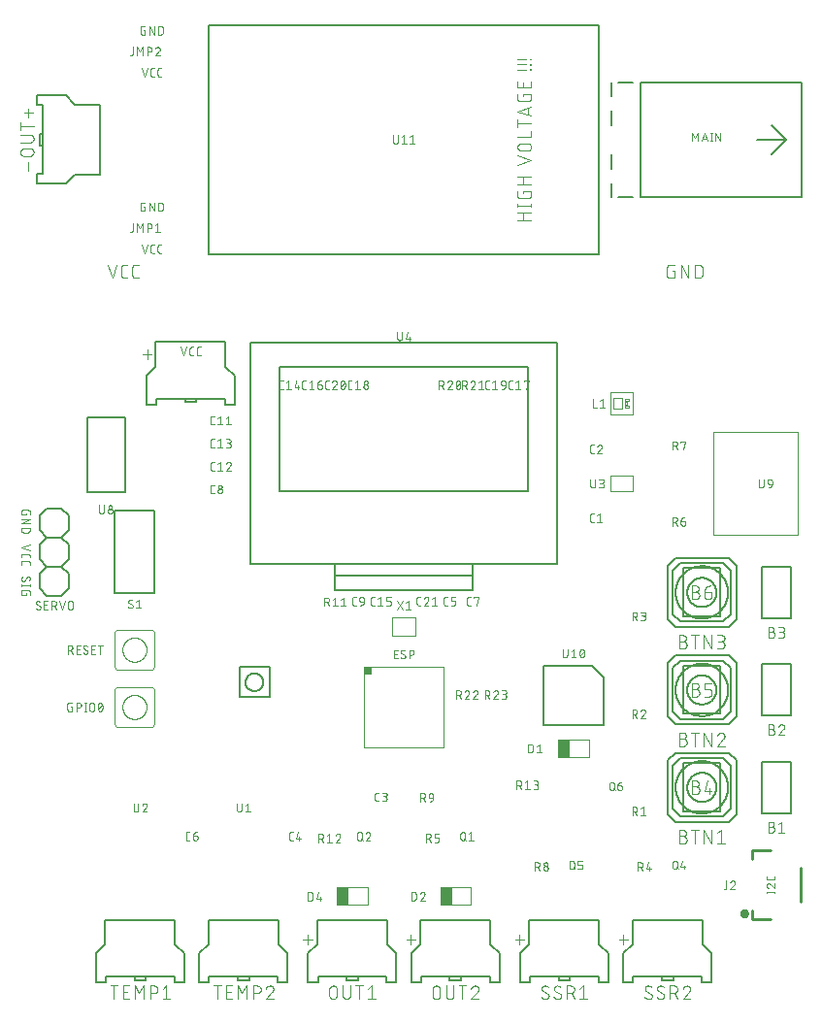
<source format=gbr>
G04 EAGLE Gerber RS-274X export*
G75*
%MOMM*%
%FSLAX34Y34*%
%LPD*%
%INSilkscreen Top*%
%IPPOS*%
%AMOC8*
5,1,8,0,0,1.08239X$1,22.5*%
G01*
%ADD10C,0.076200*%
%ADD11C,0.101600*%
%ADD12C,0.127000*%
%ADD13C,0.050000*%
%ADD14R,1.025000X1.550000*%
%ADD15C,0.152400*%
%ADD16C,0.254000*%
%ADD17C,0.400000*%
%ADD18C,0.203200*%
%ADD19C,0.010000*%
%ADD20R,0.700000X0.700000*%


D10*
X666317Y113223D02*
X673683Y113223D01*
X673683Y112405D02*
X673683Y114042D01*
X666317Y114042D02*
X666317Y112405D01*
X666317Y119280D02*
X666319Y119365D01*
X666325Y119450D01*
X666335Y119534D01*
X666348Y119618D01*
X666366Y119702D01*
X666387Y119784D01*
X666412Y119865D01*
X666441Y119945D01*
X666474Y120024D01*
X666510Y120101D01*
X666550Y120176D01*
X666593Y120250D01*
X666639Y120321D01*
X666689Y120390D01*
X666742Y120457D01*
X666798Y120521D01*
X666857Y120582D01*
X666918Y120641D01*
X666982Y120697D01*
X667049Y120750D01*
X667118Y120800D01*
X667189Y120846D01*
X667263Y120889D01*
X667338Y120929D01*
X667415Y120965D01*
X667494Y120998D01*
X667574Y121027D01*
X667655Y121052D01*
X667737Y121073D01*
X667821Y121091D01*
X667905Y121104D01*
X667989Y121114D01*
X668074Y121120D01*
X668159Y121122D01*
X666317Y119280D02*
X666319Y119184D01*
X666325Y119088D01*
X666335Y118993D01*
X666348Y118898D01*
X666366Y118803D01*
X666387Y118710D01*
X666412Y118617D01*
X666441Y118526D01*
X666473Y118435D01*
X666509Y118346D01*
X666549Y118259D01*
X666592Y118173D01*
X666638Y118089D01*
X666688Y118007D01*
X666742Y117927D01*
X666798Y117850D01*
X666858Y117775D01*
X666920Y117702D01*
X666986Y117632D01*
X667054Y117564D01*
X667125Y117499D01*
X667198Y117438D01*
X667274Y117379D01*
X667353Y117323D01*
X667433Y117271D01*
X667516Y117222D01*
X667600Y117176D01*
X667686Y117134D01*
X667774Y117096D01*
X667863Y117061D01*
X667954Y117029D01*
X669591Y120508D02*
X669532Y120568D01*
X669470Y120625D01*
X669406Y120680D01*
X669339Y120731D01*
X669270Y120780D01*
X669200Y120826D01*
X669127Y120869D01*
X669053Y120909D01*
X668977Y120945D01*
X668899Y120978D01*
X668820Y121008D01*
X668740Y121035D01*
X668659Y121058D01*
X668577Y121077D01*
X668495Y121093D01*
X668411Y121106D01*
X668327Y121115D01*
X668243Y121120D01*
X668159Y121122D01*
X669591Y120508D02*
X673683Y117029D01*
X673683Y121122D01*
X673683Y125958D02*
X673683Y127595D01*
X673683Y125958D02*
X673681Y125880D01*
X673676Y125802D01*
X673666Y125725D01*
X673653Y125648D01*
X673637Y125572D01*
X673617Y125497D01*
X673593Y125423D01*
X673566Y125350D01*
X673535Y125278D01*
X673501Y125208D01*
X673464Y125140D01*
X673423Y125073D01*
X673379Y125008D01*
X673333Y124946D01*
X673283Y124886D01*
X673231Y124828D01*
X673176Y124773D01*
X673118Y124721D01*
X673058Y124671D01*
X672996Y124625D01*
X672931Y124581D01*
X672865Y124540D01*
X672796Y124503D01*
X672726Y124469D01*
X672654Y124438D01*
X672581Y124411D01*
X672507Y124387D01*
X672432Y124367D01*
X672356Y124351D01*
X672279Y124338D01*
X672202Y124328D01*
X672124Y124323D01*
X672046Y124321D01*
X667954Y124321D01*
X667874Y124323D01*
X667794Y124329D01*
X667714Y124339D01*
X667635Y124352D01*
X667556Y124370D01*
X667479Y124391D01*
X667403Y124417D01*
X667328Y124446D01*
X667254Y124478D01*
X667182Y124514D01*
X667112Y124554D01*
X667045Y124597D01*
X666979Y124643D01*
X666916Y124693D01*
X666855Y124745D01*
X666796Y124800D01*
X666741Y124859D01*
X666689Y124919D01*
X666639Y124983D01*
X666593Y125048D01*
X666550Y125116D01*
X666510Y125186D01*
X666474Y125258D01*
X666442Y125332D01*
X666413Y125406D01*
X666388Y125483D01*
X666366Y125560D01*
X666348Y125639D01*
X666335Y125718D01*
X666325Y125797D01*
X666319Y125878D01*
X666317Y125958D01*
X666317Y127595D01*
D11*
X460842Y699635D02*
X449158Y699635D01*
X454351Y699635D02*
X454351Y706126D01*
X449158Y706126D02*
X460842Y706126D01*
X460842Y712406D02*
X449158Y712406D01*
X460842Y711107D02*
X460842Y713704D01*
X449158Y713704D02*
X449158Y711107D01*
X454351Y723229D02*
X454351Y725176D01*
X460842Y725176D01*
X460842Y721282D01*
X460840Y721183D01*
X460834Y721083D01*
X460825Y720984D01*
X460812Y720886D01*
X460795Y720788D01*
X460774Y720690D01*
X460749Y720594D01*
X460721Y720499D01*
X460689Y720405D01*
X460654Y720312D01*
X460615Y720220D01*
X460572Y720130D01*
X460527Y720042D01*
X460477Y719955D01*
X460425Y719871D01*
X460369Y719788D01*
X460311Y719708D01*
X460249Y719630D01*
X460184Y719555D01*
X460116Y719482D01*
X460046Y719412D01*
X459973Y719344D01*
X459898Y719279D01*
X459820Y719217D01*
X459740Y719159D01*
X459657Y719103D01*
X459573Y719051D01*
X459486Y719001D01*
X459398Y718956D01*
X459308Y718913D01*
X459216Y718874D01*
X459123Y718839D01*
X459029Y718807D01*
X458934Y718779D01*
X458838Y718754D01*
X458740Y718733D01*
X458642Y718716D01*
X458544Y718703D01*
X458445Y718694D01*
X458345Y718688D01*
X458246Y718686D01*
X458246Y718685D02*
X451754Y718685D01*
X451655Y718687D01*
X451555Y718693D01*
X451456Y718702D01*
X451358Y718715D01*
X451260Y718733D01*
X451162Y718753D01*
X451066Y718778D01*
X450970Y718806D01*
X450876Y718838D01*
X450783Y718873D01*
X450692Y718912D01*
X450602Y718955D01*
X450513Y719000D01*
X450427Y719050D01*
X450342Y719102D01*
X450260Y719158D01*
X450180Y719217D01*
X450102Y719278D01*
X450026Y719343D01*
X449953Y719411D01*
X449883Y719481D01*
X449815Y719554D01*
X449750Y719630D01*
X449689Y719708D01*
X449630Y719788D01*
X449574Y719870D01*
X449522Y719955D01*
X449473Y720041D01*
X449427Y720130D01*
X449384Y720220D01*
X449345Y720311D01*
X449310Y720404D01*
X449278Y720498D01*
X449250Y720594D01*
X449225Y720690D01*
X449205Y720788D01*
X449187Y720886D01*
X449174Y720984D01*
X449165Y721083D01*
X449159Y721182D01*
X449157Y721282D01*
X449158Y721282D02*
X449158Y725176D01*
X449158Y730877D02*
X460842Y730877D01*
X454351Y730877D02*
X454351Y737368D01*
X449158Y737368D02*
X460842Y737368D01*
X460842Y752030D02*
X449158Y748135D01*
X449158Y755924D02*
X460842Y752030D01*
X457596Y760214D02*
X452404Y760214D01*
X452291Y760216D01*
X452178Y760222D01*
X452065Y760232D01*
X451952Y760246D01*
X451840Y760263D01*
X451729Y760285D01*
X451619Y760310D01*
X451509Y760340D01*
X451401Y760373D01*
X451294Y760410D01*
X451188Y760450D01*
X451084Y760495D01*
X450981Y760543D01*
X450880Y760594D01*
X450781Y760649D01*
X450684Y760707D01*
X450589Y760769D01*
X450496Y760834D01*
X450406Y760902D01*
X450318Y760973D01*
X450232Y761048D01*
X450149Y761125D01*
X450069Y761205D01*
X449992Y761288D01*
X449917Y761374D01*
X449846Y761462D01*
X449778Y761552D01*
X449713Y761645D01*
X449651Y761740D01*
X449593Y761837D01*
X449538Y761936D01*
X449487Y762037D01*
X449439Y762140D01*
X449394Y762244D01*
X449354Y762350D01*
X449317Y762457D01*
X449284Y762565D01*
X449254Y762675D01*
X449229Y762785D01*
X449207Y762896D01*
X449190Y763008D01*
X449176Y763121D01*
X449166Y763234D01*
X449160Y763347D01*
X449158Y763460D01*
X449160Y763573D01*
X449166Y763686D01*
X449176Y763799D01*
X449190Y763912D01*
X449207Y764024D01*
X449229Y764135D01*
X449254Y764245D01*
X449284Y764355D01*
X449317Y764463D01*
X449354Y764570D01*
X449394Y764676D01*
X449439Y764780D01*
X449487Y764883D01*
X449538Y764984D01*
X449593Y765083D01*
X449651Y765180D01*
X449713Y765275D01*
X449778Y765368D01*
X449846Y765458D01*
X449917Y765546D01*
X449992Y765632D01*
X450069Y765715D01*
X450149Y765795D01*
X450232Y765872D01*
X450318Y765947D01*
X450406Y766018D01*
X450496Y766086D01*
X450589Y766151D01*
X450684Y766213D01*
X450781Y766271D01*
X450880Y766326D01*
X450981Y766377D01*
X451084Y766425D01*
X451188Y766470D01*
X451294Y766510D01*
X451401Y766547D01*
X451509Y766580D01*
X451619Y766610D01*
X451729Y766635D01*
X451840Y766657D01*
X451952Y766674D01*
X452065Y766688D01*
X452178Y766698D01*
X452291Y766704D01*
X452404Y766706D01*
X452404Y766705D02*
X457596Y766705D01*
X457596Y766706D02*
X457709Y766704D01*
X457822Y766698D01*
X457935Y766688D01*
X458048Y766674D01*
X458160Y766657D01*
X458271Y766635D01*
X458381Y766610D01*
X458491Y766580D01*
X458599Y766547D01*
X458706Y766510D01*
X458812Y766470D01*
X458916Y766425D01*
X459019Y766377D01*
X459120Y766326D01*
X459219Y766271D01*
X459316Y766213D01*
X459411Y766151D01*
X459504Y766086D01*
X459594Y766018D01*
X459682Y765947D01*
X459768Y765872D01*
X459851Y765795D01*
X459931Y765715D01*
X460008Y765632D01*
X460083Y765546D01*
X460154Y765458D01*
X460222Y765368D01*
X460287Y765275D01*
X460349Y765180D01*
X460407Y765083D01*
X460462Y764984D01*
X460513Y764883D01*
X460561Y764780D01*
X460606Y764676D01*
X460646Y764570D01*
X460683Y764463D01*
X460716Y764355D01*
X460746Y764245D01*
X460771Y764135D01*
X460793Y764024D01*
X460810Y763912D01*
X460824Y763799D01*
X460834Y763686D01*
X460840Y763573D01*
X460842Y763460D01*
X460840Y763347D01*
X460834Y763234D01*
X460824Y763121D01*
X460810Y763008D01*
X460793Y762896D01*
X460771Y762785D01*
X460746Y762675D01*
X460716Y762565D01*
X460683Y762457D01*
X460646Y762350D01*
X460606Y762244D01*
X460561Y762140D01*
X460513Y762037D01*
X460462Y761936D01*
X460407Y761837D01*
X460349Y761740D01*
X460287Y761645D01*
X460222Y761552D01*
X460154Y761462D01*
X460083Y761374D01*
X460008Y761288D01*
X459931Y761205D01*
X459851Y761125D01*
X459768Y761048D01*
X459682Y760973D01*
X459594Y760902D01*
X459504Y760834D01*
X459411Y760769D01*
X459316Y760707D01*
X459219Y760649D01*
X459120Y760594D01*
X459019Y760543D01*
X458916Y760495D01*
X458812Y760450D01*
X458706Y760410D01*
X458599Y760373D01*
X458491Y760340D01*
X458381Y760310D01*
X458271Y760285D01*
X458160Y760263D01*
X458048Y760246D01*
X457935Y760232D01*
X457822Y760222D01*
X457709Y760216D01*
X457596Y760214D01*
X460842Y772048D02*
X449158Y772048D01*
X460842Y772048D02*
X460842Y777240D01*
X460842Y784034D02*
X449158Y784034D01*
X449158Y787279D02*
X449158Y780788D01*
X449158Y794702D02*
X460842Y790807D01*
X460842Y798596D02*
X449158Y794702D01*
X457921Y797623D02*
X457921Y791781D01*
X454351Y807811D02*
X454351Y809758D01*
X460842Y809758D01*
X460842Y805863D01*
X460840Y805764D01*
X460834Y805664D01*
X460825Y805565D01*
X460812Y805467D01*
X460795Y805369D01*
X460774Y805271D01*
X460749Y805175D01*
X460721Y805080D01*
X460689Y804986D01*
X460654Y804893D01*
X460615Y804801D01*
X460572Y804711D01*
X460527Y804623D01*
X460477Y804536D01*
X460425Y804452D01*
X460369Y804369D01*
X460311Y804289D01*
X460249Y804211D01*
X460184Y804136D01*
X460116Y804063D01*
X460046Y803993D01*
X459973Y803925D01*
X459898Y803860D01*
X459820Y803798D01*
X459740Y803740D01*
X459657Y803684D01*
X459573Y803632D01*
X459486Y803582D01*
X459398Y803537D01*
X459308Y803494D01*
X459216Y803455D01*
X459123Y803420D01*
X459029Y803388D01*
X458934Y803360D01*
X458838Y803335D01*
X458740Y803314D01*
X458642Y803297D01*
X458544Y803284D01*
X458445Y803275D01*
X458345Y803269D01*
X458246Y803267D01*
X451754Y803267D01*
X451754Y803266D02*
X451655Y803268D01*
X451555Y803274D01*
X451456Y803283D01*
X451358Y803296D01*
X451260Y803314D01*
X451162Y803334D01*
X451066Y803359D01*
X450970Y803387D01*
X450876Y803419D01*
X450783Y803454D01*
X450692Y803493D01*
X450602Y803536D01*
X450513Y803581D01*
X450427Y803631D01*
X450342Y803683D01*
X450260Y803739D01*
X450180Y803798D01*
X450102Y803859D01*
X450026Y803924D01*
X449953Y803992D01*
X449883Y804062D01*
X449815Y804135D01*
X449750Y804211D01*
X449689Y804289D01*
X449630Y804369D01*
X449574Y804451D01*
X449522Y804536D01*
X449473Y804622D01*
X449427Y804711D01*
X449384Y804801D01*
X449345Y804892D01*
X449310Y804985D01*
X449278Y805079D01*
X449250Y805175D01*
X449225Y805271D01*
X449205Y805369D01*
X449187Y805467D01*
X449174Y805565D01*
X449165Y805664D01*
X449159Y805763D01*
X449157Y805863D01*
X449158Y805863D02*
X449158Y809758D01*
X460842Y815482D02*
X460842Y820674D01*
X460842Y815482D02*
X449158Y815482D01*
X449158Y820674D01*
X454351Y819376D02*
X454351Y815482D01*
X456947Y830896D02*
X449158Y830896D01*
X460193Y830572D02*
X460842Y830572D01*
X460193Y830572D02*
X460193Y831221D01*
X460842Y831221D01*
X460842Y830572D01*
X456947Y835468D02*
X449158Y835468D01*
X460193Y835144D02*
X460842Y835144D01*
X460193Y835144D02*
X460193Y835793D01*
X460842Y835793D01*
X460842Y835144D01*
X456947Y840040D02*
X449158Y840040D01*
X460193Y839716D02*
X460842Y839716D01*
X460193Y839716D02*
X460193Y840365D01*
X460842Y840365D01*
X460842Y839716D01*
D10*
X20409Y444051D02*
X20409Y442823D01*
X16317Y442823D01*
X16317Y445278D01*
X16319Y445356D01*
X16324Y445434D01*
X16334Y445511D01*
X16347Y445588D01*
X16363Y445664D01*
X16383Y445739D01*
X16407Y445813D01*
X16434Y445886D01*
X16465Y445958D01*
X16499Y446028D01*
X16536Y446097D01*
X16577Y446163D01*
X16621Y446228D01*
X16667Y446290D01*
X16717Y446350D01*
X16769Y446408D01*
X16824Y446463D01*
X16882Y446515D01*
X16942Y446565D01*
X17004Y446611D01*
X17069Y446655D01*
X17136Y446696D01*
X17204Y446733D01*
X17274Y446767D01*
X17346Y446798D01*
X17419Y446825D01*
X17493Y446849D01*
X17568Y446869D01*
X17644Y446885D01*
X17721Y446898D01*
X17798Y446908D01*
X17876Y446913D01*
X17954Y446915D01*
X22046Y446915D01*
X22124Y446913D01*
X22202Y446908D01*
X22279Y446898D01*
X22356Y446885D01*
X22432Y446869D01*
X22507Y446849D01*
X22581Y446825D01*
X22654Y446798D01*
X22726Y446767D01*
X22796Y446733D01*
X22865Y446696D01*
X22931Y446655D01*
X22996Y446611D01*
X23058Y446565D01*
X23118Y446515D01*
X23176Y446463D01*
X23231Y446408D01*
X23283Y446350D01*
X23333Y446290D01*
X23379Y446228D01*
X23423Y446163D01*
X23464Y446097D01*
X23501Y446028D01*
X23535Y445958D01*
X23566Y445886D01*
X23593Y445813D01*
X23617Y445739D01*
X23637Y445664D01*
X23653Y445588D01*
X23666Y445511D01*
X23676Y445434D01*
X23681Y445356D01*
X23683Y445278D01*
X23683Y442823D01*
X23683Y439112D02*
X16317Y439112D01*
X16317Y435020D02*
X23683Y439112D01*
X23683Y435020D02*
X16317Y435020D01*
X16317Y431309D02*
X23683Y431309D01*
X23683Y429263D01*
X23681Y429174D01*
X23675Y429085D01*
X23665Y428996D01*
X23652Y428908D01*
X23635Y428820D01*
X23613Y428733D01*
X23588Y428648D01*
X23560Y428563D01*
X23527Y428480D01*
X23491Y428398D01*
X23452Y428318D01*
X23409Y428240D01*
X23363Y428164D01*
X23313Y428089D01*
X23260Y428017D01*
X23204Y427948D01*
X23145Y427881D01*
X23084Y427816D01*
X23019Y427755D01*
X22952Y427696D01*
X22883Y427640D01*
X22811Y427587D01*
X22736Y427537D01*
X22660Y427491D01*
X22582Y427448D01*
X22502Y427409D01*
X22420Y427373D01*
X22337Y427340D01*
X22252Y427312D01*
X22167Y427287D01*
X22080Y427265D01*
X21992Y427248D01*
X21904Y427235D01*
X21815Y427225D01*
X21726Y427219D01*
X21637Y427217D01*
X18363Y427217D01*
X18274Y427219D01*
X18185Y427225D01*
X18096Y427235D01*
X18008Y427248D01*
X17920Y427265D01*
X17833Y427287D01*
X17748Y427312D01*
X17663Y427340D01*
X17580Y427373D01*
X17498Y427409D01*
X17418Y427448D01*
X17340Y427491D01*
X17264Y427537D01*
X17189Y427587D01*
X17117Y427640D01*
X17048Y427696D01*
X16981Y427755D01*
X16916Y427816D01*
X16855Y427881D01*
X16796Y427948D01*
X16740Y428017D01*
X16687Y428089D01*
X16637Y428164D01*
X16591Y428240D01*
X16548Y428318D01*
X16509Y428398D01*
X16473Y428480D01*
X16440Y428563D01*
X16412Y428648D01*
X16387Y428733D01*
X16365Y428820D01*
X16348Y428908D01*
X16335Y428996D01*
X16325Y429085D01*
X16319Y429174D01*
X16317Y429263D01*
X16317Y431309D01*
X23683Y416357D02*
X16317Y413901D01*
X23683Y411446D01*
X16317Y407019D02*
X16317Y405382D01*
X16317Y407019D02*
X16319Y407097D01*
X16324Y407175D01*
X16334Y407252D01*
X16347Y407329D01*
X16363Y407405D01*
X16383Y407480D01*
X16407Y407554D01*
X16434Y407627D01*
X16465Y407699D01*
X16499Y407769D01*
X16536Y407838D01*
X16577Y407904D01*
X16621Y407969D01*
X16667Y408031D01*
X16717Y408091D01*
X16769Y408149D01*
X16824Y408204D01*
X16882Y408256D01*
X16942Y408306D01*
X17004Y408352D01*
X17069Y408396D01*
X17136Y408437D01*
X17204Y408474D01*
X17274Y408508D01*
X17346Y408539D01*
X17419Y408566D01*
X17493Y408590D01*
X17568Y408610D01*
X17644Y408626D01*
X17721Y408639D01*
X17798Y408649D01*
X17876Y408654D01*
X17954Y408656D01*
X17954Y408655D02*
X22046Y408655D01*
X22046Y408656D02*
X22124Y408654D01*
X22202Y408649D01*
X22279Y408639D01*
X22356Y408626D01*
X22432Y408610D01*
X22507Y408590D01*
X22581Y408566D01*
X22654Y408539D01*
X22726Y408508D01*
X22796Y408474D01*
X22865Y408437D01*
X22931Y408396D01*
X22996Y408352D01*
X23058Y408306D01*
X23118Y408256D01*
X23176Y408204D01*
X23231Y408149D01*
X23283Y408091D01*
X23333Y408031D01*
X23379Y407969D01*
X23423Y407904D01*
X23464Y407838D01*
X23501Y407769D01*
X23535Y407699D01*
X23566Y407627D01*
X23593Y407554D01*
X23617Y407480D01*
X23637Y407405D01*
X23653Y407329D01*
X23666Y407252D01*
X23676Y407175D01*
X23681Y407097D01*
X23683Y407019D01*
X23683Y405382D01*
X16317Y400923D02*
X16317Y399286D01*
X16317Y400923D02*
X16319Y401001D01*
X16324Y401079D01*
X16334Y401156D01*
X16347Y401233D01*
X16363Y401309D01*
X16383Y401384D01*
X16407Y401458D01*
X16434Y401531D01*
X16465Y401603D01*
X16499Y401673D01*
X16536Y401742D01*
X16577Y401808D01*
X16621Y401873D01*
X16667Y401935D01*
X16717Y401995D01*
X16769Y402053D01*
X16824Y402108D01*
X16882Y402160D01*
X16942Y402210D01*
X17004Y402256D01*
X17069Y402300D01*
X17136Y402341D01*
X17204Y402378D01*
X17274Y402412D01*
X17346Y402443D01*
X17419Y402470D01*
X17493Y402494D01*
X17568Y402514D01*
X17644Y402530D01*
X17721Y402543D01*
X17798Y402553D01*
X17876Y402558D01*
X17954Y402560D01*
X22046Y402560D01*
X22124Y402558D01*
X22202Y402553D01*
X22279Y402543D01*
X22356Y402530D01*
X22432Y402514D01*
X22507Y402494D01*
X22581Y402470D01*
X22654Y402443D01*
X22726Y402412D01*
X22796Y402378D01*
X22865Y402341D01*
X22931Y402300D01*
X22996Y402256D01*
X23058Y402210D01*
X23118Y402160D01*
X23176Y402108D01*
X23231Y402053D01*
X23283Y401995D01*
X23333Y401935D01*
X23379Y401873D01*
X23423Y401808D01*
X23464Y401742D01*
X23501Y401673D01*
X23535Y401603D01*
X23566Y401531D01*
X23593Y401458D01*
X23617Y401384D01*
X23637Y401309D01*
X23653Y401233D01*
X23666Y401156D01*
X23676Y401079D01*
X23681Y401001D01*
X23683Y400923D01*
X23683Y399286D01*
X16317Y386426D02*
X16319Y386348D01*
X16324Y386270D01*
X16334Y386193D01*
X16347Y386116D01*
X16363Y386040D01*
X16383Y385965D01*
X16407Y385891D01*
X16434Y385818D01*
X16465Y385746D01*
X16499Y385676D01*
X16536Y385608D01*
X16577Y385541D01*
X16621Y385476D01*
X16667Y385414D01*
X16717Y385354D01*
X16769Y385296D01*
X16824Y385241D01*
X16882Y385189D01*
X16942Y385139D01*
X17004Y385093D01*
X17069Y385049D01*
X17135Y385008D01*
X17204Y384971D01*
X17274Y384937D01*
X17346Y384906D01*
X17419Y384879D01*
X17493Y384855D01*
X17568Y384835D01*
X17644Y384819D01*
X17721Y384806D01*
X17798Y384796D01*
X17876Y384791D01*
X17954Y384789D01*
X16317Y386426D02*
X16319Y386540D01*
X16324Y386653D01*
X16334Y386767D01*
X16347Y386880D01*
X16364Y386992D01*
X16384Y387104D01*
X16408Y387215D01*
X16436Y387326D01*
X16467Y387435D01*
X16502Y387543D01*
X16541Y387650D01*
X16583Y387756D01*
X16628Y387860D01*
X16677Y387963D01*
X16730Y388064D01*
X16785Y388163D01*
X16844Y388261D01*
X16906Y388356D01*
X16971Y388449D01*
X17039Y388541D01*
X17110Y388629D01*
X17184Y388716D01*
X17261Y388800D01*
X17340Y388881D01*
X22046Y388677D02*
X22124Y388675D01*
X22202Y388670D01*
X22279Y388660D01*
X22356Y388647D01*
X22432Y388631D01*
X22507Y388611D01*
X22581Y388587D01*
X22654Y388560D01*
X22726Y388529D01*
X22796Y388495D01*
X22865Y388458D01*
X22931Y388417D01*
X22996Y388373D01*
X23058Y388327D01*
X23118Y388277D01*
X23176Y388225D01*
X23231Y388170D01*
X23283Y388112D01*
X23333Y388052D01*
X23379Y387990D01*
X23423Y387925D01*
X23464Y387859D01*
X23501Y387790D01*
X23535Y387720D01*
X23566Y387648D01*
X23593Y387575D01*
X23617Y387501D01*
X23637Y387426D01*
X23653Y387350D01*
X23666Y387273D01*
X23676Y387196D01*
X23681Y387118D01*
X23683Y387040D01*
X23681Y386930D01*
X23675Y386821D01*
X23665Y386711D01*
X23652Y386603D01*
X23634Y386494D01*
X23613Y386387D01*
X23587Y386280D01*
X23558Y386174D01*
X23526Y386069D01*
X23489Y385966D01*
X23449Y385864D01*
X23405Y385763D01*
X23357Y385664D01*
X23307Y385567D01*
X23252Y385472D01*
X23194Y385379D01*
X23133Y385288D01*
X23069Y385199D01*
X20613Y387858D02*
X20655Y387925D01*
X20699Y387990D01*
X20747Y388052D01*
X20797Y388112D01*
X20850Y388170D01*
X20906Y388225D01*
X20965Y388277D01*
X21025Y388327D01*
X21089Y388374D01*
X21154Y388417D01*
X21221Y388458D01*
X21290Y388495D01*
X21361Y388529D01*
X21433Y388560D01*
X21507Y388587D01*
X21581Y388611D01*
X21657Y388631D01*
X21734Y388647D01*
X21811Y388660D01*
X21889Y388670D01*
X21968Y388675D01*
X22046Y388677D01*
X19386Y385608D02*
X19345Y385542D01*
X19300Y385477D01*
X19253Y385415D01*
X19202Y385355D01*
X19149Y385297D01*
X19093Y385242D01*
X19035Y385189D01*
X18974Y385140D01*
X18911Y385093D01*
X18846Y385050D01*
X18779Y385009D01*
X18710Y384972D01*
X18639Y384938D01*
X18567Y384907D01*
X18493Y384880D01*
X18418Y384856D01*
X18343Y384836D01*
X18266Y384820D01*
X18189Y384807D01*
X18111Y384797D01*
X18032Y384792D01*
X17954Y384790D01*
X19386Y385608D02*
X20614Y387858D01*
X23683Y381227D02*
X16317Y381227D01*
X16317Y382045D02*
X16317Y380409D01*
X23683Y380409D02*
X23683Y382045D01*
X20409Y374313D02*
X20409Y373085D01*
X16317Y373085D01*
X16317Y375540D01*
X16319Y375618D01*
X16324Y375696D01*
X16334Y375773D01*
X16347Y375850D01*
X16363Y375926D01*
X16383Y376001D01*
X16407Y376075D01*
X16434Y376148D01*
X16465Y376220D01*
X16499Y376290D01*
X16536Y376359D01*
X16577Y376425D01*
X16621Y376490D01*
X16667Y376552D01*
X16717Y376612D01*
X16769Y376670D01*
X16824Y376725D01*
X16882Y376777D01*
X16942Y376827D01*
X17004Y376873D01*
X17069Y376917D01*
X17136Y376958D01*
X17204Y376995D01*
X17274Y377029D01*
X17346Y377060D01*
X17419Y377087D01*
X17493Y377111D01*
X17568Y377131D01*
X17644Y377147D01*
X17721Y377160D01*
X17798Y377170D01*
X17876Y377175D01*
X17954Y377177D01*
X22046Y377177D01*
X22124Y377175D01*
X22202Y377170D01*
X22279Y377160D01*
X22356Y377147D01*
X22432Y377131D01*
X22507Y377111D01*
X22581Y377087D01*
X22654Y377060D01*
X22726Y377029D01*
X22796Y376995D01*
X22865Y376958D01*
X22931Y376917D01*
X22996Y376873D01*
X23058Y376827D01*
X23118Y376777D01*
X23176Y376725D01*
X23231Y376670D01*
X23283Y376612D01*
X23333Y376552D01*
X23379Y376490D01*
X23423Y376425D01*
X23464Y376359D01*
X23501Y376290D01*
X23535Y376220D01*
X23566Y376148D01*
X23593Y376075D01*
X23617Y376001D01*
X23637Y375926D01*
X23653Y375850D01*
X23666Y375773D01*
X23676Y375696D01*
X23681Y375618D01*
X23683Y375540D01*
X23683Y373085D01*
D11*
X262105Y72202D02*
X269895Y72202D01*
X266000Y76096D02*
X266000Y68307D01*
X352105Y72202D02*
X359895Y72202D01*
X356000Y76096D02*
X356000Y68307D01*
X447105Y72202D02*
X454895Y72202D01*
X451000Y76096D02*
X451000Y68307D01*
X537605Y72202D02*
X545395Y72202D01*
X541500Y76096D02*
X541500Y68307D01*
X584106Y655649D02*
X586054Y655649D01*
X586054Y649158D01*
X582159Y649158D01*
X582060Y649160D01*
X581960Y649166D01*
X581861Y649175D01*
X581763Y649188D01*
X581665Y649205D01*
X581567Y649226D01*
X581471Y649251D01*
X581376Y649279D01*
X581282Y649311D01*
X581189Y649346D01*
X581097Y649385D01*
X581007Y649428D01*
X580919Y649473D01*
X580832Y649523D01*
X580748Y649575D01*
X580665Y649631D01*
X580585Y649689D01*
X580507Y649751D01*
X580432Y649816D01*
X580359Y649884D01*
X580289Y649954D01*
X580221Y650027D01*
X580156Y650102D01*
X580094Y650180D01*
X580036Y650260D01*
X579980Y650343D01*
X579928Y650427D01*
X579878Y650514D01*
X579833Y650602D01*
X579790Y650692D01*
X579751Y650784D01*
X579716Y650877D01*
X579684Y650971D01*
X579656Y651066D01*
X579631Y651162D01*
X579610Y651260D01*
X579593Y651358D01*
X579580Y651456D01*
X579571Y651555D01*
X579565Y651655D01*
X579563Y651754D01*
X579563Y658246D01*
X579565Y658345D01*
X579571Y658445D01*
X579580Y658544D01*
X579593Y658642D01*
X579610Y658740D01*
X579631Y658838D01*
X579656Y658934D01*
X579684Y659029D01*
X579716Y659123D01*
X579751Y659216D01*
X579790Y659308D01*
X579833Y659398D01*
X579878Y659486D01*
X579928Y659573D01*
X579980Y659657D01*
X580036Y659740D01*
X580094Y659820D01*
X580156Y659898D01*
X580221Y659973D01*
X580289Y660046D01*
X580359Y660116D01*
X580432Y660184D01*
X580507Y660249D01*
X580585Y660311D01*
X580665Y660369D01*
X580748Y660425D01*
X580832Y660477D01*
X580919Y660527D01*
X581007Y660572D01*
X581097Y660615D01*
X581189Y660654D01*
X581281Y660689D01*
X581376Y660721D01*
X581471Y660749D01*
X581567Y660774D01*
X581665Y660795D01*
X581763Y660812D01*
X581861Y660825D01*
X581960Y660834D01*
X582060Y660840D01*
X582159Y660842D01*
X586054Y660842D01*
X591754Y660842D02*
X591754Y649158D01*
X598246Y649158D02*
X591754Y660842D01*
X598246Y660842D02*
X598246Y649158D01*
X603946Y649158D02*
X603946Y660842D01*
X607192Y660842D01*
X607305Y660840D01*
X607418Y660834D01*
X607531Y660824D01*
X607644Y660810D01*
X607756Y660793D01*
X607867Y660771D01*
X607977Y660746D01*
X608087Y660716D01*
X608195Y660683D01*
X608302Y660646D01*
X608408Y660606D01*
X608512Y660561D01*
X608615Y660513D01*
X608716Y660462D01*
X608815Y660407D01*
X608912Y660349D01*
X609007Y660287D01*
X609100Y660222D01*
X609190Y660154D01*
X609278Y660083D01*
X609364Y660008D01*
X609447Y659931D01*
X609527Y659851D01*
X609604Y659768D01*
X609679Y659682D01*
X609750Y659594D01*
X609818Y659504D01*
X609883Y659411D01*
X609945Y659316D01*
X610003Y659219D01*
X610058Y659120D01*
X610109Y659019D01*
X610157Y658916D01*
X610202Y658812D01*
X610242Y658706D01*
X610279Y658599D01*
X610312Y658491D01*
X610342Y658381D01*
X610367Y658271D01*
X610389Y658160D01*
X610406Y658048D01*
X610420Y657935D01*
X610430Y657822D01*
X610436Y657709D01*
X610438Y657596D01*
X610438Y652404D01*
X610436Y652291D01*
X610430Y652178D01*
X610420Y652065D01*
X610406Y651952D01*
X610389Y651840D01*
X610367Y651729D01*
X610342Y651619D01*
X610312Y651509D01*
X610279Y651401D01*
X610242Y651294D01*
X610202Y651188D01*
X610157Y651084D01*
X610109Y650981D01*
X610058Y650880D01*
X610003Y650781D01*
X609945Y650684D01*
X609883Y650589D01*
X609818Y650496D01*
X609750Y650406D01*
X609679Y650318D01*
X609604Y650232D01*
X609527Y650149D01*
X609447Y650069D01*
X609364Y649992D01*
X609278Y649917D01*
X609190Y649846D01*
X609100Y649778D01*
X609007Y649713D01*
X608912Y649651D01*
X608815Y649593D01*
X608716Y649538D01*
X608615Y649487D01*
X608512Y649439D01*
X608408Y649394D01*
X608302Y649354D01*
X608195Y649317D01*
X608087Y649284D01*
X607977Y649254D01*
X607867Y649229D01*
X607756Y649207D01*
X607644Y649190D01*
X607531Y649176D01*
X607418Y649166D01*
X607305Y649160D01*
X607192Y649158D01*
X603946Y649158D01*
X95513Y649158D02*
X91618Y660842D01*
X99407Y660842D02*
X95513Y649158D01*
X106260Y649158D02*
X108857Y649158D01*
X106260Y649158D02*
X106161Y649160D01*
X106061Y649166D01*
X105962Y649175D01*
X105864Y649188D01*
X105766Y649205D01*
X105668Y649226D01*
X105572Y649251D01*
X105477Y649279D01*
X105383Y649311D01*
X105290Y649346D01*
X105198Y649385D01*
X105108Y649428D01*
X105020Y649473D01*
X104933Y649523D01*
X104849Y649575D01*
X104766Y649631D01*
X104686Y649689D01*
X104608Y649751D01*
X104533Y649816D01*
X104460Y649884D01*
X104390Y649954D01*
X104322Y650027D01*
X104257Y650102D01*
X104195Y650180D01*
X104137Y650260D01*
X104081Y650343D01*
X104029Y650427D01*
X103979Y650514D01*
X103934Y650602D01*
X103891Y650692D01*
X103852Y650784D01*
X103817Y650877D01*
X103785Y650971D01*
X103757Y651066D01*
X103732Y651162D01*
X103711Y651260D01*
X103694Y651358D01*
X103681Y651456D01*
X103672Y651555D01*
X103666Y651655D01*
X103664Y651754D01*
X103664Y658246D01*
X103665Y658246D02*
X103667Y658345D01*
X103673Y658445D01*
X103682Y658544D01*
X103695Y658642D01*
X103712Y658740D01*
X103733Y658838D01*
X103758Y658934D01*
X103786Y659029D01*
X103818Y659123D01*
X103853Y659216D01*
X103892Y659308D01*
X103935Y659398D01*
X103980Y659486D01*
X104030Y659573D01*
X104082Y659657D01*
X104138Y659740D01*
X104196Y659820D01*
X104258Y659898D01*
X104323Y659973D01*
X104391Y660046D01*
X104461Y660116D01*
X104534Y660184D01*
X104609Y660249D01*
X104687Y660311D01*
X104767Y660369D01*
X104850Y660425D01*
X104934Y660477D01*
X105021Y660527D01*
X105109Y660572D01*
X105199Y660615D01*
X105291Y660654D01*
X105383Y660689D01*
X105478Y660721D01*
X105573Y660749D01*
X105669Y660774D01*
X105767Y660795D01*
X105865Y660812D01*
X105963Y660825D01*
X106062Y660834D01*
X106162Y660840D01*
X106261Y660842D01*
X106260Y660842D02*
X108857Y660842D01*
X115785Y649158D02*
X118382Y649158D01*
X115785Y649158D02*
X115686Y649160D01*
X115586Y649166D01*
X115487Y649175D01*
X115389Y649188D01*
X115291Y649205D01*
X115193Y649226D01*
X115097Y649251D01*
X115002Y649279D01*
X114908Y649311D01*
X114815Y649346D01*
X114723Y649385D01*
X114633Y649428D01*
X114545Y649473D01*
X114458Y649523D01*
X114374Y649575D01*
X114291Y649631D01*
X114211Y649689D01*
X114133Y649751D01*
X114058Y649816D01*
X113985Y649884D01*
X113915Y649954D01*
X113847Y650027D01*
X113782Y650102D01*
X113720Y650180D01*
X113662Y650260D01*
X113606Y650343D01*
X113554Y650427D01*
X113504Y650514D01*
X113459Y650602D01*
X113416Y650692D01*
X113377Y650784D01*
X113342Y650877D01*
X113310Y650971D01*
X113282Y651066D01*
X113257Y651162D01*
X113236Y651260D01*
X113219Y651358D01*
X113206Y651456D01*
X113197Y651555D01*
X113191Y651655D01*
X113189Y651754D01*
X113189Y658246D01*
X113190Y658246D02*
X113192Y658345D01*
X113198Y658445D01*
X113207Y658544D01*
X113220Y658642D01*
X113237Y658740D01*
X113258Y658838D01*
X113283Y658934D01*
X113311Y659029D01*
X113343Y659123D01*
X113378Y659216D01*
X113417Y659308D01*
X113460Y659398D01*
X113505Y659486D01*
X113555Y659573D01*
X113607Y659657D01*
X113663Y659740D01*
X113721Y659820D01*
X113783Y659898D01*
X113848Y659973D01*
X113916Y660046D01*
X113986Y660116D01*
X114059Y660184D01*
X114134Y660249D01*
X114212Y660311D01*
X114292Y660369D01*
X114375Y660425D01*
X114459Y660477D01*
X114546Y660527D01*
X114634Y660572D01*
X114724Y660615D01*
X114816Y660654D01*
X114908Y660689D01*
X115003Y660721D01*
X115098Y660749D01*
X115194Y660774D01*
X115292Y660795D01*
X115390Y660812D01*
X115488Y660825D01*
X115587Y660834D01*
X115687Y660840D01*
X115786Y660842D01*
X115785Y660842D02*
X118382Y660842D01*
D10*
X123016Y865697D02*
X124243Y865697D01*
X124243Y861605D01*
X121788Y861605D01*
X121710Y861607D01*
X121632Y861612D01*
X121555Y861622D01*
X121478Y861635D01*
X121402Y861651D01*
X121327Y861671D01*
X121253Y861695D01*
X121180Y861722D01*
X121108Y861753D01*
X121038Y861787D01*
X120970Y861824D01*
X120903Y861865D01*
X120838Y861909D01*
X120776Y861955D01*
X120716Y862005D01*
X120658Y862057D01*
X120603Y862112D01*
X120551Y862170D01*
X120501Y862230D01*
X120455Y862292D01*
X120411Y862357D01*
X120370Y862424D01*
X120333Y862492D01*
X120299Y862562D01*
X120268Y862634D01*
X120241Y862707D01*
X120217Y862781D01*
X120197Y862856D01*
X120181Y862932D01*
X120168Y863009D01*
X120158Y863086D01*
X120153Y863164D01*
X120151Y863242D01*
X120151Y867334D01*
X120153Y867414D01*
X120159Y867494D01*
X120169Y867574D01*
X120182Y867653D01*
X120200Y867732D01*
X120221Y867809D01*
X120247Y867885D01*
X120276Y867960D01*
X120308Y868034D01*
X120344Y868106D01*
X120384Y868176D01*
X120427Y868243D01*
X120473Y868309D01*
X120523Y868372D01*
X120575Y868433D01*
X120630Y868492D01*
X120689Y868547D01*
X120749Y868599D01*
X120813Y868649D01*
X120879Y868695D01*
X120946Y868738D01*
X121016Y868778D01*
X121088Y868814D01*
X121162Y868846D01*
X121236Y868875D01*
X121313Y868901D01*
X121390Y868922D01*
X121469Y868940D01*
X121548Y868953D01*
X121628Y868963D01*
X121708Y868969D01*
X121788Y868971D01*
X124243Y868971D01*
X127954Y868971D02*
X127954Y861605D01*
X132046Y861605D02*
X127954Y868971D01*
X132046Y868971D02*
X132046Y861605D01*
X135757Y861605D02*
X135757Y868971D01*
X137803Y868971D01*
X137892Y868969D01*
X137981Y868963D01*
X138070Y868953D01*
X138158Y868940D01*
X138246Y868923D01*
X138333Y868901D01*
X138418Y868876D01*
X138503Y868848D01*
X138586Y868815D01*
X138668Y868779D01*
X138748Y868740D01*
X138826Y868697D01*
X138902Y868651D01*
X138977Y868601D01*
X139049Y868548D01*
X139118Y868492D01*
X139185Y868433D01*
X139250Y868372D01*
X139311Y868307D01*
X139370Y868240D01*
X139426Y868171D01*
X139479Y868099D01*
X139529Y868024D01*
X139575Y867948D01*
X139618Y867870D01*
X139657Y867790D01*
X139693Y867708D01*
X139726Y867625D01*
X139754Y867540D01*
X139779Y867455D01*
X139801Y867368D01*
X139818Y867280D01*
X139831Y867192D01*
X139841Y867103D01*
X139847Y867014D01*
X139849Y866925D01*
X139849Y863651D01*
X139847Y863562D01*
X139841Y863473D01*
X139831Y863384D01*
X139818Y863296D01*
X139801Y863208D01*
X139779Y863121D01*
X139754Y863036D01*
X139726Y862951D01*
X139693Y862868D01*
X139657Y862786D01*
X139618Y862706D01*
X139575Y862628D01*
X139529Y862552D01*
X139479Y862477D01*
X139426Y862405D01*
X139370Y862336D01*
X139311Y862269D01*
X139250Y862204D01*
X139185Y862143D01*
X139118Y862084D01*
X139049Y862028D01*
X138977Y861975D01*
X138902Y861925D01*
X138826Y861879D01*
X138748Y861836D01*
X138668Y861797D01*
X138586Y861761D01*
X138503Y861728D01*
X138418Y861700D01*
X138333Y861675D01*
X138246Y861653D01*
X138158Y861636D01*
X138070Y861623D01*
X137981Y861613D01*
X137892Y861607D01*
X137803Y861605D01*
X135757Y861605D01*
X121465Y832395D02*
X123920Y825029D01*
X126375Y832395D01*
X130803Y825029D02*
X132440Y825029D01*
X130803Y825029D02*
X130725Y825031D01*
X130647Y825036D01*
X130570Y825046D01*
X130493Y825059D01*
X130417Y825075D01*
X130342Y825095D01*
X130268Y825119D01*
X130195Y825146D01*
X130123Y825177D01*
X130053Y825211D01*
X129985Y825248D01*
X129918Y825289D01*
X129853Y825333D01*
X129791Y825379D01*
X129731Y825429D01*
X129673Y825481D01*
X129618Y825536D01*
X129566Y825594D01*
X129516Y825654D01*
X129470Y825716D01*
X129426Y825781D01*
X129385Y825848D01*
X129348Y825916D01*
X129314Y825986D01*
X129283Y826058D01*
X129256Y826131D01*
X129232Y826205D01*
X129212Y826280D01*
X129196Y826356D01*
X129183Y826433D01*
X129173Y826510D01*
X129168Y826588D01*
X129166Y826666D01*
X129166Y830758D01*
X129168Y830838D01*
X129174Y830918D01*
X129184Y830998D01*
X129197Y831077D01*
X129215Y831156D01*
X129236Y831233D01*
X129262Y831309D01*
X129291Y831384D01*
X129323Y831458D01*
X129359Y831530D01*
X129399Y831600D01*
X129442Y831667D01*
X129488Y831733D01*
X129538Y831796D01*
X129590Y831857D01*
X129645Y831916D01*
X129704Y831971D01*
X129764Y832023D01*
X129828Y832073D01*
X129894Y832119D01*
X129961Y832162D01*
X130031Y832202D01*
X130103Y832238D01*
X130177Y832270D01*
X130251Y832299D01*
X130328Y832325D01*
X130405Y832346D01*
X130484Y832364D01*
X130563Y832377D01*
X130643Y832387D01*
X130723Y832393D01*
X130803Y832395D01*
X132440Y832395D01*
X136899Y825029D02*
X138536Y825029D01*
X136899Y825029D02*
X136821Y825031D01*
X136743Y825036D01*
X136666Y825046D01*
X136589Y825059D01*
X136513Y825075D01*
X136438Y825095D01*
X136364Y825119D01*
X136291Y825146D01*
X136219Y825177D01*
X136149Y825211D01*
X136081Y825248D01*
X136014Y825289D01*
X135949Y825333D01*
X135887Y825379D01*
X135827Y825429D01*
X135769Y825481D01*
X135714Y825536D01*
X135662Y825594D01*
X135612Y825654D01*
X135566Y825716D01*
X135522Y825781D01*
X135481Y825848D01*
X135444Y825916D01*
X135410Y825986D01*
X135379Y826058D01*
X135352Y826131D01*
X135328Y826205D01*
X135308Y826280D01*
X135292Y826356D01*
X135279Y826433D01*
X135269Y826510D01*
X135264Y826588D01*
X135262Y826666D01*
X135262Y830758D01*
X135264Y830838D01*
X135270Y830918D01*
X135280Y830998D01*
X135293Y831077D01*
X135311Y831156D01*
X135332Y831233D01*
X135358Y831309D01*
X135387Y831384D01*
X135419Y831458D01*
X135455Y831530D01*
X135495Y831600D01*
X135538Y831667D01*
X135584Y831733D01*
X135634Y831796D01*
X135686Y831857D01*
X135741Y831916D01*
X135800Y831971D01*
X135860Y832023D01*
X135924Y832073D01*
X135990Y832119D01*
X136057Y832162D01*
X136127Y832202D01*
X136199Y832238D01*
X136273Y832270D01*
X136347Y832299D01*
X136424Y832325D01*
X136501Y832346D01*
X136580Y832364D01*
X136659Y832377D01*
X136739Y832387D01*
X136819Y832393D01*
X136899Y832395D01*
X138536Y832395D01*
X124243Y711697D02*
X123016Y711697D01*
X124243Y711697D02*
X124243Y707605D01*
X121788Y707605D01*
X121710Y707607D01*
X121632Y707612D01*
X121555Y707622D01*
X121478Y707635D01*
X121402Y707651D01*
X121327Y707671D01*
X121253Y707695D01*
X121180Y707722D01*
X121108Y707753D01*
X121038Y707787D01*
X120970Y707824D01*
X120903Y707865D01*
X120838Y707909D01*
X120776Y707955D01*
X120716Y708005D01*
X120658Y708057D01*
X120603Y708112D01*
X120551Y708170D01*
X120501Y708230D01*
X120455Y708292D01*
X120411Y708357D01*
X120370Y708424D01*
X120333Y708492D01*
X120299Y708562D01*
X120268Y708634D01*
X120241Y708707D01*
X120217Y708781D01*
X120197Y708856D01*
X120181Y708932D01*
X120168Y709009D01*
X120158Y709086D01*
X120153Y709164D01*
X120151Y709242D01*
X120151Y713334D01*
X120153Y713414D01*
X120159Y713494D01*
X120169Y713574D01*
X120182Y713653D01*
X120200Y713732D01*
X120221Y713809D01*
X120247Y713885D01*
X120276Y713960D01*
X120308Y714034D01*
X120344Y714106D01*
X120384Y714176D01*
X120427Y714243D01*
X120473Y714309D01*
X120523Y714372D01*
X120575Y714433D01*
X120630Y714492D01*
X120689Y714547D01*
X120749Y714599D01*
X120813Y714649D01*
X120879Y714695D01*
X120946Y714738D01*
X121016Y714778D01*
X121088Y714814D01*
X121162Y714846D01*
X121236Y714875D01*
X121313Y714901D01*
X121390Y714922D01*
X121469Y714940D01*
X121548Y714953D01*
X121628Y714963D01*
X121708Y714969D01*
X121788Y714971D01*
X124243Y714971D01*
X127954Y714971D02*
X127954Y707605D01*
X132046Y707605D02*
X127954Y714971D01*
X132046Y714971D02*
X132046Y707605D01*
X135757Y707605D02*
X135757Y714971D01*
X137803Y714971D01*
X137892Y714969D01*
X137981Y714963D01*
X138070Y714953D01*
X138158Y714940D01*
X138246Y714923D01*
X138333Y714901D01*
X138418Y714876D01*
X138503Y714848D01*
X138586Y714815D01*
X138668Y714779D01*
X138748Y714740D01*
X138826Y714697D01*
X138902Y714651D01*
X138977Y714601D01*
X139049Y714548D01*
X139118Y714492D01*
X139185Y714433D01*
X139250Y714372D01*
X139311Y714307D01*
X139370Y714240D01*
X139426Y714171D01*
X139479Y714099D01*
X139529Y714024D01*
X139575Y713948D01*
X139618Y713870D01*
X139657Y713790D01*
X139693Y713708D01*
X139726Y713625D01*
X139754Y713540D01*
X139779Y713455D01*
X139801Y713368D01*
X139818Y713280D01*
X139831Y713192D01*
X139841Y713103D01*
X139847Y713014D01*
X139849Y712925D01*
X139849Y709651D01*
X139847Y709562D01*
X139841Y709473D01*
X139831Y709384D01*
X139818Y709296D01*
X139801Y709208D01*
X139779Y709121D01*
X139754Y709036D01*
X139726Y708951D01*
X139693Y708868D01*
X139657Y708786D01*
X139618Y708706D01*
X139575Y708628D01*
X139529Y708552D01*
X139479Y708477D01*
X139426Y708405D01*
X139370Y708336D01*
X139311Y708269D01*
X139250Y708204D01*
X139185Y708143D01*
X139118Y708084D01*
X139049Y708028D01*
X138977Y707975D01*
X138902Y707925D01*
X138826Y707879D01*
X138748Y707836D01*
X138668Y707797D01*
X138586Y707761D01*
X138503Y707728D01*
X138418Y707700D01*
X138333Y707675D01*
X138246Y707653D01*
X138158Y707636D01*
X138070Y707623D01*
X137981Y707613D01*
X137892Y707607D01*
X137803Y707605D01*
X135757Y707605D01*
X121465Y678395D02*
X123920Y671029D01*
X126375Y678395D01*
X130803Y671029D02*
X132440Y671029D01*
X130803Y671029D02*
X130725Y671031D01*
X130647Y671036D01*
X130570Y671046D01*
X130493Y671059D01*
X130417Y671075D01*
X130342Y671095D01*
X130268Y671119D01*
X130195Y671146D01*
X130123Y671177D01*
X130053Y671211D01*
X129985Y671248D01*
X129918Y671289D01*
X129853Y671333D01*
X129791Y671379D01*
X129731Y671429D01*
X129673Y671481D01*
X129618Y671536D01*
X129566Y671594D01*
X129516Y671654D01*
X129470Y671716D01*
X129426Y671781D01*
X129385Y671848D01*
X129348Y671916D01*
X129314Y671986D01*
X129283Y672058D01*
X129256Y672131D01*
X129232Y672205D01*
X129212Y672280D01*
X129196Y672356D01*
X129183Y672433D01*
X129173Y672510D01*
X129168Y672588D01*
X129166Y672666D01*
X129166Y676758D01*
X129168Y676838D01*
X129174Y676918D01*
X129184Y676998D01*
X129197Y677077D01*
X129215Y677156D01*
X129236Y677233D01*
X129262Y677309D01*
X129291Y677384D01*
X129323Y677458D01*
X129359Y677530D01*
X129399Y677600D01*
X129442Y677667D01*
X129488Y677733D01*
X129538Y677796D01*
X129590Y677857D01*
X129645Y677916D01*
X129704Y677971D01*
X129764Y678023D01*
X129828Y678073D01*
X129894Y678119D01*
X129961Y678162D01*
X130031Y678202D01*
X130103Y678238D01*
X130177Y678270D01*
X130251Y678299D01*
X130328Y678325D01*
X130405Y678346D01*
X130484Y678364D01*
X130563Y678377D01*
X130643Y678387D01*
X130723Y678393D01*
X130803Y678395D01*
X132440Y678395D01*
X136899Y671029D02*
X138536Y671029D01*
X136899Y671029D02*
X136821Y671031D01*
X136743Y671036D01*
X136666Y671046D01*
X136589Y671059D01*
X136513Y671075D01*
X136438Y671095D01*
X136364Y671119D01*
X136291Y671146D01*
X136219Y671177D01*
X136149Y671211D01*
X136081Y671248D01*
X136014Y671289D01*
X135949Y671333D01*
X135887Y671379D01*
X135827Y671429D01*
X135769Y671481D01*
X135714Y671536D01*
X135662Y671594D01*
X135612Y671654D01*
X135566Y671716D01*
X135522Y671781D01*
X135481Y671848D01*
X135444Y671916D01*
X135410Y671986D01*
X135379Y672058D01*
X135352Y672131D01*
X135328Y672205D01*
X135308Y672280D01*
X135292Y672356D01*
X135279Y672433D01*
X135269Y672510D01*
X135264Y672588D01*
X135262Y672666D01*
X135262Y676758D01*
X135264Y676838D01*
X135270Y676918D01*
X135280Y676998D01*
X135293Y677077D01*
X135311Y677156D01*
X135332Y677233D01*
X135358Y677309D01*
X135387Y677384D01*
X135419Y677458D01*
X135455Y677530D01*
X135495Y677600D01*
X135538Y677667D01*
X135584Y677733D01*
X135634Y677796D01*
X135686Y677857D01*
X135741Y677916D01*
X135800Y677971D01*
X135860Y678023D01*
X135924Y678073D01*
X135990Y678119D01*
X136057Y678162D01*
X136127Y678202D01*
X136199Y678238D01*
X136273Y678270D01*
X136347Y678299D01*
X136424Y678325D01*
X136501Y678346D01*
X136580Y678364D01*
X136659Y678377D01*
X136739Y678387D01*
X136819Y678393D01*
X136899Y678395D01*
X138536Y678395D01*
D11*
X129895Y582702D02*
X122105Y582702D01*
X126000Y586596D02*
X126000Y578807D01*
D12*
X580000Y228400D02*
X580000Y181600D01*
X580000Y228400D02*
X586600Y235000D01*
X633400Y235000D01*
X640000Y228400D01*
X640000Y181600D01*
X633400Y175000D01*
X586600Y175000D01*
X580000Y181600D01*
X635400Y186200D02*
X635400Y223800D01*
X628800Y230400D01*
X591200Y230400D01*
X584600Y223800D01*
X584600Y186200D01*
X591200Y179600D01*
X628800Y179600D01*
X635400Y186200D01*
X587140Y205000D02*
X587147Y205561D01*
X587168Y206122D01*
X587202Y206682D01*
X587250Y207241D01*
X587312Y207798D01*
X587387Y208354D01*
X587477Y208908D01*
X587579Y209460D01*
X587695Y210009D01*
X587825Y210555D01*
X587968Y211097D01*
X588124Y211636D01*
X588294Y212171D01*
X588476Y212701D01*
X588672Y213227D01*
X588880Y213748D01*
X589101Y214264D01*
X589335Y214774D01*
X589581Y215278D01*
X589839Y215776D01*
X590110Y216268D01*
X590392Y216752D01*
X590687Y217230D01*
X590993Y217700D01*
X591310Y218163D01*
X591639Y218618D01*
X591978Y219064D01*
X592329Y219502D01*
X592690Y219932D01*
X593062Y220352D01*
X593444Y220763D01*
X593836Y221164D01*
X594237Y221556D01*
X594648Y221938D01*
X595068Y222310D01*
X595498Y222671D01*
X595936Y223022D01*
X596382Y223361D01*
X596837Y223690D01*
X597300Y224007D01*
X597770Y224313D01*
X598248Y224608D01*
X598732Y224890D01*
X599224Y225161D01*
X599722Y225419D01*
X600226Y225665D01*
X600736Y225899D01*
X601252Y226120D01*
X601773Y226328D01*
X602299Y226524D01*
X602829Y226706D01*
X603364Y226876D01*
X603903Y227032D01*
X604445Y227175D01*
X604991Y227305D01*
X605540Y227421D01*
X606092Y227523D01*
X606646Y227613D01*
X607202Y227688D01*
X607759Y227750D01*
X608318Y227798D01*
X608878Y227832D01*
X609439Y227853D01*
X610000Y227860D01*
X610561Y227853D01*
X611122Y227832D01*
X611682Y227798D01*
X612241Y227750D01*
X612798Y227688D01*
X613354Y227613D01*
X613908Y227523D01*
X614460Y227421D01*
X615009Y227305D01*
X615555Y227175D01*
X616097Y227032D01*
X616636Y226876D01*
X617171Y226706D01*
X617701Y226524D01*
X618227Y226328D01*
X618748Y226120D01*
X619264Y225899D01*
X619774Y225665D01*
X620278Y225419D01*
X620776Y225161D01*
X621268Y224890D01*
X621752Y224608D01*
X622230Y224313D01*
X622700Y224007D01*
X623163Y223690D01*
X623618Y223361D01*
X624064Y223022D01*
X624502Y222671D01*
X624932Y222310D01*
X625352Y221938D01*
X625763Y221556D01*
X626164Y221164D01*
X626556Y220763D01*
X626938Y220352D01*
X627310Y219932D01*
X627671Y219502D01*
X628022Y219064D01*
X628361Y218618D01*
X628690Y218163D01*
X629007Y217700D01*
X629313Y217230D01*
X629608Y216752D01*
X629890Y216268D01*
X630161Y215776D01*
X630419Y215278D01*
X630665Y214774D01*
X630899Y214264D01*
X631120Y213748D01*
X631328Y213227D01*
X631524Y212701D01*
X631706Y212171D01*
X631876Y211636D01*
X632032Y211097D01*
X632175Y210555D01*
X632305Y210009D01*
X632421Y209460D01*
X632523Y208908D01*
X632613Y208354D01*
X632688Y207798D01*
X632750Y207241D01*
X632798Y206682D01*
X632832Y206122D01*
X632853Y205561D01*
X632860Y205000D01*
X632853Y204439D01*
X632832Y203878D01*
X632798Y203318D01*
X632750Y202759D01*
X632688Y202202D01*
X632613Y201646D01*
X632523Y201092D01*
X632421Y200540D01*
X632305Y199991D01*
X632175Y199445D01*
X632032Y198903D01*
X631876Y198364D01*
X631706Y197829D01*
X631524Y197299D01*
X631328Y196773D01*
X631120Y196252D01*
X630899Y195736D01*
X630665Y195226D01*
X630419Y194722D01*
X630161Y194224D01*
X629890Y193732D01*
X629608Y193248D01*
X629313Y192770D01*
X629007Y192300D01*
X628690Y191837D01*
X628361Y191382D01*
X628022Y190936D01*
X627671Y190498D01*
X627310Y190068D01*
X626938Y189648D01*
X626556Y189237D01*
X626164Y188836D01*
X625763Y188444D01*
X625352Y188062D01*
X624932Y187690D01*
X624502Y187329D01*
X624064Y186978D01*
X623618Y186639D01*
X623163Y186310D01*
X622700Y185993D01*
X622230Y185687D01*
X621752Y185392D01*
X621268Y185110D01*
X620776Y184839D01*
X620278Y184581D01*
X619774Y184335D01*
X619264Y184101D01*
X618748Y183880D01*
X618227Y183672D01*
X617701Y183476D01*
X617171Y183294D01*
X616636Y183124D01*
X616097Y182968D01*
X615555Y182825D01*
X615009Y182695D01*
X614460Y182579D01*
X613908Y182477D01*
X613354Y182387D01*
X612798Y182312D01*
X612241Y182250D01*
X611682Y182202D01*
X611122Y182168D01*
X610561Y182147D01*
X610000Y182140D01*
X609439Y182147D01*
X608878Y182168D01*
X608318Y182202D01*
X607759Y182250D01*
X607202Y182312D01*
X606646Y182387D01*
X606092Y182477D01*
X605540Y182579D01*
X604991Y182695D01*
X604445Y182825D01*
X603903Y182968D01*
X603364Y183124D01*
X602829Y183294D01*
X602299Y183476D01*
X601773Y183672D01*
X601252Y183880D01*
X600736Y184101D01*
X600226Y184335D01*
X599722Y184581D01*
X599224Y184839D01*
X598732Y185110D01*
X598248Y185392D01*
X597770Y185687D01*
X597300Y185993D01*
X596837Y186310D01*
X596382Y186639D01*
X595936Y186978D01*
X595498Y187329D01*
X595068Y187690D01*
X594648Y188062D01*
X594237Y188444D01*
X593836Y188836D01*
X593444Y189237D01*
X593062Y189648D01*
X592690Y190068D01*
X592329Y190498D01*
X591978Y190936D01*
X591639Y191382D01*
X591310Y191837D01*
X590993Y192300D01*
X590687Y192770D01*
X590392Y193248D01*
X590110Y193732D01*
X589839Y194224D01*
X589581Y194722D01*
X589335Y195226D01*
X589101Y195736D01*
X588880Y196252D01*
X588672Y196773D01*
X588476Y197299D01*
X588294Y197829D01*
X588124Y198364D01*
X587968Y198903D01*
X587825Y199445D01*
X587695Y199991D01*
X587579Y200540D01*
X587477Y201092D01*
X587387Y201646D01*
X587312Y202202D01*
X587250Y202759D01*
X587202Y203318D01*
X587168Y203878D01*
X587147Y204439D01*
X587140Y205000D01*
D11*
X590266Y162394D02*
X593511Y162394D01*
X593511Y162395D02*
X593624Y162393D01*
X593737Y162387D01*
X593850Y162377D01*
X593963Y162363D01*
X594075Y162346D01*
X594186Y162324D01*
X594296Y162299D01*
X594406Y162269D01*
X594514Y162236D01*
X594621Y162199D01*
X594727Y162159D01*
X594831Y162114D01*
X594934Y162066D01*
X595035Y162015D01*
X595134Y161960D01*
X595231Y161902D01*
X595326Y161840D01*
X595419Y161775D01*
X595509Y161707D01*
X595597Y161636D01*
X595683Y161561D01*
X595766Y161484D01*
X595846Y161404D01*
X595923Y161321D01*
X595998Y161235D01*
X596069Y161147D01*
X596137Y161057D01*
X596202Y160964D01*
X596264Y160869D01*
X596322Y160772D01*
X596377Y160673D01*
X596428Y160572D01*
X596476Y160469D01*
X596521Y160365D01*
X596561Y160259D01*
X596598Y160152D01*
X596631Y160044D01*
X596661Y159934D01*
X596686Y159824D01*
X596708Y159713D01*
X596725Y159601D01*
X596739Y159488D01*
X596749Y159375D01*
X596755Y159262D01*
X596757Y159149D01*
X596755Y159036D01*
X596749Y158923D01*
X596739Y158810D01*
X596725Y158697D01*
X596708Y158585D01*
X596686Y158474D01*
X596661Y158364D01*
X596631Y158254D01*
X596598Y158146D01*
X596561Y158039D01*
X596521Y157933D01*
X596476Y157829D01*
X596428Y157726D01*
X596377Y157625D01*
X596322Y157526D01*
X596264Y157429D01*
X596202Y157334D01*
X596137Y157241D01*
X596069Y157151D01*
X595998Y157063D01*
X595923Y156977D01*
X595846Y156894D01*
X595766Y156814D01*
X595683Y156737D01*
X595597Y156662D01*
X595509Y156591D01*
X595419Y156523D01*
X595326Y156458D01*
X595231Y156396D01*
X595134Y156338D01*
X595035Y156283D01*
X594934Y156232D01*
X594831Y156184D01*
X594727Y156139D01*
X594621Y156099D01*
X594514Y156062D01*
X594406Y156029D01*
X594296Y155999D01*
X594186Y155974D01*
X594075Y155952D01*
X593963Y155935D01*
X593850Y155921D01*
X593737Y155911D01*
X593624Y155905D01*
X593511Y155903D01*
X590266Y155903D01*
X590266Y167587D01*
X593511Y167587D01*
X593612Y167585D01*
X593712Y167579D01*
X593812Y167569D01*
X593912Y167556D01*
X594011Y167538D01*
X594110Y167517D01*
X594207Y167492D01*
X594304Y167463D01*
X594399Y167430D01*
X594493Y167394D01*
X594585Y167354D01*
X594676Y167311D01*
X594765Y167264D01*
X594852Y167214D01*
X594938Y167160D01*
X595021Y167103D01*
X595101Y167043D01*
X595180Y166980D01*
X595256Y166913D01*
X595329Y166844D01*
X595399Y166772D01*
X595467Y166698D01*
X595532Y166621D01*
X595593Y166541D01*
X595652Y166459D01*
X595707Y166375D01*
X595759Y166289D01*
X595808Y166201D01*
X595853Y166111D01*
X595895Y166019D01*
X595933Y165926D01*
X595967Y165831D01*
X595998Y165736D01*
X596025Y165639D01*
X596048Y165541D01*
X596068Y165442D01*
X596083Y165342D01*
X596095Y165242D01*
X596103Y165142D01*
X596107Y165041D01*
X596107Y164941D01*
X596103Y164840D01*
X596095Y164740D01*
X596083Y164640D01*
X596068Y164540D01*
X596048Y164441D01*
X596025Y164343D01*
X595998Y164246D01*
X595967Y164151D01*
X595933Y164056D01*
X595895Y163963D01*
X595853Y163871D01*
X595808Y163781D01*
X595759Y163693D01*
X595707Y163607D01*
X595652Y163523D01*
X595593Y163441D01*
X595532Y163361D01*
X595467Y163284D01*
X595399Y163210D01*
X595329Y163138D01*
X595256Y163069D01*
X595180Y163002D01*
X595101Y162939D01*
X595021Y162879D01*
X594938Y162822D01*
X594852Y162768D01*
X594765Y162718D01*
X594676Y162671D01*
X594585Y162628D01*
X594493Y162588D01*
X594399Y162552D01*
X594304Y162519D01*
X594207Y162490D01*
X594110Y162465D01*
X594011Y162444D01*
X593912Y162426D01*
X593812Y162413D01*
X593712Y162403D01*
X593612Y162397D01*
X593511Y162395D01*
X603629Y167587D02*
X603629Y155903D01*
X600383Y167587D02*
X606874Y167587D01*
X611432Y167587D02*
X611432Y155903D01*
X617923Y155903D02*
X611432Y167587D01*
X617923Y167587D02*
X617923Y155903D01*
X623243Y164991D02*
X626489Y167587D01*
X626489Y155903D01*
X629734Y155903D02*
X623243Y155903D01*
D12*
X580000Y266600D02*
X580000Y313400D01*
X586600Y320000D01*
X633400Y320000D01*
X640000Y313400D01*
X640000Y266600D01*
X633400Y260000D01*
X586600Y260000D01*
X580000Y266600D01*
X635400Y271200D02*
X635400Y308800D01*
X628800Y315400D01*
X591200Y315400D01*
X584600Y308800D01*
X584600Y271200D01*
X591200Y264600D01*
X628800Y264600D01*
X635400Y271200D01*
X587140Y290000D02*
X587147Y290561D01*
X587168Y291122D01*
X587202Y291682D01*
X587250Y292241D01*
X587312Y292798D01*
X587387Y293354D01*
X587477Y293908D01*
X587579Y294460D01*
X587695Y295009D01*
X587825Y295555D01*
X587968Y296097D01*
X588124Y296636D01*
X588294Y297171D01*
X588476Y297701D01*
X588672Y298227D01*
X588880Y298748D01*
X589101Y299264D01*
X589335Y299774D01*
X589581Y300278D01*
X589839Y300776D01*
X590110Y301268D01*
X590392Y301752D01*
X590687Y302230D01*
X590993Y302700D01*
X591310Y303163D01*
X591639Y303618D01*
X591978Y304064D01*
X592329Y304502D01*
X592690Y304932D01*
X593062Y305352D01*
X593444Y305763D01*
X593836Y306164D01*
X594237Y306556D01*
X594648Y306938D01*
X595068Y307310D01*
X595498Y307671D01*
X595936Y308022D01*
X596382Y308361D01*
X596837Y308690D01*
X597300Y309007D01*
X597770Y309313D01*
X598248Y309608D01*
X598732Y309890D01*
X599224Y310161D01*
X599722Y310419D01*
X600226Y310665D01*
X600736Y310899D01*
X601252Y311120D01*
X601773Y311328D01*
X602299Y311524D01*
X602829Y311706D01*
X603364Y311876D01*
X603903Y312032D01*
X604445Y312175D01*
X604991Y312305D01*
X605540Y312421D01*
X606092Y312523D01*
X606646Y312613D01*
X607202Y312688D01*
X607759Y312750D01*
X608318Y312798D01*
X608878Y312832D01*
X609439Y312853D01*
X610000Y312860D01*
X610561Y312853D01*
X611122Y312832D01*
X611682Y312798D01*
X612241Y312750D01*
X612798Y312688D01*
X613354Y312613D01*
X613908Y312523D01*
X614460Y312421D01*
X615009Y312305D01*
X615555Y312175D01*
X616097Y312032D01*
X616636Y311876D01*
X617171Y311706D01*
X617701Y311524D01*
X618227Y311328D01*
X618748Y311120D01*
X619264Y310899D01*
X619774Y310665D01*
X620278Y310419D01*
X620776Y310161D01*
X621268Y309890D01*
X621752Y309608D01*
X622230Y309313D01*
X622700Y309007D01*
X623163Y308690D01*
X623618Y308361D01*
X624064Y308022D01*
X624502Y307671D01*
X624932Y307310D01*
X625352Y306938D01*
X625763Y306556D01*
X626164Y306164D01*
X626556Y305763D01*
X626938Y305352D01*
X627310Y304932D01*
X627671Y304502D01*
X628022Y304064D01*
X628361Y303618D01*
X628690Y303163D01*
X629007Y302700D01*
X629313Y302230D01*
X629608Y301752D01*
X629890Y301268D01*
X630161Y300776D01*
X630419Y300278D01*
X630665Y299774D01*
X630899Y299264D01*
X631120Y298748D01*
X631328Y298227D01*
X631524Y297701D01*
X631706Y297171D01*
X631876Y296636D01*
X632032Y296097D01*
X632175Y295555D01*
X632305Y295009D01*
X632421Y294460D01*
X632523Y293908D01*
X632613Y293354D01*
X632688Y292798D01*
X632750Y292241D01*
X632798Y291682D01*
X632832Y291122D01*
X632853Y290561D01*
X632860Y290000D01*
X632853Y289439D01*
X632832Y288878D01*
X632798Y288318D01*
X632750Y287759D01*
X632688Y287202D01*
X632613Y286646D01*
X632523Y286092D01*
X632421Y285540D01*
X632305Y284991D01*
X632175Y284445D01*
X632032Y283903D01*
X631876Y283364D01*
X631706Y282829D01*
X631524Y282299D01*
X631328Y281773D01*
X631120Y281252D01*
X630899Y280736D01*
X630665Y280226D01*
X630419Y279722D01*
X630161Y279224D01*
X629890Y278732D01*
X629608Y278248D01*
X629313Y277770D01*
X629007Y277300D01*
X628690Y276837D01*
X628361Y276382D01*
X628022Y275936D01*
X627671Y275498D01*
X627310Y275068D01*
X626938Y274648D01*
X626556Y274237D01*
X626164Y273836D01*
X625763Y273444D01*
X625352Y273062D01*
X624932Y272690D01*
X624502Y272329D01*
X624064Y271978D01*
X623618Y271639D01*
X623163Y271310D01*
X622700Y270993D01*
X622230Y270687D01*
X621752Y270392D01*
X621268Y270110D01*
X620776Y269839D01*
X620278Y269581D01*
X619774Y269335D01*
X619264Y269101D01*
X618748Y268880D01*
X618227Y268672D01*
X617701Y268476D01*
X617171Y268294D01*
X616636Y268124D01*
X616097Y267968D01*
X615555Y267825D01*
X615009Y267695D01*
X614460Y267579D01*
X613908Y267477D01*
X613354Y267387D01*
X612798Y267312D01*
X612241Y267250D01*
X611682Y267202D01*
X611122Y267168D01*
X610561Y267147D01*
X610000Y267140D01*
X609439Y267147D01*
X608878Y267168D01*
X608318Y267202D01*
X607759Y267250D01*
X607202Y267312D01*
X606646Y267387D01*
X606092Y267477D01*
X605540Y267579D01*
X604991Y267695D01*
X604445Y267825D01*
X603903Y267968D01*
X603364Y268124D01*
X602829Y268294D01*
X602299Y268476D01*
X601773Y268672D01*
X601252Y268880D01*
X600736Y269101D01*
X600226Y269335D01*
X599722Y269581D01*
X599224Y269839D01*
X598732Y270110D01*
X598248Y270392D01*
X597770Y270687D01*
X597300Y270993D01*
X596837Y271310D01*
X596382Y271639D01*
X595936Y271978D01*
X595498Y272329D01*
X595068Y272690D01*
X594648Y273062D01*
X594237Y273444D01*
X593836Y273836D01*
X593444Y274237D01*
X593062Y274648D01*
X592690Y275068D01*
X592329Y275498D01*
X591978Y275936D01*
X591639Y276382D01*
X591310Y276837D01*
X590993Y277300D01*
X590687Y277770D01*
X590392Y278248D01*
X590110Y278732D01*
X589839Y279224D01*
X589581Y279722D01*
X589335Y280226D01*
X589101Y280736D01*
X588880Y281252D01*
X588672Y281773D01*
X588476Y282299D01*
X588294Y282829D01*
X588124Y283364D01*
X587968Y283903D01*
X587825Y284445D01*
X587695Y284991D01*
X587579Y285540D01*
X587477Y286092D01*
X587387Y286646D01*
X587312Y287202D01*
X587250Y287759D01*
X587202Y288318D01*
X587168Y288878D01*
X587147Y289439D01*
X587140Y290000D01*
D11*
X590266Y247394D02*
X593511Y247394D01*
X593511Y247395D02*
X593624Y247393D01*
X593737Y247387D01*
X593850Y247377D01*
X593963Y247363D01*
X594075Y247346D01*
X594186Y247324D01*
X594296Y247299D01*
X594406Y247269D01*
X594514Y247236D01*
X594621Y247199D01*
X594727Y247159D01*
X594831Y247114D01*
X594934Y247066D01*
X595035Y247015D01*
X595134Y246960D01*
X595231Y246902D01*
X595326Y246840D01*
X595419Y246775D01*
X595509Y246707D01*
X595597Y246636D01*
X595683Y246561D01*
X595766Y246484D01*
X595846Y246404D01*
X595923Y246321D01*
X595998Y246235D01*
X596069Y246147D01*
X596137Y246057D01*
X596202Y245964D01*
X596264Y245869D01*
X596322Y245772D01*
X596377Y245673D01*
X596428Y245572D01*
X596476Y245469D01*
X596521Y245365D01*
X596561Y245259D01*
X596598Y245152D01*
X596631Y245044D01*
X596661Y244934D01*
X596686Y244824D01*
X596708Y244713D01*
X596725Y244601D01*
X596739Y244488D01*
X596749Y244375D01*
X596755Y244262D01*
X596757Y244149D01*
X596755Y244036D01*
X596749Y243923D01*
X596739Y243810D01*
X596725Y243697D01*
X596708Y243585D01*
X596686Y243474D01*
X596661Y243364D01*
X596631Y243254D01*
X596598Y243146D01*
X596561Y243039D01*
X596521Y242933D01*
X596476Y242829D01*
X596428Y242726D01*
X596377Y242625D01*
X596322Y242526D01*
X596264Y242429D01*
X596202Y242334D01*
X596137Y242241D01*
X596069Y242151D01*
X595998Y242063D01*
X595923Y241977D01*
X595846Y241894D01*
X595766Y241814D01*
X595683Y241737D01*
X595597Y241662D01*
X595509Y241591D01*
X595419Y241523D01*
X595326Y241458D01*
X595231Y241396D01*
X595134Y241338D01*
X595035Y241283D01*
X594934Y241232D01*
X594831Y241184D01*
X594727Y241139D01*
X594621Y241099D01*
X594514Y241062D01*
X594406Y241029D01*
X594296Y240999D01*
X594186Y240974D01*
X594075Y240952D01*
X593963Y240935D01*
X593850Y240921D01*
X593737Y240911D01*
X593624Y240905D01*
X593511Y240903D01*
X590266Y240903D01*
X590266Y252587D01*
X593511Y252587D01*
X593612Y252585D01*
X593712Y252579D01*
X593812Y252569D01*
X593912Y252556D01*
X594011Y252538D01*
X594110Y252517D01*
X594207Y252492D01*
X594304Y252463D01*
X594399Y252430D01*
X594493Y252394D01*
X594585Y252354D01*
X594676Y252311D01*
X594765Y252264D01*
X594852Y252214D01*
X594938Y252160D01*
X595021Y252103D01*
X595101Y252043D01*
X595180Y251980D01*
X595256Y251913D01*
X595329Y251844D01*
X595399Y251772D01*
X595467Y251698D01*
X595532Y251621D01*
X595593Y251541D01*
X595652Y251459D01*
X595707Y251375D01*
X595759Y251289D01*
X595808Y251201D01*
X595853Y251111D01*
X595895Y251019D01*
X595933Y250926D01*
X595967Y250831D01*
X595998Y250736D01*
X596025Y250639D01*
X596048Y250541D01*
X596068Y250442D01*
X596083Y250342D01*
X596095Y250242D01*
X596103Y250142D01*
X596107Y250041D01*
X596107Y249941D01*
X596103Y249840D01*
X596095Y249740D01*
X596083Y249640D01*
X596068Y249540D01*
X596048Y249441D01*
X596025Y249343D01*
X595998Y249246D01*
X595967Y249151D01*
X595933Y249056D01*
X595895Y248963D01*
X595853Y248871D01*
X595808Y248781D01*
X595759Y248693D01*
X595707Y248607D01*
X595652Y248523D01*
X595593Y248441D01*
X595532Y248361D01*
X595467Y248284D01*
X595399Y248210D01*
X595329Y248138D01*
X595256Y248069D01*
X595180Y248002D01*
X595101Y247939D01*
X595021Y247879D01*
X594938Y247822D01*
X594852Y247768D01*
X594765Y247718D01*
X594676Y247671D01*
X594585Y247628D01*
X594493Y247588D01*
X594399Y247552D01*
X594304Y247519D01*
X594207Y247490D01*
X594110Y247465D01*
X594011Y247444D01*
X593912Y247426D01*
X593812Y247413D01*
X593712Y247403D01*
X593612Y247397D01*
X593511Y247395D01*
X603629Y252587D02*
X603629Y240903D01*
X600383Y252587D02*
X606874Y252587D01*
X611432Y252587D02*
X611432Y240903D01*
X617923Y240903D02*
X611432Y252587D01*
X617923Y252587D02*
X617923Y240903D01*
X626813Y252587D02*
X626920Y252585D01*
X627026Y252579D01*
X627132Y252569D01*
X627238Y252556D01*
X627344Y252538D01*
X627448Y252517D01*
X627552Y252492D01*
X627655Y252463D01*
X627756Y252431D01*
X627856Y252394D01*
X627955Y252354D01*
X628053Y252311D01*
X628149Y252264D01*
X628243Y252213D01*
X628335Y252159D01*
X628425Y252102D01*
X628513Y252042D01*
X628598Y251978D01*
X628681Y251911D01*
X628762Y251841D01*
X628840Y251769D01*
X628916Y251693D01*
X628988Y251615D01*
X629058Y251534D01*
X629125Y251451D01*
X629189Y251366D01*
X629249Y251278D01*
X629306Y251188D01*
X629360Y251096D01*
X629411Y251002D01*
X629458Y250906D01*
X629501Y250808D01*
X629541Y250709D01*
X629578Y250609D01*
X629610Y250508D01*
X629639Y250405D01*
X629664Y250301D01*
X629685Y250197D01*
X629703Y250091D01*
X629716Y249985D01*
X629726Y249879D01*
X629732Y249773D01*
X629734Y249666D01*
X626813Y252587D02*
X626692Y252585D01*
X626571Y252579D01*
X626451Y252569D01*
X626330Y252556D01*
X626211Y252538D01*
X626091Y252517D01*
X625973Y252492D01*
X625856Y252463D01*
X625739Y252430D01*
X625624Y252394D01*
X625510Y252353D01*
X625397Y252310D01*
X625285Y252262D01*
X625176Y252211D01*
X625068Y252156D01*
X624961Y252098D01*
X624857Y252037D01*
X624755Y251972D01*
X624655Y251904D01*
X624557Y251833D01*
X624461Y251759D01*
X624368Y251682D01*
X624278Y251601D01*
X624190Y251518D01*
X624105Y251432D01*
X624022Y251343D01*
X623943Y251252D01*
X623866Y251158D01*
X623793Y251062D01*
X623723Y250964D01*
X623656Y250863D01*
X623592Y250760D01*
X623532Y250655D01*
X623475Y250548D01*
X623421Y250440D01*
X623371Y250330D01*
X623325Y250218D01*
X623282Y250105D01*
X623243Y249990D01*
X628761Y247394D02*
X628840Y247471D01*
X628916Y247552D01*
X628989Y247635D01*
X629059Y247720D01*
X629126Y247808D01*
X629190Y247898D01*
X629250Y247990D01*
X629307Y248085D01*
X629361Y248181D01*
X629412Y248279D01*
X629459Y248379D01*
X629503Y248481D01*
X629543Y248584D01*
X629579Y248688D01*
X629611Y248794D01*
X629640Y248900D01*
X629665Y249008D01*
X629687Y249116D01*
X629704Y249226D01*
X629718Y249335D01*
X629727Y249445D01*
X629733Y249556D01*
X629735Y249666D01*
X628761Y247394D02*
X623243Y240903D01*
X629734Y240903D01*
D12*
X580000Y351600D02*
X580000Y398400D01*
X586600Y405000D01*
X633400Y405000D01*
X640000Y398400D01*
X640000Y351600D01*
X633400Y345000D01*
X586600Y345000D01*
X580000Y351600D01*
X635400Y356200D02*
X635400Y393800D01*
X628800Y400400D01*
X591200Y400400D01*
X584600Y393800D01*
X584600Y356200D01*
X591200Y349600D01*
X628800Y349600D01*
X635400Y356200D01*
X587140Y375000D02*
X587147Y375561D01*
X587168Y376122D01*
X587202Y376682D01*
X587250Y377241D01*
X587312Y377798D01*
X587387Y378354D01*
X587477Y378908D01*
X587579Y379460D01*
X587695Y380009D01*
X587825Y380555D01*
X587968Y381097D01*
X588124Y381636D01*
X588294Y382171D01*
X588476Y382701D01*
X588672Y383227D01*
X588880Y383748D01*
X589101Y384264D01*
X589335Y384774D01*
X589581Y385278D01*
X589839Y385776D01*
X590110Y386268D01*
X590392Y386752D01*
X590687Y387230D01*
X590993Y387700D01*
X591310Y388163D01*
X591639Y388618D01*
X591978Y389064D01*
X592329Y389502D01*
X592690Y389932D01*
X593062Y390352D01*
X593444Y390763D01*
X593836Y391164D01*
X594237Y391556D01*
X594648Y391938D01*
X595068Y392310D01*
X595498Y392671D01*
X595936Y393022D01*
X596382Y393361D01*
X596837Y393690D01*
X597300Y394007D01*
X597770Y394313D01*
X598248Y394608D01*
X598732Y394890D01*
X599224Y395161D01*
X599722Y395419D01*
X600226Y395665D01*
X600736Y395899D01*
X601252Y396120D01*
X601773Y396328D01*
X602299Y396524D01*
X602829Y396706D01*
X603364Y396876D01*
X603903Y397032D01*
X604445Y397175D01*
X604991Y397305D01*
X605540Y397421D01*
X606092Y397523D01*
X606646Y397613D01*
X607202Y397688D01*
X607759Y397750D01*
X608318Y397798D01*
X608878Y397832D01*
X609439Y397853D01*
X610000Y397860D01*
X610561Y397853D01*
X611122Y397832D01*
X611682Y397798D01*
X612241Y397750D01*
X612798Y397688D01*
X613354Y397613D01*
X613908Y397523D01*
X614460Y397421D01*
X615009Y397305D01*
X615555Y397175D01*
X616097Y397032D01*
X616636Y396876D01*
X617171Y396706D01*
X617701Y396524D01*
X618227Y396328D01*
X618748Y396120D01*
X619264Y395899D01*
X619774Y395665D01*
X620278Y395419D01*
X620776Y395161D01*
X621268Y394890D01*
X621752Y394608D01*
X622230Y394313D01*
X622700Y394007D01*
X623163Y393690D01*
X623618Y393361D01*
X624064Y393022D01*
X624502Y392671D01*
X624932Y392310D01*
X625352Y391938D01*
X625763Y391556D01*
X626164Y391164D01*
X626556Y390763D01*
X626938Y390352D01*
X627310Y389932D01*
X627671Y389502D01*
X628022Y389064D01*
X628361Y388618D01*
X628690Y388163D01*
X629007Y387700D01*
X629313Y387230D01*
X629608Y386752D01*
X629890Y386268D01*
X630161Y385776D01*
X630419Y385278D01*
X630665Y384774D01*
X630899Y384264D01*
X631120Y383748D01*
X631328Y383227D01*
X631524Y382701D01*
X631706Y382171D01*
X631876Y381636D01*
X632032Y381097D01*
X632175Y380555D01*
X632305Y380009D01*
X632421Y379460D01*
X632523Y378908D01*
X632613Y378354D01*
X632688Y377798D01*
X632750Y377241D01*
X632798Y376682D01*
X632832Y376122D01*
X632853Y375561D01*
X632860Y375000D01*
X632853Y374439D01*
X632832Y373878D01*
X632798Y373318D01*
X632750Y372759D01*
X632688Y372202D01*
X632613Y371646D01*
X632523Y371092D01*
X632421Y370540D01*
X632305Y369991D01*
X632175Y369445D01*
X632032Y368903D01*
X631876Y368364D01*
X631706Y367829D01*
X631524Y367299D01*
X631328Y366773D01*
X631120Y366252D01*
X630899Y365736D01*
X630665Y365226D01*
X630419Y364722D01*
X630161Y364224D01*
X629890Y363732D01*
X629608Y363248D01*
X629313Y362770D01*
X629007Y362300D01*
X628690Y361837D01*
X628361Y361382D01*
X628022Y360936D01*
X627671Y360498D01*
X627310Y360068D01*
X626938Y359648D01*
X626556Y359237D01*
X626164Y358836D01*
X625763Y358444D01*
X625352Y358062D01*
X624932Y357690D01*
X624502Y357329D01*
X624064Y356978D01*
X623618Y356639D01*
X623163Y356310D01*
X622700Y355993D01*
X622230Y355687D01*
X621752Y355392D01*
X621268Y355110D01*
X620776Y354839D01*
X620278Y354581D01*
X619774Y354335D01*
X619264Y354101D01*
X618748Y353880D01*
X618227Y353672D01*
X617701Y353476D01*
X617171Y353294D01*
X616636Y353124D01*
X616097Y352968D01*
X615555Y352825D01*
X615009Y352695D01*
X614460Y352579D01*
X613908Y352477D01*
X613354Y352387D01*
X612798Y352312D01*
X612241Y352250D01*
X611682Y352202D01*
X611122Y352168D01*
X610561Y352147D01*
X610000Y352140D01*
X609439Y352147D01*
X608878Y352168D01*
X608318Y352202D01*
X607759Y352250D01*
X607202Y352312D01*
X606646Y352387D01*
X606092Y352477D01*
X605540Y352579D01*
X604991Y352695D01*
X604445Y352825D01*
X603903Y352968D01*
X603364Y353124D01*
X602829Y353294D01*
X602299Y353476D01*
X601773Y353672D01*
X601252Y353880D01*
X600736Y354101D01*
X600226Y354335D01*
X599722Y354581D01*
X599224Y354839D01*
X598732Y355110D01*
X598248Y355392D01*
X597770Y355687D01*
X597300Y355993D01*
X596837Y356310D01*
X596382Y356639D01*
X595936Y356978D01*
X595498Y357329D01*
X595068Y357690D01*
X594648Y358062D01*
X594237Y358444D01*
X593836Y358836D01*
X593444Y359237D01*
X593062Y359648D01*
X592690Y360068D01*
X592329Y360498D01*
X591978Y360936D01*
X591639Y361382D01*
X591310Y361837D01*
X590993Y362300D01*
X590687Y362770D01*
X590392Y363248D01*
X590110Y363732D01*
X589839Y364224D01*
X589581Y364722D01*
X589335Y365226D01*
X589101Y365736D01*
X588880Y366252D01*
X588672Y366773D01*
X588476Y367299D01*
X588294Y367829D01*
X588124Y368364D01*
X587968Y368903D01*
X587825Y369445D01*
X587695Y369991D01*
X587579Y370540D01*
X587477Y371092D01*
X587387Y371646D01*
X587312Y372202D01*
X587250Y372759D01*
X587202Y373318D01*
X587168Y373878D01*
X587147Y374439D01*
X587140Y375000D01*
D11*
X590266Y332394D02*
X593511Y332394D01*
X593511Y332395D02*
X593624Y332393D01*
X593737Y332387D01*
X593850Y332377D01*
X593963Y332363D01*
X594075Y332346D01*
X594186Y332324D01*
X594296Y332299D01*
X594406Y332269D01*
X594514Y332236D01*
X594621Y332199D01*
X594727Y332159D01*
X594831Y332114D01*
X594934Y332066D01*
X595035Y332015D01*
X595134Y331960D01*
X595231Y331902D01*
X595326Y331840D01*
X595419Y331775D01*
X595509Y331707D01*
X595597Y331636D01*
X595683Y331561D01*
X595766Y331484D01*
X595846Y331404D01*
X595923Y331321D01*
X595998Y331235D01*
X596069Y331147D01*
X596137Y331057D01*
X596202Y330964D01*
X596264Y330869D01*
X596322Y330772D01*
X596377Y330673D01*
X596428Y330572D01*
X596476Y330469D01*
X596521Y330365D01*
X596561Y330259D01*
X596598Y330152D01*
X596631Y330044D01*
X596661Y329934D01*
X596686Y329824D01*
X596708Y329713D01*
X596725Y329601D01*
X596739Y329488D01*
X596749Y329375D01*
X596755Y329262D01*
X596757Y329149D01*
X596755Y329036D01*
X596749Y328923D01*
X596739Y328810D01*
X596725Y328697D01*
X596708Y328585D01*
X596686Y328474D01*
X596661Y328364D01*
X596631Y328254D01*
X596598Y328146D01*
X596561Y328039D01*
X596521Y327933D01*
X596476Y327829D01*
X596428Y327726D01*
X596377Y327625D01*
X596322Y327526D01*
X596264Y327429D01*
X596202Y327334D01*
X596137Y327241D01*
X596069Y327151D01*
X595998Y327063D01*
X595923Y326977D01*
X595846Y326894D01*
X595766Y326814D01*
X595683Y326737D01*
X595597Y326662D01*
X595509Y326591D01*
X595419Y326523D01*
X595326Y326458D01*
X595231Y326396D01*
X595134Y326338D01*
X595035Y326283D01*
X594934Y326232D01*
X594831Y326184D01*
X594727Y326139D01*
X594621Y326099D01*
X594514Y326062D01*
X594406Y326029D01*
X594296Y325999D01*
X594186Y325974D01*
X594075Y325952D01*
X593963Y325935D01*
X593850Y325921D01*
X593737Y325911D01*
X593624Y325905D01*
X593511Y325903D01*
X590266Y325903D01*
X590266Y337587D01*
X593511Y337587D01*
X593612Y337585D01*
X593712Y337579D01*
X593812Y337569D01*
X593912Y337556D01*
X594011Y337538D01*
X594110Y337517D01*
X594207Y337492D01*
X594304Y337463D01*
X594399Y337430D01*
X594493Y337394D01*
X594585Y337354D01*
X594676Y337311D01*
X594765Y337264D01*
X594852Y337214D01*
X594938Y337160D01*
X595021Y337103D01*
X595101Y337043D01*
X595180Y336980D01*
X595256Y336913D01*
X595329Y336844D01*
X595399Y336772D01*
X595467Y336698D01*
X595532Y336621D01*
X595593Y336541D01*
X595652Y336459D01*
X595707Y336375D01*
X595759Y336289D01*
X595808Y336201D01*
X595853Y336111D01*
X595895Y336019D01*
X595933Y335926D01*
X595967Y335831D01*
X595998Y335736D01*
X596025Y335639D01*
X596048Y335541D01*
X596068Y335442D01*
X596083Y335342D01*
X596095Y335242D01*
X596103Y335142D01*
X596107Y335041D01*
X596107Y334941D01*
X596103Y334840D01*
X596095Y334740D01*
X596083Y334640D01*
X596068Y334540D01*
X596048Y334441D01*
X596025Y334343D01*
X595998Y334246D01*
X595967Y334151D01*
X595933Y334056D01*
X595895Y333963D01*
X595853Y333871D01*
X595808Y333781D01*
X595759Y333693D01*
X595707Y333607D01*
X595652Y333523D01*
X595593Y333441D01*
X595532Y333361D01*
X595467Y333284D01*
X595399Y333210D01*
X595329Y333138D01*
X595256Y333069D01*
X595180Y333002D01*
X595101Y332939D01*
X595021Y332879D01*
X594938Y332822D01*
X594852Y332768D01*
X594765Y332718D01*
X594676Y332671D01*
X594585Y332628D01*
X594493Y332588D01*
X594399Y332552D01*
X594304Y332519D01*
X594207Y332490D01*
X594110Y332465D01*
X594011Y332444D01*
X593912Y332426D01*
X593812Y332413D01*
X593712Y332403D01*
X593612Y332397D01*
X593511Y332395D01*
X603629Y337587D02*
X603629Y325903D01*
X600383Y337587D02*
X606874Y337587D01*
X611432Y337587D02*
X611432Y325903D01*
X617923Y325903D02*
X611432Y337587D01*
X617923Y337587D02*
X617923Y325903D01*
X623243Y325903D02*
X626489Y325903D01*
X626602Y325905D01*
X626715Y325911D01*
X626828Y325921D01*
X626941Y325935D01*
X627053Y325952D01*
X627164Y325974D01*
X627274Y325999D01*
X627384Y326029D01*
X627492Y326062D01*
X627599Y326099D01*
X627705Y326139D01*
X627809Y326184D01*
X627912Y326232D01*
X628013Y326283D01*
X628112Y326338D01*
X628209Y326396D01*
X628304Y326458D01*
X628397Y326523D01*
X628487Y326591D01*
X628575Y326662D01*
X628661Y326737D01*
X628744Y326814D01*
X628824Y326894D01*
X628901Y326977D01*
X628976Y327063D01*
X629047Y327151D01*
X629115Y327241D01*
X629180Y327334D01*
X629242Y327429D01*
X629300Y327526D01*
X629355Y327625D01*
X629406Y327726D01*
X629454Y327829D01*
X629499Y327933D01*
X629539Y328039D01*
X629576Y328146D01*
X629609Y328254D01*
X629639Y328364D01*
X629664Y328474D01*
X629686Y328585D01*
X629703Y328697D01*
X629717Y328810D01*
X629727Y328923D01*
X629733Y329036D01*
X629735Y329149D01*
X629733Y329262D01*
X629727Y329375D01*
X629717Y329488D01*
X629703Y329601D01*
X629686Y329713D01*
X629664Y329824D01*
X629639Y329934D01*
X629609Y330044D01*
X629576Y330152D01*
X629539Y330259D01*
X629499Y330365D01*
X629454Y330469D01*
X629406Y330572D01*
X629355Y330673D01*
X629300Y330772D01*
X629242Y330869D01*
X629180Y330964D01*
X629115Y331057D01*
X629047Y331147D01*
X628976Y331235D01*
X628901Y331321D01*
X628824Y331404D01*
X628744Y331484D01*
X628661Y331561D01*
X628575Y331636D01*
X628487Y331707D01*
X628397Y331775D01*
X628304Y331840D01*
X628209Y331902D01*
X628112Y331960D01*
X628013Y332015D01*
X627912Y332066D01*
X627809Y332114D01*
X627705Y332159D01*
X627599Y332199D01*
X627492Y332236D01*
X627384Y332269D01*
X627274Y332299D01*
X627164Y332324D01*
X627053Y332346D01*
X626941Y332363D01*
X626828Y332377D01*
X626715Y332387D01*
X626602Y332393D01*
X626489Y332395D01*
X627138Y337587D02*
X623243Y337587D01*
X627138Y337587D02*
X627239Y337585D01*
X627339Y337579D01*
X627439Y337569D01*
X627539Y337556D01*
X627638Y337538D01*
X627737Y337517D01*
X627834Y337492D01*
X627931Y337463D01*
X628026Y337430D01*
X628120Y337394D01*
X628212Y337354D01*
X628303Y337311D01*
X628392Y337264D01*
X628479Y337214D01*
X628565Y337160D01*
X628648Y337103D01*
X628728Y337043D01*
X628807Y336980D01*
X628883Y336913D01*
X628956Y336844D01*
X629026Y336772D01*
X629094Y336698D01*
X629159Y336621D01*
X629220Y336541D01*
X629279Y336459D01*
X629334Y336375D01*
X629386Y336289D01*
X629435Y336201D01*
X629480Y336111D01*
X629522Y336019D01*
X629560Y335926D01*
X629594Y335831D01*
X629625Y335736D01*
X629652Y335639D01*
X629675Y335541D01*
X629695Y335442D01*
X629710Y335342D01*
X629722Y335242D01*
X629730Y335142D01*
X629734Y335041D01*
X629734Y334941D01*
X629730Y334840D01*
X629722Y334740D01*
X629710Y334640D01*
X629695Y334540D01*
X629675Y334441D01*
X629652Y334343D01*
X629625Y334246D01*
X629594Y334151D01*
X629560Y334056D01*
X629522Y333963D01*
X629480Y333871D01*
X629435Y333781D01*
X629386Y333693D01*
X629334Y333607D01*
X629279Y333523D01*
X629220Y333441D01*
X629159Y333361D01*
X629094Y333284D01*
X629026Y333210D01*
X628956Y333138D01*
X628883Y333069D01*
X628807Y333002D01*
X628728Y332939D01*
X628648Y332879D01*
X628565Y332822D01*
X628479Y332768D01*
X628392Y332718D01*
X628303Y332671D01*
X628212Y332628D01*
X628120Y332588D01*
X628026Y332552D01*
X627931Y332519D01*
X627834Y332490D01*
X627737Y332465D01*
X627638Y332444D01*
X627539Y332426D01*
X627439Y332413D01*
X627339Y332403D01*
X627239Y332397D01*
X627138Y332395D01*
X627138Y332394D02*
X624541Y332394D01*
D10*
X515681Y436317D02*
X514045Y436317D01*
X513967Y436319D01*
X513889Y436324D01*
X513812Y436334D01*
X513735Y436347D01*
X513659Y436363D01*
X513584Y436383D01*
X513510Y436407D01*
X513437Y436434D01*
X513365Y436465D01*
X513295Y436499D01*
X513227Y436536D01*
X513160Y436577D01*
X513095Y436621D01*
X513033Y436667D01*
X512973Y436717D01*
X512915Y436769D01*
X512860Y436824D01*
X512808Y436882D01*
X512758Y436942D01*
X512712Y437004D01*
X512668Y437069D01*
X512627Y437136D01*
X512590Y437204D01*
X512556Y437274D01*
X512525Y437346D01*
X512498Y437419D01*
X512474Y437493D01*
X512454Y437568D01*
X512438Y437644D01*
X512425Y437721D01*
X512415Y437798D01*
X512410Y437876D01*
X512408Y437954D01*
X512408Y442046D01*
X512410Y442126D01*
X512416Y442206D01*
X512426Y442286D01*
X512439Y442365D01*
X512457Y442444D01*
X512478Y442521D01*
X512504Y442597D01*
X512533Y442672D01*
X512565Y442746D01*
X512601Y442818D01*
X512641Y442888D01*
X512684Y442955D01*
X512730Y443021D01*
X512780Y443084D01*
X512832Y443145D01*
X512887Y443204D01*
X512946Y443259D01*
X513006Y443311D01*
X513070Y443361D01*
X513136Y443407D01*
X513203Y443450D01*
X513273Y443490D01*
X513345Y443526D01*
X513419Y443558D01*
X513493Y443587D01*
X513570Y443613D01*
X513647Y443634D01*
X513726Y443652D01*
X513805Y443665D01*
X513885Y443675D01*
X513965Y443681D01*
X514045Y443683D01*
X515681Y443683D01*
X518527Y442046D02*
X520573Y443683D01*
X520573Y436317D01*
X518527Y436317D02*
X522619Y436317D01*
X244511Y552351D02*
X242874Y552351D01*
X242796Y552353D01*
X242718Y552358D01*
X242641Y552368D01*
X242564Y552381D01*
X242488Y552397D01*
X242413Y552417D01*
X242339Y552441D01*
X242266Y552468D01*
X242194Y552499D01*
X242124Y552533D01*
X242056Y552570D01*
X241989Y552611D01*
X241924Y552655D01*
X241862Y552701D01*
X241802Y552751D01*
X241744Y552803D01*
X241689Y552858D01*
X241637Y552916D01*
X241587Y552976D01*
X241541Y553038D01*
X241497Y553103D01*
X241456Y553170D01*
X241419Y553238D01*
X241385Y553308D01*
X241354Y553380D01*
X241327Y553453D01*
X241303Y553527D01*
X241283Y553602D01*
X241267Y553678D01*
X241254Y553755D01*
X241244Y553832D01*
X241239Y553910D01*
X241237Y553988D01*
X241237Y558080D01*
X241239Y558160D01*
X241245Y558240D01*
X241255Y558320D01*
X241268Y558399D01*
X241286Y558478D01*
X241307Y558555D01*
X241333Y558631D01*
X241362Y558706D01*
X241394Y558780D01*
X241430Y558852D01*
X241470Y558922D01*
X241513Y558989D01*
X241559Y559055D01*
X241609Y559118D01*
X241661Y559179D01*
X241716Y559238D01*
X241775Y559293D01*
X241835Y559345D01*
X241899Y559395D01*
X241965Y559441D01*
X242032Y559484D01*
X242102Y559524D01*
X242174Y559560D01*
X242248Y559592D01*
X242322Y559621D01*
X242399Y559647D01*
X242476Y559668D01*
X242555Y559686D01*
X242634Y559699D01*
X242714Y559709D01*
X242794Y559715D01*
X242874Y559717D01*
X244511Y559717D01*
X247356Y558080D02*
X249402Y559717D01*
X249402Y552351D01*
X247356Y552351D02*
X251448Y552351D01*
X254671Y553988D02*
X256308Y559717D01*
X254671Y553988D02*
X258763Y553988D01*
X257536Y555625D02*
X257536Y552351D01*
X262874Y552351D02*
X264511Y552351D01*
X262874Y552351D02*
X262796Y552353D01*
X262718Y552358D01*
X262641Y552368D01*
X262564Y552381D01*
X262488Y552397D01*
X262413Y552417D01*
X262339Y552441D01*
X262266Y552468D01*
X262194Y552499D01*
X262124Y552533D01*
X262056Y552570D01*
X261989Y552611D01*
X261924Y552655D01*
X261862Y552701D01*
X261802Y552751D01*
X261744Y552803D01*
X261689Y552858D01*
X261637Y552916D01*
X261587Y552976D01*
X261541Y553038D01*
X261497Y553103D01*
X261456Y553170D01*
X261419Y553238D01*
X261385Y553308D01*
X261354Y553380D01*
X261327Y553453D01*
X261303Y553527D01*
X261283Y553602D01*
X261267Y553678D01*
X261254Y553755D01*
X261244Y553832D01*
X261239Y553910D01*
X261237Y553988D01*
X261237Y558080D01*
X261239Y558160D01*
X261245Y558240D01*
X261255Y558320D01*
X261268Y558399D01*
X261286Y558478D01*
X261307Y558555D01*
X261333Y558631D01*
X261362Y558706D01*
X261394Y558780D01*
X261430Y558852D01*
X261470Y558922D01*
X261513Y558989D01*
X261559Y559055D01*
X261609Y559118D01*
X261661Y559179D01*
X261716Y559238D01*
X261775Y559293D01*
X261835Y559345D01*
X261899Y559395D01*
X261965Y559441D01*
X262032Y559484D01*
X262102Y559524D01*
X262174Y559560D01*
X262248Y559592D01*
X262322Y559621D01*
X262399Y559647D01*
X262476Y559668D01*
X262555Y559686D01*
X262634Y559699D01*
X262714Y559709D01*
X262794Y559715D01*
X262874Y559717D01*
X264511Y559717D01*
X267356Y558080D02*
X269402Y559717D01*
X269402Y552351D01*
X267356Y552351D02*
X271448Y552351D01*
X274671Y556443D02*
X277126Y556443D01*
X277204Y556441D01*
X277282Y556436D01*
X277359Y556426D01*
X277436Y556413D01*
X277512Y556397D01*
X277587Y556377D01*
X277661Y556353D01*
X277734Y556326D01*
X277806Y556295D01*
X277876Y556261D01*
X277945Y556224D01*
X278011Y556183D01*
X278076Y556139D01*
X278138Y556093D01*
X278198Y556043D01*
X278256Y555991D01*
X278311Y555936D01*
X278363Y555878D01*
X278413Y555818D01*
X278459Y555756D01*
X278503Y555691D01*
X278544Y555625D01*
X278581Y555556D01*
X278615Y555486D01*
X278646Y555414D01*
X278673Y555341D01*
X278697Y555267D01*
X278717Y555192D01*
X278733Y555116D01*
X278746Y555039D01*
X278756Y554962D01*
X278761Y554884D01*
X278763Y554806D01*
X278763Y554397D01*
X278761Y554308D01*
X278755Y554219D01*
X278745Y554130D01*
X278732Y554042D01*
X278715Y553954D01*
X278693Y553867D01*
X278668Y553782D01*
X278640Y553697D01*
X278607Y553614D01*
X278571Y553532D01*
X278532Y553452D01*
X278489Y553374D01*
X278443Y553298D01*
X278393Y553223D01*
X278340Y553151D01*
X278284Y553082D01*
X278225Y553015D01*
X278164Y552950D01*
X278099Y552889D01*
X278032Y552830D01*
X277963Y552774D01*
X277891Y552721D01*
X277816Y552671D01*
X277740Y552625D01*
X277662Y552582D01*
X277582Y552543D01*
X277500Y552507D01*
X277417Y552474D01*
X277332Y552446D01*
X277247Y552421D01*
X277160Y552399D01*
X277072Y552382D01*
X276984Y552369D01*
X276895Y552359D01*
X276806Y552353D01*
X276717Y552351D01*
X276628Y552353D01*
X276539Y552359D01*
X276450Y552369D01*
X276362Y552382D01*
X276274Y552399D01*
X276187Y552421D01*
X276102Y552446D01*
X276017Y552474D01*
X275934Y552507D01*
X275852Y552543D01*
X275772Y552582D01*
X275694Y552625D01*
X275618Y552671D01*
X275543Y552721D01*
X275471Y552774D01*
X275402Y552830D01*
X275335Y552889D01*
X275270Y552950D01*
X275209Y553015D01*
X275150Y553082D01*
X275094Y553151D01*
X275041Y553223D01*
X274991Y553298D01*
X274945Y553374D01*
X274902Y553452D01*
X274863Y553532D01*
X274827Y553614D01*
X274794Y553697D01*
X274766Y553782D01*
X274741Y553867D01*
X274719Y553954D01*
X274702Y554042D01*
X274689Y554130D01*
X274679Y554219D01*
X274673Y554308D01*
X274671Y554397D01*
X274671Y556443D01*
X274673Y556557D01*
X274679Y556671D01*
X274689Y556785D01*
X274703Y556899D01*
X274721Y557012D01*
X274743Y557124D01*
X274768Y557235D01*
X274798Y557345D01*
X274831Y557455D01*
X274868Y557563D01*
X274909Y557669D01*
X274954Y557775D01*
X275002Y557878D01*
X275054Y557980D01*
X275110Y558080D01*
X275168Y558178D01*
X275231Y558274D01*
X275296Y558367D01*
X275365Y558459D01*
X275437Y558547D01*
X275512Y558634D01*
X275590Y558717D01*
X275671Y558798D01*
X275754Y558876D01*
X275841Y558951D01*
X275929Y559023D01*
X276021Y559092D01*
X276114Y559157D01*
X276210Y559219D01*
X276308Y559278D01*
X276408Y559334D01*
X276510Y559386D01*
X276613Y559434D01*
X276719Y559479D01*
X276825Y559520D01*
X276933Y559557D01*
X277043Y559590D01*
X277153Y559620D01*
X277264Y559645D01*
X277376Y559667D01*
X277489Y559685D01*
X277603Y559699D01*
X277717Y559709D01*
X277831Y559715D01*
X277945Y559717D01*
X442874Y552351D02*
X444511Y552351D01*
X442874Y552351D02*
X442796Y552353D01*
X442718Y552358D01*
X442641Y552368D01*
X442564Y552381D01*
X442488Y552397D01*
X442413Y552417D01*
X442339Y552441D01*
X442266Y552468D01*
X442194Y552499D01*
X442124Y552533D01*
X442056Y552570D01*
X441989Y552611D01*
X441924Y552655D01*
X441862Y552701D01*
X441802Y552751D01*
X441744Y552803D01*
X441689Y552858D01*
X441637Y552916D01*
X441587Y552976D01*
X441541Y553038D01*
X441497Y553103D01*
X441456Y553170D01*
X441419Y553238D01*
X441385Y553308D01*
X441354Y553380D01*
X441327Y553453D01*
X441303Y553527D01*
X441283Y553602D01*
X441267Y553678D01*
X441254Y553755D01*
X441244Y553832D01*
X441239Y553910D01*
X441237Y553988D01*
X441237Y558080D01*
X441239Y558160D01*
X441245Y558240D01*
X441255Y558320D01*
X441268Y558399D01*
X441286Y558478D01*
X441307Y558555D01*
X441333Y558631D01*
X441362Y558706D01*
X441394Y558780D01*
X441430Y558852D01*
X441470Y558922D01*
X441513Y558989D01*
X441559Y559055D01*
X441609Y559118D01*
X441661Y559179D01*
X441716Y559238D01*
X441775Y559293D01*
X441835Y559345D01*
X441899Y559395D01*
X441965Y559441D01*
X442032Y559484D01*
X442102Y559524D01*
X442174Y559560D01*
X442248Y559592D01*
X442322Y559621D01*
X442399Y559647D01*
X442476Y559668D01*
X442555Y559686D01*
X442634Y559699D01*
X442714Y559709D01*
X442794Y559715D01*
X442874Y559717D01*
X444511Y559717D01*
X447356Y558080D02*
X449402Y559717D01*
X449402Y552351D01*
X447356Y552351D02*
X451448Y552351D01*
X454671Y558899D02*
X454671Y559717D01*
X458763Y559717D01*
X456717Y552351D01*
X304511Y552351D02*
X302874Y552351D01*
X302796Y552353D01*
X302718Y552358D01*
X302641Y552368D01*
X302564Y552381D01*
X302488Y552397D01*
X302413Y552417D01*
X302339Y552441D01*
X302266Y552468D01*
X302194Y552499D01*
X302124Y552533D01*
X302056Y552570D01*
X301989Y552611D01*
X301924Y552655D01*
X301862Y552701D01*
X301802Y552751D01*
X301744Y552803D01*
X301689Y552858D01*
X301637Y552916D01*
X301587Y552976D01*
X301541Y553038D01*
X301497Y553103D01*
X301456Y553170D01*
X301419Y553238D01*
X301385Y553308D01*
X301354Y553380D01*
X301327Y553453D01*
X301303Y553527D01*
X301283Y553602D01*
X301267Y553678D01*
X301254Y553755D01*
X301244Y553832D01*
X301239Y553910D01*
X301237Y553988D01*
X301237Y558080D01*
X301239Y558160D01*
X301245Y558240D01*
X301255Y558320D01*
X301268Y558399D01*
X301286Y558478D01*
X301307Y558555D01*
X301333Y558631D01*
X301362Y558706D01*
X301394Y558780D01*
X301430Y558852D01*
X301470Y558922D01*
X301513Y558989D01*
X301559Y559055D01*
X301609Y559118D01*
X301661Y559179D01*
X301716Y559238D01*
X301775Y559293D01*
X301835Y559345D01*
X301899Y559395D01*
X301965Y559441D01*
X302032Y559484D01*
X302102Y559524D01*
X302174Y559560D01*
X302248Y559592D01*
X302322Y559621D01*
X302399Y559647D01*
X302476Y559668D01*
X302555Y559686D01*
X302634Y559699D01*
X302714Y559709D01*
X302794Y559715D01*
X302874Y559717D01*
X304511Y559717D01*
X307356Y558080D02*
X309402Y559717D01*
X309402Y552351D01*
X307356Y552351D02*
X311448Y552351D01*
X314671Y554397D02*
X314673Y554486D01*
X314679Y554575D01*
X314689Y554664D01*
X314702Y554752D01*
X314719Y554840D01*
X314741Y554927D01*
X314766Y555012D01*
X314794Y555097D01*
X314827Y555180D01*
X314863Y555262D01*
X314902Y555342D01*
X314945Y555420D01*
X314991Y555496D01*
X315041Y555571D01*
X315094Y555643D01*
X315150Y555712D01*
X315209Y555779D01*
X315270Y555844D01*
X315335Y555905D01*
X315402Y555964D01*
X315471Y556020D01*
X315543Y556073D01*
X315618Y556123D01*
X315694Y556169D01*
X315772Y556212D01*
X315852Y556251D01*
X315934Y556287D01*
X316017Y556320D01*
X316102Y556348D01*
X316187Y556373D01*
X316274Y556395D01*
X316362Y556412D01*
X316450Y556425D01*
X316539Y556435D01*
X316628Y556441D01*
X316717Y556443D01*
X316806Y556441D01*
X316895Y556435D01*
X316984Y556425D01*
X317072Y556412D01*
X317160Y556395D01*
X317247Y556373D01*
X317332Y556348D01*
X317417Y556320D01*
X317500Y556287D01*
X317582Y556251D01*
X317662Y556212D01*
X317740Y556169D01*
X317816Y556123D01*
X317891Y556073D01*
X317963Y556020D01*
X318032Y555964D01*
X318099Y555905D01*
X318164Y555844D01*
X318225Y555779D01*
X318284Y555712D01*
X318340Y555643D01*
X318393Y555571D01*
X318443Y555496D01*
X318489Y555420D01*
X318532Y555342D01*
X318571Y555262D01*
X318607Y555180D01*
X318640Y555097D01*
X318668Y555012D01*
X318693Y554927D01*
X318715Y554840D01*
X318732Y554752D01*
X318745Y554664D01*
X318755Y554575D01*
X318761Y554486D01*
X318763Y554397D01*
X318761Y554308D01*
X318755Y554219D01*
X318745Y554130D01*
X318732Y554042D01*
X318715Y553954D01*
X318693Y553867D01*
X318668Y553782D01*
X318640Y553697D01*
X318607Y553614D01*
X318571Y553532D01*
X318532Y553452D01*
X318489Y553374D01*
X318443Y553298D01*
X318393Y553223D01*
X318340Y553151D01*
X318284Y553082D01*
X318225Y553015D01*
X318164Y552950D01*
X318099Y552889D01*
X318032Y552830D01*
X317963Y552774D01*
X317891Y552721D01*
X317816Y552671D01*
X317740Y552625D01*
X317662Y552582D01*
X317582Y552543D01*
X317500Y552507D01*
X317417Y552474D01*
X317332Y552446D01*
X317247Y552421D01*
X317160Y552399D01*
X317072Y552382D01*
X316984Y552369D01*
X316895Y552359D01*
X316806Y552353D01*
X316717Y552351D01*
X316628Y552353D01*
X316539Y552359D01*
X316450Y552369D01*
X316362Y552382D01*
X316274Y552399D01*
X316187Y552421D01*
X316102Y552446D01*
X316017Y552474D01*
X315934Y552507D01*
X315852Y552543D01*
X315772Y552582D01*
X315694Y552625D01*
X315618Y552671D01*
X315543Y552721D01*
X315471Y552774D01*
X315402Y552830D01*
X315335Y552889D01*
X315270Y552950D01*
X315209Y553015D01*
X315150Y553082D01*
X315094Y553151D01*
X315041Y553223D01*
X314991Y553298D01*
X314945Y553374D01*
X314902Y553452D01*
X314863Y553532D01*
X314827Y553614D01*
X314794Y553697D01*
X314766Y553782D01*
X314741Y553867D01*
X314719Y553954D01*
X314702Y554042D01*
X314689Y554130D01*
X314679Y554219D01*
X314673Y554308D01*
X314671Y554397D01*
X315080Y558080D02*
X315082Y558159D01*
X315088Y558238D01*
X315097Y558317D01*
X315110Y558395D01*
X315128Y558472D01*
X315148Y558548D01*
X315173Y558623D01*
X315201Y558697D01*
X315232Y558770D01*
X315268Y558841D01*
X315306Y558910D01*
X315348Y558977D01*
X315393Y559042D01*
X315441Y559105D01*
X315492Y559166D01*
X315546Y559223D01*
X315602Y559279D01*
X315661Y559331D01*
X315723Y559381D01*
X315787Y559427D01*
X315853Y559471D01*
X315921Y559511D01*
X315991Y559547D01*
X316063Y559581D01*
X316137Y559611D01*
X316211Y559637D01*
X316287Y559660D01*
X316364Y559678D01*
X316441Y559694D01*
X316520Y559705D01*
X316598Y559713D01*
X316677Y559717D01*
X316757Y559717D01*
X316836Y559713D01*
X316914Y559705D01*
X316993Y559694D01*
X317070Y559678D01*
X317147Y559660D01*
X317223Y559637D01*
X317297Y559611D01*
X317371Y559581D01*
X317443Y559547D01*
X317513Y559511D01*
X317581Y559471D01*
X317647Y559427D01*
X317711Y559381D01*
X317773Y559331D01*
X317832Y559279D01*
X317888Y559223D01*
X317942Y559166D01*
X317993Y559105D01*
X318041Y559042D01*
X318086Y558977D01*
X318128Y558910D01*
X318166Y558841D01*
X318202Y558770D01*
X318233Y558697D01*
X318261Y558623D01*
X318286Y558548D01*
X318306Y558472D01*
X318324Y558395D01*
X318337Y558317D01*
X318346Y558238D01*
X318352Y558159D01*
X318354Y558080D01*
X318352Y558001D01*
X318346Y557922D01*
X318337Y557843D01*
X318324Y557765D01*
X318306Y557688D01*
X318286Y557612D01*
X318261Y557537D01*
X318233Y557463D01*
X318202Y557390D01*
X318166Y557319D01*
X318128Y557250D01*
X318086Y557183D01*
X318041Y557118D01*
X317993Y557055D01*
X317942Y556994D01*
X317888Y556937D01*
X317832Y556881D01*
X317773Y556829D01*
X317711Y556779D01*
X317647Y556733D01*
X317581Y556689D01*
X317513Y556649D01*
X317443Y556613D01*
X317371Y556579D01*
X317297Y556549D01*
X317223Y556523D01*
X317147Y556500D01*
X317070Y556482D01*
X316993Y556466D01*
X316914Y556455D01*
X316836Y556447D01*
X316757Y556443D01*
X316677Y556443D01*
X316598Y556447D01*
X316520Y556455D01*
X316441Y556466D01*
X316364Y556482D01*
X316287Y556500D01*
X316211Y556523D01*
X316137Y556549D01*
X316063Y556579D01*
X315991Y556613D01*
X315921Y556649D01*
X315853Y556689D01*
X315787Y556733D01*
X315723Y556779D01*
X315661Y556829D01*
X315602Y556881D01*
X315546Y556937D01*
X315492Y556994D01*
X315441Y557055D01*
X315393Y557118D01*
X315348Y557183D01*
X315306Y557250D01*
X315268Y557319D01*
X315232Y557390D01*
X315201Y557463D01*
X315173Y557537D01*
X315148Y557612D01*
X315128Y557688D01*
X315110Y557765D01*
X315097Y557843D01*
X315088Y557922D01*
X315082Y558001D01*
X315080Y558080D01*
X422874Y552351D02*
X424511Y552351D01*
X422874Y552351D02*
X422796Y552353D01*
X422718Y552358D01*
X422641Y552368D01*
X422564Y552381D01*
X422488Y552397D01*
X422413Y552417D01*
X422339Y552441D01*
X422266Y552468D01*
X422194Y552499D01*
X422124Y552533D01*
X422056Y552570D01*
X421989Y552611D01*
X421924Y552655D01*
X421862Y552701D01*
X421802Y552751D01*
X421744Y552803D01*
X421689Y552858D01*
X421637Y552916D01*
X421587Y552976D01*
X421541Y553038D01*
X421497Y553103D01*
X421456Y553170D01*
X421419Y553238D01*
X421385Y553308D01*
X421354Y553380D01*
X421327Y553453D01*
X421303Y553527D01*
X421283Y553602D01*
X421267Y553678D01*
X421254Y553755D01*
X421244Y553832D01*
X421239Y553910D01*
X421237Y553988D01*
X421237Y558080D01*
X421239Y558160D01*
X421245Y558240D01*
X421255Y558320D01*
X421268Y558399D01*
X421286Y558478D01*
X421307Y558555D01*
X421333Y558631D01*
X421362Y558706D01*
X421394Y558780D01*
X421430Y558852D01*
X421470Y558922D01*
X421513Y558989D01*
X421559Y559055D01*
X421609Y559118D01*
X421661Y559179D01*
X421716Y559238D01*
X421775Y559293D01*
X421835Y559345D01*
X421899Y559395D01*
X421965Y559441D01*
X422032Y559484D01*
X422102Y559524D01*
X422174Y559560D01*
X422248Y559592D01*
X422322Y559621D01*
X422399Y559647D01*
X422476Y559668D01*
X422555Y559686D01*
X422634Y559699D01*
X422714Y559709D01*
X422794Y559715D01*
X422874Y559717D01*
X424511Y559717D01*
X427356Y558080D02*
X429402Y559717D01*
X429402Y552351D01*
X427356Y552351D02*
X431448Y552351D01*
X436308Y555625D02*
X438763Y555625D01*
X436308Y555625D02*
X436230Y555627D01*
X436152Y555632D01*
X436075Y555642D01*
X435998Y555655D01*
X435922Y555671D01*
X435847Y555691D01*
X435773Y555715D01*
X435700Y555742D01*
X435628Y555773D01*
X435558Y555807D01*
X435489Y555844D01*
X435423Y555885D01*
X435358Y555929D01*
X435296Y555975D01*
X435236Y556025D01*
X435178Y556077D01*
X435123Y556132D01*
X435071Y556190D01*
X435021Y556250D01*
X434975Y556312D01*
X434931Y556377D01*
X434890Y556444D01*
X434853Y556512D01*
X434819Y556582D01*
X434788Y556654D01*
X434761Y556727D01*
X434737Y556801D01*
X434717Y556876D01*
X434701Y556952D01*
X434688Y557029D01*
X434678Y557106D01*
X434673Y557184D01*
X434671Y557262D01*
X434671Y557671D01*
X434673Y557760D01*
X434679Y557849D01*
X434689Y557938D01*
X434702Y558026D01*
X434719Y558114D01*
X434741Y558201D01*
X434766Y558286D01*
X434794Y558371D01*
X434827Y558454D01*
X434863Y558536D01*
X434902Y558616D01*
X434945Y558694D01*
X434991Y558770D01*
X435041Y558845D01*
X435094Y558917D01*
X435150Y558986D01*
X435209Y559053D01*
X435270Y559118D01*
X435335Y559179D01*
X435402Y559238D01*
X435471Y559294D01*
X435543Y559347D01*
X435618Y559397D01*
X435694Y559443D01*
X435772Y559486D01*
X435852Y559525D01*
X435934Y559561D01*
X436017Y559594D01*
X436102Y559622D01*
X436187Y559647D01*
X436274Y559669D01*
X436362Y559686D01*
X436450Y559699D01*
X436539Y559709D01*
X436628Y559715D01*
X436717Y559717D01*
X436806Y559715D01*
X436895Y559709D01*
X436984Y559699D01*
X437072Y559686D01*
X437160Y559669D01*
X437247Y559647D01*
X437332Y559622D01*
X437417Y559594D01*
X437500Y559561D01*
X437582Y559525D01*
X437662Y559486D01*
X437740Y559443D01*
X437816Y559397D01*
X437891Y559347D01*
X437963Y559294D01*
X438032Y559238D01*
X438099Y559179D01*
X438164Y559118D01*
X438225Y559053D01*
X438284Y558986D01*
X438340Y558917D01*
X438393Y558845D01*
X438443Y558770D01*
X438489Y558694D01*
X438532Y558616D01*
X438571Y558536D01*
X438607Y558454D01*
X438640Y558371D01*
X438668Y558286D01*
X438693Y558201D01*
X438715Y558114D01*
X438732Y558026D01*
X438745Y557938D01*
X438755Y557849D01*
X438761Y557760D01*
X438763Y557671D01*
X438763Y555625D01*
X438761Y555513D01*
X438755Y555402D01*
X438746Y555290D01*
X438733Y555179D01*
X438715Y555069D01*
X438695Y554959D01*
X438670Y554850D01*
X438642Y554742D01*
X438610Y554635D01*
X438574Y554529D01*
X438535Y554424D01*
X438492Y554321D01*
X438446Y554219D01*
X438396Y554119D01*
X438343Y554020D01*
X438286Y553924D01*
X438227Y553829D01*
X438164Y553737D01*
X438098Y553647D01*
X438029Y553559D01*
X437957Y553473D01*
X437882Y553390D01*
X437804Y553310D01*
X437724Y553232D01*
X437641Y553157D01*
X437555Y553085D01*
X437467Y553016D01*
X437377Y552950D01*
X437285Y552887D01*
X437190Y552828D01*
X437094Y552771D01*
X436995Y552718D01*
X436895Y552668D01*
X436793Y552622D01*
X436690Y552579D01*
X436585Y552540D01*
X436479Y552504D01*
X436372Y552472D01*
X436264Y552444D01*
X436155Y552419D01*
X436045Y552399D01*
X435935Y552381D01*
X435824Y552368D01*
X435712Y552359D01*
X435601Y552353D01*
X435489Y552351D01*
X514045Y496317D02*
X515681Y496317D01*
X514045Y496317D02*
X513967Y496319D01*
X513889Y496324D01*
X513812Y496334D01*
X513735Y496347D01*
X513659Y496363D01*
X513584Y496383D01*
X513510Y496407D01*
X513437Y496434D01*
X513365Y496465D01*
X513295Y496499D01*
X513227Y496536D01*
X513160Y496577D01*
X513095Y496621D01*
X513033Y496667D01*
X512973Y496717D01*
X512915Y496769D01*
X512860Y496824D01*
X512808Y496882D01*
X512758Y496942D01*
X512712Y497004D01*
X512668Y497069D01*
X512627Y497136D01*
X512590Y497204D01*
X512556Y497274D01*
X512525Y497346D01*
X512498Y497419D01*
X512474Y497493D01*
X512454Y497568D01*
X512438Y497644D01*
X512425Y497721D01*
X512415Y497798D01*
X512410Y497876D01*
X512408Y497954D01*
X512408Y502046D01*
X512410Y502126D01*
X512416Y502206D01*
X512426Y502286D01*
X512439Y502365D01*
X512457Y502444D01*
X512478Y502521D01*
X512504Y502597D01*
X512533Y502672D01*
X512565Y502746D01*
X512601Y502818D01*
X512641Y502888D01*
X512684Y502955D01*
X512730Y503021D01*
X512780Y503084D01*
X512832Y503145D01*
X512887Y503204D01*
X512946Y503259D01*
X513006Y503311D01*
X513070Y503361D01*
X513136Y503407D01*
X513203Y503450D01*
X513273Y503490D01*
X513345Y503526D01*
X513419Y503558D01*
X513493Y503587D01*
X513570Y503613D01*
X513647Y503634D01*
X513726Y503652D01*
X513805Y503665D01*
X513885Y503675D01*
X513965Y503681D01*
X514045Y503683D01*
X515681Y503683D01*
X520778Y503684D02*
X520863Y503682D01*
X520948Y503676D01*
X521032Y503666D01*
X521116Y503653D01*
X521200Y503635D01*
X521282Y503614D01*
X521363Y503589D01*
X521443Y503560D01*
X521522Y503527D01*
X521599Y503491D01*
X521674Y503451D01*
X521748Y503408D01*
X521819Y503362D01*
X521888Y503312D01*
X521955Y503259D01*
X522019Y503203D01*
X522080Y503144D01*
X522139Y503083D01*
X522195Y503019D01*
X522248Y502952D01*
X522298Y502883D01*
X522344Y502812D01*
X522387Y502738D01*
X522427Y502663D01*
X522463Y502586D01*
X522496Y502507D01*
X522525Y502427D01*
X522550Y502346D01*
X522571Y502264D01*
X522589Y502180D01*
X522602Y502096D01*
X522612Y502012D01*
X522618Y501927D01*
X522620Y501842D01*
X520778Y503683D02*
X520682Y503681D01*
X520586Y503675D01*
X520491Y503665D01*
X520396Y503652D01*
X520301Y503634D01*
X520208Y503613D01*
X520115Y503588D01*
X520024Y503559D01*
X519933Y503527D01*
X519844Y503491D01*
X519757Y503451D01*
X519671Y503408D01*
X519587Y503362D01*
X519505Y503312D01*
X519425Y503258D01*
X519348Y503202D01*
X519273Y503142D01*
X519200Y503080D01*
X519130Y503014D01*
X519062Y502946D01*
X518997Y502875D01*
X518936Y502802D01*
X518877Y502726D01*
X518821Y502647D01*
X518769Y502567D01*
X518720Y502484D01*
X518674Y502400D01*
X518632Y502314D01*
X518594Y502226D01*
X518559Y502137D01*
X518527Y502046D01*
X522005Y500410D02*
X522065Y500469D01*
X522122Y500531D01*
X522177Y500595D01*
X522228Y500662D01*
X522277Y500731D01*
X522323Y500801D01*
X522366Y500874D01*
X522406Y500948D01*
X522442Y501024D01*
X522475Y501102D01*
X522505Y501181D01*
X522532Y501261D01*
X522555Y501342D01*
X522574Y501424D01*
X522590Y501506D01*
X522603Y501590D01*
X522612Y501674D01*
X522617Y501758D01*
X522619Y501842D01*
X522005Y500409D02*
X518527Y496317D01*
X522619Y496317D01*
X284511Y552351D02*
X282874Y552351D01*
X282796Y552353D01*
X282718Y552358D01*
X282641Y552368D01*
X282564Y552381D01*
X282488Y552397D01*
X282413Y552417D01*
X282339Y552441D01*
X282266Y552468D01*
X282194Y552499D01*
X282124Y552533D01*
X282056Y552570D01*
X281989Y552611D01*
X281924Y552655D01*
X281862Y552701D01*
X281802Y552751D01*
X281744Y552803D01*
X281689Y552858D01*
X281637Y552916D01*
X281587Y552976D01*
X281541Y553038D01*
X281497Y553103D01*
X281456Y553170D01*
X281419Y553238D01*
X281385Y553308D01*
X281354Y553380D01*
X281327Y553453D01*
X281303Y553527D01*
X281283Y553602D01*
X281267Y553678D01*
X281254Y553755D01*
X281244Y553832D01*
X281239Y553910D01*
X281237Y553988D01*
X281237Y558080D01*
X281239Y558160D01*
X281245Y558240D01*
X281255Y558320D01*
X281268Y558399D01*
X281286Y558478D01*
X281307Y558555D01*
X281333Y558631D01*
X281362Y558706D01*
X281394Y558780D01*
X281430Y558852D01*
X281470Y558922D01*
X281513Y558989D01*
X281559Y559055D01*
X281609Y559118D01*
X281661Y559179D01*
X281716Y559238D01*
X281775Y559293D01*
X281835Y559345D01*
X281899Y559395D01*
X281965Y559441D01*
X282032Y559484D01*
X282102Y559524D01*
X282174Y559560D01*
X282248Y559592D01*
X282322Y559621D01*
X282399Y559647D01*
X282476Y559668D01*
X282555Y559686D01*
X282634Y559699D01*
X282714Y559709D01*
X282794Y559715D01*
X282874Y559717D01*
X284511Y559717D01*
X289607Y559718D02*
X289692Y559716D01*
X289777Y559710D01*
X289861Y559700D01*
X289945Y559687D01*
X290029Y559669D01*
X290111Y559648D01*
X290192Y559623D01*
X290272Y559594D01*
X290351Y559561D01*
X290428Y559525D01*
X290503Y559485D01*
X290577Y559442D01*
X290648Y559396D01*
X290717Y559346D01*
X290784Y559293D01*
X290848Y559237D01*
X290909Y559178D01*
X290968Y559117D01*
X291024Y559053D01*
X291077Y558986D01*
X291127Y558917D01*
X291173Y558846D01*
X291216Y558772D01*
X291256Y558697D01*
X291292Y558620D01*
X291325Y558541D01*
X291354Y558461D01*
X291379Y558380D01*
X291400Y558298D01*
X291418Y558214D01*
X291431Y558130D01*
X291441Y558046D01*
X291447Y557961D01*
X291449Y557876D01*
X289607Y559717D02*
X289511Y559715D01*
X289415Y559709D01*
X289320Y559699D01*
X289225Y559686D01*
X289130Y559668D01*
X289037Y559647D01*
X288944Y559622D01*
X288853Y559593D01*
X288762Y559561D01*
X288673Y559525D01*
X288586Y559485D01*
X288500Y559442D01*
X288416Y559396D01*
X288334Y559346D01*
X288254Y559292D01*
X288177Y559236D01*
X288102Y559176D01*
X288029Y559114D01*
X287959Y559048D01*
X287891Y558980D01*
X287826Y558909D01*
X287765Y558836D01*
X287706Y558760D01*
X287650Y558681D01*
X287598Y558601D01*
X287549Y558518D01*
X287503Y558434D01*
X287461Y558348D01*
X287423Y558260D01*
X287388Y558171D01*
X287356Y558080D01*
X290834Y556444D02*
X290894Y556503D01*
X290951Y556565D01*
X291006Y556629D01*
X291057Y556696D01*
X291106Y556765D01*
X291152Y556835D01*
X291195Y556908D01*
X291235Y556982D01*
X291271Y557058D01*
X291304Y557136D01*
X291334Y557215D01*
X291361Y557295D01*
X291384Y557376D01*
X291403Y557458D01*
X291419Y557540D01*
X291432Y557624D01*
X291441Y557708D01*
X291446Y557792D01*
X291448Y557876D01*
X290834Y556443D02*
X287356Y552351D01*
X291448Y552351D01*
X294671Y556034D02*
X294673Y556187D01*
X294679Y556340D01*
X294688Y556492D01*
X294702Y556645D01*
X294719Y556797D01*
X294740Y556948D01*
X294765Y557099D01*
X294794Y557249D01*
X294826Y557399D01*
X294863Y557547D01*
X294903Y557695D01*
X294946Y557842D01*
X294994Y557987D01*
X295045Y558131D01*
X295099Y558274D01*
X295158Y558416D01*
X295219Y558555D01*
X295285Y558694D01*
X295311Y558764D01*
X295341Y558834D01*
X295374Y558901D01*
X295410Y558967D01*
X295449Y559031D01*
X295492Y559093D01*
X295538Y559152D01*
X295586Y559210D01*
X295637Y559264D01*
X295691Y559317D01*
X295748Y559366D01*
X295807Y559413D01*
X295868Y559456D01*
X295931Y559497D01*
X295996Y559534D01*
X296063Y559569D01*
X296132Y559599D01*
X296202Y559627D01*
X296273Y559650D01*
X296345Y559671D01*
X296418Y559687D01*
X296492Y559700D01*
X296567Y559710D01*
X296642Y559715D01*
X296717Y559717D01*
X296792Y559715D01*
X296867Y559710D01*
X296942Y559700D01*
X297016Y559687D01*
X297089Y559671D01*
X297161Y559650D01*
X297232Y559627D01*
X297302Y559599D01*
X297371Y559569D01*
X297438Y559534D01*
X297503Y559497D01*
X297566Y559456D01*
X297627Y559413D01*
X297686Y559366D01*
X297743Y559317D01*
X297797Y559264D01*
X297848Y559210D01*
X297897Y559152D01*
X297942Y559093D01*
X297985Y559031D01*
X298024Y558967D01*
X298061Y558901D01*
X298093Y558833D01*
X298123Y558764D01*
X298149Y558694D01*
X298214Y558556D01*
X298276Y558416D01*
X298334Y558274D01*
X298389Y558131D01*
X298440Y557987D01*
X298488Y557842D01*
X298531Y557695D01*
X298571Y557548D01*
X298608Y557399D01*
X298640Y557249D01*
X298669Y557099D01*
X298694Y556948D01*
X298715Y556797D01*
X298732Y556645D01*
X298746Y556492D01*
X298755Y556340D01*
X298761Y556187D01*
X298763Y556034D01*
X294671Y556034D02*
X294673Y555881D01*
X294679Y555728D01*
X294688Y555575D01*
X294702Y555423D01*
X294719Y555271D01*
X294740Y555120D01*
X294765Y554969D01*
X294794Y554818D01*
X294826Y554669D01*
X294863Y554520D01*
X294903Y554373D01*
X294946Y554226D01*
X294994Y554081D01*
X295045Y553936D01*
X295100Y553794D01*
X295158Y553652D01*
X295220Y553512D01*
X295285Y553374D01*
X295311Y553303D01*
X295341Y553234D01*
X295374Y553167D01*
X295410Y553101D01*
X295449Y553037D01*
X295492Y552975D01*
X295538Y552916D01*
X295586Y552858D01*
X295637Y552804D01*
X295691Y552751D01*
X295748Y552702D01*
X295807Y552655D01*
X295868Y552612D01*
X295931Y552571D01*
X295996Y552534D01*
X296063Y552499D01*
X296132Y552469D01*
X296202Y552441D01*
X296273Y552418D01*
X296345Y552397D01*
X296418Y552381D01*
X296492Y552368D01*
X296567Y552358D01*
X296642Y552353D01*
X296717Y552351D01*
X298149Y553374D02*
X298214Y553512D01*
X298276Y553652D01*
X298334Y553794D01*
X298389Y553937D01*
X298440Y554081D01*
X298488Y554226D01*
X298531Y554373D01*
X298571Y554521D01*
X298608Y554669D01*
X298640Y554819D01*
X298669Y554969D01*
X298694Y555120D01*
X298715Y555271D01*
X298732Y555423D01*
X298746Y555576D01*
X298755Y555728D01*
X298761Y555881D01*
X298763Y556034D01*
X298149Y553374D02*
X298123Y553304D01*
X298093Y553234D01*
X298061Y553167D01*
X298024Y553101D01*
X297985Y553037D01*
X297942Y552975D01*
X297896Y552916D01*
X297848Y552858D01*
X297797Y552804D01*
X297743Y552751D01*
X297686Y552702D01*
X297627Y552655D01*
X297566Y552612D01*
X297503Y552571D01*
X297438Y552534D01*
X297371Y552499D01*
X297302Y552469D01*
X297232Y552441D01*
X297161Y552418D01*
X297089Y552397D01*
X297016Y552381D01*
X296942Y552368D01*
X296867Y552358D01*
X296792Y552353D01*
X296717Y552351D01*
X295080Y553988D02*
X298354Y558080D01*
X386531Y363651D02*
X388168Y363651D01*
X386531Y363651D02*
X386453Y363653D01*
X386375Y363658D01*
X386298Y363668D01*
X386221Y363681D01*
X386145Y363697D01*
X386070Y363717D01*
X385996Y363741D01*
X385923Y363768D01*
X385851Y363799D01*
X385781Y363833D01*
X385713Y363870D01*
X385646Y363911D01*
X385581Y363955D01*
X385519Y364001D01*
X385459Y364051D01*
X385401Y364103D01*
X385346Y364158D01*
X385294Y364216D01*
X385244Y364276D01*
X385198Y364338D01*
X385154Y364403D01*
X385113Y364470D01*
X385076Y364538D01*
X385042Y364608D01*
X385011Y364680D01*
X384984Y364753D01*
X384960Y364827D01*
X384940Y364902D01*
X384924Y364978D01*
X384911Y365055D01*
X384901Y365132D01*
X384896Y365210D01*
X384894Y365288D01*
X384894Y369380D01*
X384896Y369460D01*
X384902Y369540D01*
X384912Y369620D01*
X384925Y369699D01*
X384943Y369778D01*
X384964Y369855D01*
X384990Y369931D01*
X385019Y370006D01*
X385051Y370080D01*
X385087Y370152D01*
X385127Y370222D01*
X385170Y370289D01*
X385216Y370355D01*
X385266Y370418D01*
X385318Y370479D01*
X385373Y370538D01*
X385432Y370593D01*
X385492Y370645D01*
X385556Y370695D01*
X385622Y370741D01*
X385689Y370784D01*
X385759Y370824D01*
X385831Y370860D01*
X385905Y370892D01*
X385979Y370921D01*
X386056Y370947D01*
X386133Y370968D01*
X386212Y370986D01*
X386291Y370999D01*
X386371Y371009D01*
X386451Y371015D01*
X386531Y371017D01*
X388168Y371017D01*
X391013Y363651D02*
X393469Y363651D01*
X393547Y363653D01*
X393625Y363658D01*
X393702Y363668D01*
X393779Y363681D01*
X393855Y363697D01*
X393930Y363717D01*
X394004Y363741D01*
X394077Y363768D01*
X394149Y363799D01*
X394219Y363833D01*
X394288Y363870D01*
X394354Y363911D01*
X394419Y363955D01*
X394481Y364001D01*
X394541Y364051D01*
X394599Y364103D01*
X394654Y364158D01*
X394706Y364216D01*
X394756Y364276D01*
X394802Y364338D01*
X394846Y364403D01*
X394887Y364470D01*
X394924Y364538D01*
X394958Y364608D01*
X394989Y364680D01*
X395016Y364753D01*
X395040Y364827D01*
X395060Y364902D01*
X395076Y364978D01*
X395089Y365055D01*
X395099Y365132D01*
X395104Y365210D01*
X395106Y365288D01*
X395106Y366106D01*
X395104Y366184D01*
X395099Y366262D01*
X395089Y366339D01*
X395076Y366416D01*
X395060Y366492D01*
X395040Y366567D01*
X395016Y366641D01*
X394989Y366714D01*
X394958Y366786D01*
X394924Y366856D01*
X394887Y366925D01*
X394846Y366991D01*
X394802Y367056D01*
X394756Y367118D01*
X394706Y367178D01*
X394654Y367236D01*
X394599Y367291D01*
X394541Y367343D01*
X394481Y367393D01*
X394419Y367439D01*
X394354Y367483D01*
X394288Y367524D01*
X394219Y367561D01*
X394149Y367595D01*
X394077Y367626D01*
X394004Y367653D01*
X393930Y367677D01*
X393855Y367697D01*
X393779Y367713D01*
X393702Y367726D01*
X393625Y367736D01*
X393547Y367741D01*
X393469Y367743D01*
X391013Y367743D01*
X391013Y371017D01*
X395106Y371017D01*
X406531Y363651D02*
X408168Y363651D01*
X406531Y363651D02*
X406453Y363653D01*
X406375Y363658D01*
X406298Y363668D01*
X406221Y363681D01*
X406145Y363697D01*
X406070Y363717D01*
X405996Y363741D01*
X405923Y363768D01*
X405851Y363799D01*
X405781Y363833D01*
X405713Y363870D01*
X405646Y363911D01*
X405581Y363955D01*
X405519Y364001D01*
X405459Y364051D01*
X405401Y364103D01*
X405346Y364158D01*
X405294Y364216D01*
X405244Y364276D01*
X405198Y364338D01*
X405154Y364403D01*
X405113Y364470D01*
X405076Y364538D01*
X405042Y364608D01*
X405011Y364680D01*
X404984Y364753D01*
X404960Y364827D01*
X404940Y364902D01*
X404924Y364978D01*
X404911Y365055D01*
X404901Y365132D01*
X404896Y365210D01*
X404894Y365288D01*
X404894Y369380D01*
X404896Y369460D01*
X404902Y369540D01*
X404912Y369620D01*
X404925Y369699D01*
X404943Y369778D01*
X404964Y369855D01*
X404990Y369931D01*
X405019Y370006D01*
X405051Y370080D01*
X405087Y370152D01*
X405127Y370222D01*
X405170Y370289D01*
X405216Y370355D01*
X405266Y370418D01*
X405318Y370479D01*
X405373Y370538D01*
X405432Y370593D01*
X405492Y370645D01*
X405556Y370695D01*
X405622Y370741D01*
X405689Y370784D01*
X405759Y370824D01*
X405831Y370860D01*
X405905Y370892D01*
X405979Y370921D01*
X406056Y370947D01*
X406133Y370968D01*
X406212Y370986D01*
X406291Y370999D01*
X406371Y371009D01*
X406451Y371015D01*
X406531Y371017D01*
X408168Y371017D01*
X411013Y371017D02*
X411013Y370199D01*
X411013Y371017D02*
X415106Y371017D01*
X413060Y363651D01*
X308168Y363651D02*
X306531Y363651D01*
X306453Y363653D01*
X306375Y363658D01*
X306298Y363668D01*
X306221Y363681D01*
X306145Y363697D01*
X306070Y363717D01*
X305996Y363741D01*
X305923Y363768D01*
X305851Y363799D01*
X305781Y363833D01*
X305713Y363870D01*
X305646Y363911D01*
X305581Y363955D01*
X305519Y364001D01*
X305459Y364051D01*
X305401Y364103D01*
X305346Y364158D01*
X305294Y364216D01*
X305244Y364276D01*
X305198Y364338D01*
X305154Y364403D01*
X305113Y364470D01*
X305076Y364538D01*
X305042Y364608D01*
X305011Y364680D01*
X304984Y364753D01*
X304960Y364827D01*
X304940Y364902D01*
X304924Y364978D01*
X304911Y365055D01*
X304901Y365132D01*
X304896Y365210D01*
X304894Y365288D01*
X304894Y369380D01*
X304896Y369460D01*
X304902Y369540D01*
X304912Y369620D01*
X304925Y369699D01*
X304943Y369778D01*
X304964Y369855D01*
X304990Y369931D01*
X305019Y370006D01*
X305051Y370080D01*
X305087Y370152D01*
X305127Y370222D01*
X305170Y370289D01*
X305216Y370355D01*
X305266Y370418D01*
X305318Y370479D01*
X305373Y370538D01*
X305432Y370593D01*
X305492Y370645D01*
X305556Y370695D01*
X305622Y370741D01*
X305689Y370784D01*
X305759Y370824D01*
X305831Y370860D01*
X305905Y370892D01*
X305979Y370921D01*
X306056Y370947D01*
X306133Y370968D01*
X306212Y370986D01*
X306291Y370999D01*
X306371Y371009D01*
X306451Y371015D01*
X306531Y371017D01*
X308168Y371017D01*
X312650Y366925D02*
X315106Y366925D01*
X312650Y366925D02*
X312572Y366927D01*
X312494Y366932D01*
X312417Y366942D01*
X312340Y366955D01*
X312264Y366971D01*
X312189Y366991D01*
X312115Y367015D01*
X312042Y367042D01*
X311970Y367073D01*
X311900Y367107D01*
X311831Y367144D01*
X311765Y367185D01*
X311700Y367229D01*
X311638Y367275D01*
X311578Y367325D01*
X311520Y367377D01*
X311465Y367432D01*
X311413Y367490D01*
X311363Y367550D01*
X311317Y367612D01*
X311273Y367677D01*
X311232Y367744D01*
X311195Y367812D01*
X311161Y367882D01*
X311130Y367954D01*
X311103Y368027D01*
X311079Y368101D01*
X311059Y368176D01*
X311043Y368252D01*
X311030Y368329D01*
X311020Y368406D01*
X311015Y368484D01*
X311013Y368562D01*
X311013Y368971D01*
X311014Y368971D02*
X311016Y369060D01*
X311022Y369149D01*
X311032Y369238D01*
X311045Y369326D01*
X311062Y369414D01*
X311084Y369501D01*
X311109Y369586D01*
X311137Y369671D01*
X311170Y369754D01*
X311206Y369836D01*
X311245Y369916D01*
X311288Y369994D01*
X311334Y370070D01*
X311384Y370145D01*
X311437Y370217D01*
X311493Y370286D01*
X311552Y370353D01*
X311613Y370418D01*
X311678Y370479D01*
X311745Y370538D01*
X311814Y370594D01*
X311886Y370647D01*
X311961Y370697D01*
X312037Y370743D01*
X312115Y370786D01*
X312195Y370825D01*
X312277Y370861D01*
X312360Y370894D01*
X312445Y370922D01*
X312530Y370947D01*
X312617Y370969D01*
X312705Y370986D01*
X312793Y370999D01*
X312882Y371009D01*
X312971Y371015D01*
X313060Y371017D01*
X313149Y371015D01*
X313238Y371009D01*
X313327Y370999D01*
X313415Y370986D01*
X313503Y370969D01*
X313590Y370947D01*
X313675Y370922D01*
X313760Y370894D01*
X313843Y370861D01*
X313925Y370825D01*
X314005Y370786D01*
X314083Y370743D01*
X314159Y370697D01*
X314234Y370647D01*
X314306Y370594D01*
X314375Y370538D01*
X314442Y370479D01*
X314507Y370418D01*
X314568Y370353D01*
X314627Y370286D01*
X314683Y370217D01*
X314736Y370145D01*
X314786Y370070D01*
X314832Y369994D01*
X314875Y369916D01*
X314914Y369836D01*
X314950Y369754D01*
X314983Y369671D01*
X315011Y369586D01*
X315036Y369501D01*
X315058Y369414D01*
X315075Y369326D01*
X315088Y369238D01*
X315098Y369149D01*
X315104Y369060D01*
X315106Y368971D01*
X315106Y366925D01*
X315104Y366813D01*
X315098Y366702D01*
X315089Y366590D01*
X315076Y366479D01*
X315058Y366369D01*
X315038Y366259D01*
X315013Y366150D01*
X314985Y366042D01*
X314953Y365935D01*
X314917Y365829D01*
X314878Y365724D01*
X314835Y365621D01*
X314789Y365519D01*
X314739Y365419D01*
X314686Y365320D01*
X314629Y365224D01*
X314570Y365129D01*
X314507Y365037D01*
X314441Y364947D01*
X314372Y364859D01*
X314300Y364773D01*
X314225Y364690D01*
X314147Y364610D01*
X314067Y364532D01*
X313984Y364457D01*
X313898Y364385D01*
X313810Y364316D01*
X313720Y364250D01*
X313628Y364187D01*
X313533Y364128D01*
X313437Y364071D01*
X313338Y364018D01*
X313238Y363968D01*
X313136Y363922D01*
X313033Y363879D01*
X312928Y363840D01*
X312822Y363804D01*
X312715Y363772D01*
X312607Y363744D01*
X312498Y363719D01*
X312388Y363699D01*
X312278Y363681D01*
X312167Y363668D01*
X312055Y363659D01*
X311944Y363653D01*
X311832Y363651D01*
X549322Y187849D02*
X549322Y180483D01*
X549322Y187849D02*
X551368Y187849D01*
X551457Y187847D01*
X551546Y187841D01*
X551635Y187831D01*
X551723Y187818D01*
X551811Y187801D01*
X551898Y187779D01*
X551983Y187754D01*
X552068Y187726D01*
X552151Y187693D01*
X552233Y187657D01*
X552313Y187618D01*
X552391Y187575D01*
X552467Y187529D01*
X552542Y187479D01*
X552614Y187426D01*
X552683Y187370D01*
X552750Y187311D01*
X552815Y187250D01*
X552876Y187185D01*
X552935Y187118D01*
X552991Y187049D01*
X553044Y186977D01*
X553094Y186902D01*
X553140Y186826D01*
X553183Y186748D01*
X553222Y186668D01*
X553258Y186586D01*
X553291Y186503D01*
X553319Y186418D01*
X553344Y186333D01*
X553366Y186246D01*
X553383Y186158D01*
X553396Y186070D01*
X553406Y185981D01*
X553412Y185892D01*
X553414Y185803D01*
X553412Y185714D01*
X553406Y185625D01*
X553396Y185536D01*
X553383Y185448D01*
X553366Y185360D01*
X553344Y185273D01*
X553319Y185188D01*
X553291Y185103D01*
X553258Y185020D01*
X553222Y184938D01*
X553183Y184858D01*
X553140Y184780D01*
X553094Y184704D01*
X553044Y184629D01*
X552991Y184557D01*
X552935Y184488D01*
X552876Y184421D01*
X552815Y184356D01*
X552750Y184295D01*
X552683Y184236D01*
X552614Y184180D01*
X552542Y184127D01*
X552467Y184077D01*
X552391Y184031D01*
X552313Y183988D01*
X552233Y183949D01*
X552151Y183913D01*
X552068Y183880D01*
X551983Y183852D01*
X551898Y183827D01*
X551811Y183805D01*
X551723Y183788D01*
X551635Y183775D01*
X551546Y183765D01*
X551457Y183759D01*
X551368Y183757D01*
X549322Y183757D01*
X551777Y183757D02*
X553414Y180483D01*
X556586Y186212D02*
X558632Y187849D01*
X558632Y180483D01*
X556586Y180483D02*
X560678Y180483D01*
X280664Y363151D02*
X280664Y370517D01*
X282710Y370517D01*
X282799Y370515D01*
X282888Y370509D01*
X282977Y370499D01*
X283065Y370486D01*
X283153Y370469D01*
X283240Y370447D01*
X283325Y370422D01*
X283410Y370394D01*
X283493Y370361D01*
X283575Y370325D01*
X283655Y370286D01*
X283733Y370243D01*
X283809Y370197D01*
X283884Y370147D01*
X283956Y370094D01*
X284025Y370038D01*
X284092Y369979D01*
X284157Y369918D01*
X284218Y369853D01*
X284277Y369786D01*
X284333Y369717D01*
X284386Y369645D01*
X284436Y369570D01*
X284482Y369494D01*
X284525Y369416D01*
X284564Y369336D01*
X284600Y369254D01*
X284633Y369171D01*
X284661Y369086D01*
X284686Y369001D01*
X284708Y368914D01*
X284725Y368826D01*
X284738Y368738D01*
X284748Y368649D01*
X284754Y368560D01*
X284756Y368471D01*
X284754Y368382D01*
X284748Y368293D01*
X284738Y368204D01*
X284725Y368116D01*
X284708Y368028D01*
X284686Y367941D01*
X284661Y367856D01*
X284633Y367771D01*
X284600Y367688D01*
X284564Y367606D01*
X284525Y367526D01*
X284482Y367448D01*
X284436Y367372D01*
X284386Y367297D01*
X284333Y367225D01*
X284277Y367156D01*
X284218Y367089D01*
X284157Y367024D01*
X284092Y366963D01*
X284025Y366904D01*
X283956Y366848D01*
X283884Y366795D01*
X283809Y366745D01*
X283733Y366699D01*
X283655Y366656D01*
X283575Y366617D01*
X283493Y366581D01*
X283410Y366548D01*
X283325Y366520D01*
X283240Y366495D01*
X283153Y366473D01*
X283065Y366456D01*
X282977Y366443D01*
X282888Y366433D01*
X282799Y366427D01*
X282710Y366425D01*
X280664Y366425D01*
X283120Y366425D02*
X284757Y363151D01*
X287928Y368880D02*
X289974Y370517D01*
X289974Y363151D01*
X287928Y363151D02*
X292021Y363151D01*
X295244Y368880D02*
X297290Y370517D01*
X297290Y363151D01*
X295244Y363151D02*
X299336Y363151D01*
X549322Y272849D02*
X549322Y265483D01*
X549322Y272849D02*
X551368Y272849D01*
X551457Y272847D01*
X551546Y272841D01*
X551635Y272831D01*
X551723Y272818D01*
X551811Y272801D01*
X551898Y272779D01*
X551983Y272754D01*
X552068Y272726D01*
X552151Y272693D01*
X552233Y272657D01*
X552313Y272618D01*
X552391Y272575D01*
X552467Y272529D01*
X552542Y272479D01*
X552614Y272426D01*
X552683Y272370D01*
X552750Y272311D01*
X552815Y272250D01*
X552876Y272185D01*
X552935Y272118D01*
X552991Y272049D01*
X553044Y271977D01*
X553094Y271902D01*
X553140Y271826D01*
X553183Y271748D01*
X553222Y271668D01*
X553258Y271586D01*
X553291Y271503D01*
X553319Y271418D01*
X553344Y271333D01*
X553366Y271246D01*
X553383Y271158D01*
X553396Y271070D01*
X553406Y270981D01*
X553412Y270892D01*
X553414Y270803D01*
X553412Y270714D01*
X553406Y270625D01*
X553396Y270536D01*
X553383Y270448D01*
X553366Y270360D01*
X553344Y270273D01*
X553319Y270188D01*
X553291Y270103D01*
X553258Y270020D01*
X553222Y269938D01*
X553183Y269858D01*
X553140Y269780D01*
X553094Y269704D01*
X553044Y269629D01*
X552991Y269557D01*
X552935Y269488D01*
X552876Y269421D01*
X552815Y269356D01*
X552750Y269295D01*
X552683Y269236D01*
X552614Y269180D01*
X552542Y269127D01*
X552467Y269077D01*
X552391Y269031D01*
X552313Y268988D01*
X552233Y268949D01*
X552151Y268913D01*
X552068Y268880D01*
X551983Y268852D01*
X551898Y268827D01*
X551811Y268805D01*
X551723Y268788D01*
X551635Y268775D01*
X551546Y268765D01*
X551457Y268759D01*
X551368Y268757D01*
X549322Y268757D01*
X551777Y268757D02*
X553414Y265483D01*
X560679Y271008D02*
X560677Y271093D01*
X560671Y271178D01*
X560661Y271262D01*
X560648Y271346D01*
X560630Y271430D01*
X560609Y271512D01*
X560584Y271593D01*
X560555Y271673D01*
X560522Y271752D01*
X560486Y271829D01*
X560446Y271904D01*
X560403Y271978D01*
X560357Y272049D01*
X560307Y272118D01*
X560254Y272185D01*
X560198Y272249D01*
X560139Y272310D01*
X560078Y272369D01*
X560014Y272425D01*
X559947Y272478D01*
X559878Y272528D01*
X559807Y272574D01*
X559733Y272617D01*
X559658Y272657D01*
X559581Y272693D01*
X559502Y272726D01*
X559422Y272755D01*
X559341Y272780D01*
X559259Y272801D01*
X559175Y272819D01*
X559091Y272832D01*
X559007Y272842D01*
X558922Y272848D01*
X558837Y272850D01*
X558837Y272849D02*
X558741Y272847D01*
X558645Y272841D01*
X558550Y272831D01*
X558455Y272818D01*
X558360Y272800D01*
X558267Y272779D01*
X558174Y272754D01*
X558083Y272725D01*
X557992Y272693D01*
X557903Y272657D01*
X557816Y272617D01*
X557730Y272574D01*
X557646Y272528D01*
X557564Y272478D01*
X557484Y272424D01*
X557407Y272368D01*
X557332Y272308D01*
X557259Y272246D01*
X557189Y272180D01*
X557121Y272112D01*
X557056Y272041D01*
X556995Y271968D01*
X556936Y271892D01*
X556880Y271813D01*
X556828Y271733D01*
X556779Y271650D01*
X556733Y271566D01*
X556691Y271480D01*
X556653Y271392D01*
X556618Y271303D01*
X556586Y271212D01*
X560064Y269576D02*
X560124Y269635D01*
X560181Y269697D01*
X560236Y269761D01*
X560287Y269828D01*
X560336Y269897D01*
X560382Y269967D01*
X560425Y270040D01*
X560465Y270114D01*
X560501Y270190D01*
X560534Y270268D01*
X560564Y270347D01*
X560591Y270427D01*
X560614Y270508D01*
X560633Y270590D01*
X560649Y270672D01*
X560662Y270756D01*
X560671Y270840D01*
X560676Y270924D01*
X560678Y271008D01*
X560064Y269575D02*
X556586Y265483D01*
X560678Y265483D01*
X380664Y552351D02*
X380664Y559717D01*
X382710Y559717D01*
X382799Y559715D01*
X382888Y559709D01*
X382977Y559699D01*
X383065Y559686D01*
X383153Y559669D01*
X383240Y559647D01*
X383325Y559622D01*
X383410Y559594D01*
X383493Y559561D01*
X383575Y559525D01*
X383655Y559486D01*
X383733Y559443D01*
X383809Y559397D01*
X383884Y559347D01*
X383956Y559294D01*
X384025Y559238D01*
X384092Y559179D01*
X384157Y559118D01*
X384218Y559053D01*
X384277Y558986D01*
X384333Y558917D01*
X384386Y558845D01*
X384436Y558770D01*
X384482Y558694D01*
X384525Y558616D01*
X384564Y558536D01*
X384600Y558454D01*
X384633Y558371D01*
X384661Y558286D01*
X384686Y558201D01*
X384708Y558114D01*
X384725Y558026D01*
X384738Y557938D01*
X384748Y557849D01*
X384754Y557760D01*
X384756Y557671D01*
X384754Y557582D01*
X384748Y557493D01*
X384738Y557404D01*
X384725Y557316D01*
X384708Y557228D01*
X384686Y557141D01*
X384661Y557056D01*
X384633Y556971D01*
X384600Y556888D01*
X384564Y556806D01*
X384525Y556726D01*
X384482Y556648D01*
X384436Y556572D01*
X384386Y556497D01*
X384333Y556425D01*
X384277Y556356D01*
X384218Y556289D01*
X384157Y556224D01*
X384092Y556163D01*
X384025Y556104D01*
X383956Y556048D01*
X383884Y555995D01*
X383809Y555945D01*
X383733Y555899D01*
X383655Y555856D01*
X383575Y555817D01*
X383493Y555781D01*
X383410Y555748D01*
X383325Y555720D01*
X383240Y555695D01*
X383153Y555673D01*
X383065Y555656D01*
X382977Y555643D01*
X382888Y555633D01*
X382799Y555627D01*
X382710Y555625D01*
X380664Y555625D01*
X383120Y555625D02*
X384757Y552351D01*
X392021Y557876D02*
X392019Y557961D01*
X392013Y558046D01*
X392003Y558130D01*
X391990Y558214D01*
X391972Y558298D01*
X391951Y558380D01*
X391926Y558461D01*
X391897Y558541D01*
X391864Y558620D01*
X391828Y558697D01*
X391788Y558772D01*
X391745Y558846D01*
X391699Y558917D01*
X391649Y558986D01*
X391596Y559053D01*
X391540Y559117D01*
X391481Y559178D01*
X391420Y559237D01*
X391356Y559293D01*
X391289Y559346D01*
X391220Y559396D01*
X391149Y559442D01*
X391075Y559485D01*
X391000Y559525D01*
X390923Y559561D01*
X390844Y559594D01*
X390764Y559623D01*
X390683Y559648D01*
X390601Y559669D01*
X390517Y559687D01*
X390433Y559700D01*
X390349Y559710D01*
X390264Y559716D01*
X390179Y559718D01*
X390179Y559717D02*
X390083Y559715D01*
X389987Y559709D01*
X389892Y559699D01*
X389797Y559686D01*
X389702Y559668D01*
X389609Y559647D01*
X389516Y559622D01*
X389425Y559593D01*
X389334Y559561D01*
X389245Y559525D01*
X389158Y559485D01*
X389072Y559442D01*
X388988Y559396D01*
X388906Y559346D01*
X388826Y559292D01*
X388749Y559236D01*
X388674Y559176D01*
X388601Y559114D01*
X388531Y559048D01*
X388463Y558980D01*
X388398Y558909D01*
X388337Y558836D01*
X388278Y558760D01*
X388222Y558681D01*
X388170Y558601D01*
X388121Y558518D01*
X388075Y558434D01*
X388033Y558348D01*
X387995Y558260D01*
X387960Y558171D01*
X387928Y558080D01*
X391407Y556444D02*
X391467Y556503D01*
X391524Y556565D01*
X391579Y556629D01*
X391630Y556696D01*
X391679Y556765D01*
X391725Y556835D01*
X391768Y556908D01*
X391808Y556982D01*
X391844Y557058D01*
X391877Y557136D01*
X391907Y557215D01*
X391934Y557295D01*
X391957Y557376D01*
X391976Y557458D01*
X391992Y557540D01*
X392005Y557624D01*
X392014Y557708D01*
X392019Y557792D01*
X392021Y557876D01*
X391407Y556443D02*
X387928Y552351D01*
X392021Y552351D01*
X395244Y556034D02*
X395246Y556187D01*
X395252Y556340D01*
X395261Y556492D01*
X395275Y556645D01*
X395292Y556797D01*
X395313Y556948D01*
X395338Y557099D01*
X395367Y557249D01*
X395399Y557399D01*
X395436Y557547D01*
X395476Y557695D01*
X395519Y557842D01*
X395567Y557987D01*
X395618Y558131D01*
X395672Y558274D01*
X395731Y558416D01*
X395792Y558555D01*
X395858Y558694D01*
X395884Y558764D01*
X395914Y558834D01*
X395947Y558901D01*
X395983Y558967D01*
X396022Y559031D01*
X396065Y559093D01*
X396111Y559152D01*
X396159Y559210D01*
X396210Y559264D01*
X396264Y559317D01*
X396321Y559366D01*
X396380Y559413D01*
X396441Y559456D01*
X396504Y559497D01*
X396569Y559534D01*
X396636Y559569D01*
X396705Y559599D01*
X396775Y559627D01*
X396846Y559650D01*
X396918Y559671D01*
X396991Y559687D01*
X397065Y559700D01*
X397140Y559710D01*
X397215Y559715D01*
X397290Y559717D01*
X397365Y559715D01*
X397440Y559710D01*
X397515Y559700D01*
X397589Y559687D01*
X397662Y559671D01*
X397734Y559650D01*
X397805Y559627D01*
X397875Y559599D01*
X397944Y559569D01*
X398011Y559534D01*
X398076Y559497D01*
X398139Y559456D01*
X398200Y559413D01*
X398259Y559366D01*
X398316Y559317D01*
X398370Y559264D01*
X398421Y559210D01*
X398470Y559152D01*
X398515Y559093D01*
X398558Y559031D01*
X398597Y558967D01*
X398634Y558901D01*
X398666Y558833D01*
X398696Y558764D01*
X398722Y558694D01*
X398787Y558556D01*
X398849Y558416D01*
X398907Y558274D01*
X398962Y558131D01*
X399013Y557987D01*
X399061Y557842D01*
X399104Y557695D01*
X399144Y557548D01*
X399181Y557399D01*
X399213Y557249D01*
X399242Y557099D01*
X399267Y556948D01*
X399288Y556797D01*
X399305Y556645D01*
X399319Y556492D01*
X399328Y556340D01*
X399334Y556187D01*
X399336Y556034D01*
X395243Y556034D02*
X395245Y555881D01*
X395251Y555728D01*
X395260Y555575D01*
X395274Y555423D01*
X395291Y555271D01*
X395312Y555120D01*
X395337Y554969D01*
X395366Y554818D01*
X395398Y554669D01*
X395435Y554520D01*
X395475Y554373D01*
X395518Y554226D01*
X395566Y554081D01*
X395617Y553936D01*
X395672Y553794D01*
X395730Y553652D01*
X395792Y553512D01*
X395857Y553374D01*
X395858Y553374D02*
X395884Y553303D01*
X395914Y553234D01*
X395947Y553167D01*
X395983Y553101D01*
X396022Y553037D01*
X396065Y552975D01*
X396111Y552916D01*
X396159Y552858D01*
X396210Y552804D01*
X396264Y552751D01*
X396321Y552702D01*
X396380Y552655D01*
X396441Y552612D01*
X396504Y552571D01*
X396569Y552534D01*
X396636Y552499D01*
X396705Y552469D01*
X396775Y552441D01*
X396846Y552418D01*
X396918Y552397D01*
X396991Y552381D01*
X397065Y552368D01*
X397140Y552358D01*
X397215Y552353D01*
X397290Y552351D01*
X398722Y553374D02*
X398787Y553512D01*
X398849Y553652D01*
X398907Y553794D01*
X398962Y553937D01*
X399013Y554081D01*
X399061Y554226D01*
X399104Y554373D01*
X399144Y554521D01*
X399181Y554669D01*
X399213Y554819D01*
X399242Y554969D01*
X399267Y555120D01*
X399288Y555271D01*
X399305Y555423D01*
X399319Y555576D01*
X399328Y555728D01*
X399334Y555881D01*
X399336Y556034D01*
X398722Y553374D02*
X398696Y553304D01*
X398666Y553234D01*
X398634Y553167D01*
X398597Y553101D01*
X398558Y553037D01*
X398515Y552975D01*
X398469Y552916D01*
X398421Y552858D01*
X398370Y552804D01*
X398316Y552751D01*
X398259Y552702D01*
X398200Y552655D01*
X398139Y552612D01*
X398076Y552571D01*
X398011Y552534D01*
X397944Y552499D01*
X397875Y552469D01*
X397805Y552441D01*
X397734Y552418D01*
X397662Y552397D01*
X397589Y552381D01*
X397515Y552368D01*
X397440Y552358D01*
X397365Y552353D01*
X397290Y552351D01*
X395653Y553988D02*
X398927Y558080D01*
X400664Y559717D02*
X400664Y552351D01*
X400664Y559717D02*
X402710Y559717D01*
X402799Y559715D01*
X402888Y559709D01*
X402977Y559699D01*
X403065Y559686D01*
X403153Y559669D01*
X403240Y559647D01*
X403325Y559622D01*
X403410Y559594D01*
X403493Y559561D01*
X403575Y559525D01*
X403655Y559486D01*
X403733Y559443D01*
X403809Y559397D01*
X403884Y559347D01*
X403956Y559294D01*
X404025Y559238D01*
X404092Y559179D01*
X404157Y559118D01*
X404218Y559053D01*
X404277Y558986D01*
X404333Y558917D01*
X404386Y558845D01*
X404436Y558770D01*
X404482Y558694D01*
X404525Y558616D01*
X404564Y558536D01*
X404600Y558454D01*
X404633Y558371D01*
X404661Y558286D01*
X404686Y558201D01*
X404708Y558114D01*
X404725Y558026D01*
X404738Y557938D01*
X404748Y557849D01*
X404754Y557760D01*
X404756Y557671D01*
X404754Y557582D01*
X404748Y557493D01*
X404738Y557404D01*
X404725Y557316D01*
X404708Y557228D01*
X404686Y557141D01*
X404661Y557056D01*
X404633Y556971D01*
X404600Y556888D01*
X404564Y556806D01*
X404525Y556726D01*
X404482Y556648D01*
X404436Y556572D01*
X404386Y556497D01*
X404333Y556425D01*
X404277Y556356D01*
X404218Y556289D01*
X404157Y556224D01*
X404092Y556163D01*
X404025Y556104D01*
X403956Y556048D01*
X403884Y555995D01*
X403809Y555945D01*
X403733Y555899D01*
X403655Y555856D01*
X403575Y555817D01*
X403493Y555781D01*
X403410Y555748D01*
X403325Y555720D01*
X403240Y555695D01*
X403153Y555673D01*
X403065Y555656D01*
X402977Y555643D01*
X402888Y555633D01*
X402799Y555627D01*
X402710Y555625D01*
X400664Y555625D01*
X403120Y555625D02*
X404757Y552351D01*
X412021Y557876D02*
X412019Y557961D01*
X412013Y558046D01*
X412003Y558130D01*
X411990Y558214D01*
X411972Y558298D01*
X411951Y558380D01*
X411926Y558461D01*
X411897Y558541D01*
X411864Y558620D01*
X411828Y558697D01*
X411788Y558772D01*
X411745Y558846D01*
X411699Y558917D01*
X411649Y558986D01*
X411596Y559053D01*
X411540Y559117D01*
X411481Y559178D01*
X411420Y559237D01*
X411356Y559293D01*
X411289Y559346D01*
X411220Y559396D01*
X411149Y559442D01*
X411075Y559485D01*
X411000Y559525D01*
X410923Y559561D01*
X410844Y559594D01*
X410764Y559623D01*
X410683Y559648D01*
X410601Y559669D01*
X410517Y559687D01*
X410433Y559700D01*
X410349Y559710D01*
X410264Y559716D01*
X410179Y559718D01*
X410179Y559717D02*
X410083Y559715D01*
X409987Y559709D01*
X409892Y559699D01*
X409797Y559686D01*
X409702Y559668D01*
X409609Y559647D01*
X409516Y559622D01*
X409425Y559593D01*
X409334Y559561D01*
X409245Y559525D01*
X409158Y559485D01*
X409072Y559442D01*
X408988Y559396D01*
X408906Y559346D01*
X408826Y559292D01*
X408749Y559236D01*
X408674Y559176D01*
X408601Y559114D01*
X408531Y559048D01*
X408463Y558980D01*
X408398Y558909D01*
X408337Y558836D01*
X408278Y558760D01*
X408222Y558681D01*
X408170Y558601D01*
X408121Y558518D01*
X408075Y558434D01*
X408033Y558348D01*
X407995Y558260D01*
X407960Y558171D01*
X407928Y558080D01*
X411407Y556444D02*
X411467Y556503D01*
X411524Y556565D01*
X411579Y556629D01*
X411630Y556696D01*
X411679Y556765D01*
X411725Y556835D01*
X411768Y556908D01*
X411808Y556982D01*
X411844Y557058D01*
X411877Y557136D01*
X411907Y557215D01*
X411934Y557295D01*
X411957Y557376D01*
X411976Y557458D01*
X411992Y557540D01*
X412005Y557624D01*
X412014Y557708D01*
X412019Y557792D01*
X412021Y557876D01*
X411407Y556443D02*
X407928Y552351D01*
X412021Y552351D01*
X415244Y558080D02*
X417290Y559717D01*
X417290Y552351D01*
X415244Y552351D02*
X419336Y552351D01*
X395664Y289517D02*
X395664Y282151D01*
X395664Y289517D02*
X397710Y289517D01*
X397799Y289515D01*
X397888Y289509D01*
X397977Y289499D01*
X398065Y289486D01*
X398153Y289469D01*
X398240Y289447D01*
X398325Y289422D01*
X398410Y289394D01*
X398493Y289361D01*
X398575Y289325D01*
X398655Y289286D01*
X398733Y289243D01*
X398809Y289197D01*
X398884Y289147D01*
X398956Y289094D01*
X399025Y289038D01*
X399092Y288979D01*
X399157Y288918D01*
X399218Y288853D01*
X399277Y288786D01*
X399333Y288717D01*
X399386Y288645D01*
X399436Y288570D01*
X399482Y288494D01*
X399525Y288416D01*
X399564Y288336D01*
X399600Y288254D01*
X399633Y288171D01*
X399661Y288086D01*
X399686Y288001D01*
X399708Y287914D01*
X399725Y287826D01*
X399738Y287738D01*
X399748Y287649D01*
X399754Y287560D01*
X399756Y287471D01*
X399754Y287382D01*
X399748Y287293D01*
X399738Y287204D01*
X399725Y287116D01*
X399708Y287028D01*
X399686Y286941D01*
X399661Y286856D01*
X399633Y286771D01*
X399600Y286688D01*
X399564Y286606D01*
X399525Y286526D01*
X399482Y286448D01*
X399436Y286372D01*
X399386Y286297D01*
X399333Y286225D01*
X399277Y286156D01*
X399218Y286089D01*
X399157Y286024D01*
X399092Y285963D01*
X399025Y285904D01*
X398956Y285848D01*
X398884Y285795D01*
X398809Y285745D01*
X398733Y285699D01*
X398655Y285656D01*
X398575Y285617D01*
X398493Y285581D01*
X398410Y285548D01*
X398325Y285520D01*
X398240Y285495D01*
X398153Y285473D01*
X398065Y285456D01*
X397977Y285443D01*
X397888Y285433D01*
X397799Y285427D01*
X397710Y285425D01*
X395664Y285425D01*
X398120Y285425D02*
X399757Y282151D01*
X407021Y287676D02*
X407019Y287761D01*
X407013Y287846D01*
X407003Y287930D01*
X406990Y288014D01*
X406972Y288098D01*
X406951Y288180D01*
X406926Y288261D01*
X406897Y288341D01*
X406864Y288420D01*
X406828Y288497D01*
X406788Y288572D01*
X406745Y288646D01*
X406699Y288717D01*
X406649Y288786D01*
X406596Y288853D01*
X406540Y288917D01*
X406481Y288978D01*
X406420Y289037D01*
X406356Y289093D01*
X406289Y289146D01*
X406220Y289196D01*
X406149Y289242D01*
X406075Y289285D01*
X406000Y289325D01*
X405923Y289361D01*
X405844Y289394D01*
X405764Y289423D01*
X405683Y289448D01*
X405601Y289469D01*
X405517Y289487D01*
X405433Y289500D01*
X405349Y289510D01*
X405264Y289516D01*
X405179Y289518D01*
X405179Y289517D02*
X405083Y289515D01*
X404987Y289509D01*
X404892Y289499D01*
X404797Y289486D01*
X404702Y289468D01*
X404609Y289447D01*
X404516Y289422D01*
X404425Y289393D01*
X404334Y289361D01*
X404245Y289325D01*
X404158Y289285D01*
X404072Y289242D01*
X403988Y289196D01*
X403906Y289146D01*
X403826Y289092D01*
X403749Y289036D01*
X403674Y288976D01*
X403601Y288914D01*
X403531Y288848D01*
X403463Y288780D01*
X403398Y288709D01*
X403337Y288636D01*
X403278Y288560D01*
X403222Y288481D01*
X403170Y288401D01*
X403121Y288318D01*
X403075Y288234D01*
X403033Y288148D01*
X402995Y288060D01*
X402960Y287971D01*
X402928Y287880D01*
X406407Y286244D02*
X406467Y286303D01*
X406524Y286365D01*
X406579Y286429D01*
X406630Y286496D01*
X406679Y286565D01*
X406725Y286635D01*
X406768Y286708D01*
X406808Y286782D01*
X406844Y286858D01*
X406877Y286936D01*
X406907Y287015D01*
X406934Y287095D01*
X406957Y287176D01*
X406976Y287258D01*
X406992Y287340D01*
X407005Y287424D01*
X407014Y287508D01*
X407019Y287592D01*
X407021Y287676D01*
X406407Y286243D02*
X402928Y282151D01*
X407021Y282151D01*
X414336Y287676D02*
X414334Y287761D01*
X414328Y287846D01*
X414318Y287930D01*
X414305Y288014D01*
X414287Y288098D01*
X414266Y288180D01*
X414241Y288261D01*
X414212Y288341D01*
X414179Y288420D01*
X414143Y288497D01*
X414103Y288572D01*
X414060Y288646D01*
X414014Y288717D01*
X413964Y288786D01*
X413911Y288853D01*
X413855Y288917D01*
X413796Y288978D01*
X413735Y289037D01*
X413671Y289093D01*
X413604Y289146D01*
X413535Y289196D01*
X413464Y289242D01*
X413390Y289285D01*
X413315Y289325D01*
X413238Y289361D01*
X413159Y289394D01*
X413079Y289423D01*
X412998Y289448D01*
X412916Y289469D01*
X412832Y289487D01*
X412748Y289500D01*
X412664Y289510D01*
X412579Y289516D01*
X412494Y289518D01*
X412494Y289517D02*
X412398Y289515D01*
X412302Y289509D01*
X412207Y289499D01*
X412112Y289486D01*
X412017Y289468D01*
X411924Y289447D01*
X411831Y289422D01*
X411740Y289393D01*
X411649Y289361D01*
X411560Y289325D01*
X411473Y289285D01*
X411387Y289242D01*
X411303Y289196D01*
X411221Y289146D01*
X411141Y289092D01*
X411064Y289036D01*
X410989Y288976D01*
X410916Y288914D01*
X410846Y288848D01*
X410778Y288780D01*
X410713Y288709D01*
X410652Y288636D01*
X410593Y288560D01*
X410537Y288481D01*
X410485Y288401D01*
X410436Y288318D01*
X410390Y288234D01*
X410348Y288148D01*
X410310Y288060D01*
X410275Y287971D01*
X410243Y287880D01*
X413722Y286244D02*
X413782Y286303D01*
X413839Y286365D01*
X413894Y286429D01*
X413945Y286496D01*
X413994Y286565D01*
X414040Y286635D01*
X414083Y286708D01*
X414123Y286782D01*
X414159Y286858D01*
X414192Y286936D01*
X414222Y287015D01*
X414249Y287095D01*
X414272Y287176D01*
X414291Y287258D01*
X414307Y287340D01*
X414320Y287424D01*
X414329Y287508D01*
X414334Y287592D01*
X414336Y287676D01*
X413722Y286243D02*
X410244Y282151D01*
X414336Y282151D01*
X420664Y282151D02*
X420664Y289517D01*
X422710Y289517D01*
X422799Y289515D01*
X422888Y289509D01*
X422977Y289499D01*
X423065Y289486D01*
X423153Y289469D01*
X423240Y289447D01*
X423325Y289422D01*
X423410Y289394D01*
X423493Y289361D01*
X423575Y289325D01*
X423655Y289286D01*
X423733Y289243D01*
X423809Y289197D01*
X423884Y289147D01*
X423956Y289094D01*
X424025Y289038D01*
X424092Y288979D01*
X424157Y288918D01*
X424218Y288853D01*
X424277Y288786D01*
X424333Y288717D01*
X424386Y288645D01*
X424436Y288570D01*
X424482Y288494D01*
X424525Y288416D01*
X424564Y288336D01*
X424600Y288254D01*
X424633Y288171D01*
X424661Y288086D01*
X424686Y288001D01*
X424708Y287914D01*
X424725Y287826D01*
X424738Y287738D01*
X424748Y287649D01*
X424754Y287560D01*
X424756Y287471D01*
X424754Y287382D01*
X424748Y287293D01*
X424738Y287204D01*
X424725Y287116D01*
X424708Y287028D01*
X424686Y286941D01*
X424661Y286856D01*
X424633Y286771D01*
X424600Y286688D01*
X424564Y286606D01*
X424525Y286526D01*
X424482Y286448D01*
X424436Y286372D01*
X424386Y286297D01*
X424333Y286225D01*
X424277Y286156D01*
X424218Y286089D01*
X424157Y286024D01*
X424092Y285963D01*
X424025Y285904D01*
X423956Y285848D01*
X423884Y285795D01*
X423809Y285745D01*
X423733Y285699D01*
X423655Y285656D01*
X423575Y285617D01*
X423493Y285581D01*
X423410Y285548D01*
X423325Y285520D01*
X423240Y285495D01*
X423153Y285473D01*
X423065Y285456D01*
X422977Y285443D01*
X422888Y285433D01*
X422799Y285427D01*
X422710Y285425D01*
X420664Y285425D01*
X423120Y285425D02*
X424757Y282151D01*
X432021Y287676D02*
X432019Y287761D01*
X432013Y287846D01*
X432003Y287930D01*
X431990Y288014D01*
X431972Y288098D01*
X431951Y288180D01*
X431926Y288261D01*
X431897Y288341D01*
X431864Y288420D01*
X431828Y288497D01*
X431788Y288572D01*
X431745Y288646D01*
X431699Y288717D01*
X431649Y288786D01*
X431596Y288853D01*
X431540Y288917D01*
X431481Y288978D01*
X431420Y289037D01*
X431356Y289093D01*
X431289Y289146D01*
X431220Y289196D01*
X431149Y289242D01*
X431075Y289285D01*
X431000Y289325D01*
X430923Y289361D01*
X430844Y289394D01*
X430764Y289423D01*
X430683Y289448D01*
X430601Y289469D01*
X430517Y289487D01*
X430433Y289500D01*
X430349Y289510D01*
X430264Y289516D01*
X430179Y289518D01*
X430179Y289517D02*
X430083Y289515D01*
X429987Y289509D01*
X429892Y289499D01*
X429797Y289486D01*
X429702Y289468D01*
X429609Y289447D01*
X429516Y289422D01*
X429425Y289393D01*
X429334Y289361D01*
X429245Y289325D01*
X429158Y289285D01*
X429072Y289242D01*
X428988Y289196D01*
X428906Y289146D01*
X428826Y289092D01*
X428749Y289036D01*
X428674Y288976D01*
X428601Y288914D01*
X428531Y288848D01*
X428463Y288780D01*
X428398Y288709D01*
X428337Y288636D01*
X428278Y288560D01*
X428222Y288481D01*
X428170Y288401D01*
X428121Y288318D01*
X428075Y288234D01*
X428033Y288148D01*
X427995Y288060D01*
X427960Y287971D01*
X427928Y287880D01*
X431407Y286244D02*
X431467Y286303D01*
X431524Y286365D01*
X431579Y286429D01*
X431630Y286496D01*
X431679Y286565D01*
X431725Y286635D01*
X431768Y286708D01*
X431808Y286782D01*
X431844Y286858D01*
X431877Y286936D01*
X431907Y287015D01*
X431934Y287095D01*
X431957Y287176D01*
X431976Y287258D01*
X431992Y287340D01*
X432005Y287424D01*
X432014Y287508D01*
X432019Y287592D01*
X432021Y287676D01*
X431407Y286243D02*
X427928Y282151D01*
X432021Y282151D01*
X435244Y282151D02*
X437290Y282151D01*
X437379Y282153D01*
X437468Y282159D01*
X437557Y282169D01*
X437645Y282182D01*
X437733Y282199D01*
X437820Y282221D01*
X437905Y282246D01*
X437990Y282274D01*
X438073Y282307D01*
X438155Y282343D01*
X438235Y282382D01*
X438313Y282425D01*
X438389Y282471D01*
X438464Y282521D01*
X438536Y282574D01*
X438605Y282630D01*
X438672Y282689D01*
X438737Y282750D01*
X438798Y282815D01*
X438857Y282882D01*
X438913Y282951D01*
X438966Y283023D01*
X439016Y283098D01*
X439062Y283174D01*
X439105Y283252D01*
X439144Y283332D01*
X439180Y283414D01*
X439213Y283497D01*
X439241Y283582D01*
X439266Y283667D01*
X439288Y283754D01*
X439305Y283842D01*
X439318Y283930D01*
X439328Y284019D01*
X439334Y284108D01*
X439336Y284197D01*
X439334Y284286D01*
X439328Y284375D01*
X439318Y284464D01*
X439305Y284552D01*
X439288Y284640D01*
X439266Y284727D01*
X439241Y284812D01*
X439213Y284897D01*
X439180Y284980D01*
X439144Y285062D01*
X439105Y285142D01*
X439062Y285220D01*
X439016Y285296D01*
X438966Y285371D01*
X438913Y285443D01*
X438857Y285512D01*
X438798Y285579D01*
X438737Y285644D01*
X438672Y285705D01*
X438605Y285764D01*
X438536Y285820D01*
X438464Y285873D01*
X438389Y285923D01*
X438313Y285969D01*
X438235Y286012D01*
X438155Y286051D01*
X438073Y286087D01*
X437990Y286120D01*
X437905Y286148D01*
X437820Y286173D01*
X437733Y286195D01*
X437645Y286212D01*
X437557Y286225D01*
X437468Y286235D01*
X437379Y286241D01*
X437290Y286243D01*
X437699Y289517D02*
X435244Y289517D01*
X437699Y289517D02*
X437778Y289515D01*
X437857Y289509D01*
X437936Y289500D01*
X438014Y289487D01*
X438091Y289469D01*
X438167Y289449D01*
X438242Y289424D01*
X438316Y289396D01*
X438389Y289365D01*
X438460Y289329D01*
X438529Y289291D01*
X438596Y289249D01*
X438661Y289204D01*
X438724Y289156D01*
X438785Y289105D01*
X438842Y289051D01*
X438898Y288995D01*
X438950Y288936D01*
X439000Y288874D01*
X439046Y288810D01*
X439090Y288744D01*
X439130Y288676D01*
X439166Y288606D01*
X439200Y288534D01*
X439230Y288460D01*
X439256Y288386D01*
X439279Y288310D01*
X439297Y288233D01*
X439313Y288156D01*
X439324Y288077D01*
X439332Y287999D01*
X439336Y287920D01*
X439336Y287840D01*
X439332Y287761D01*
X439324Y287683D01*
X439313Y287604D01*
X439297Y287527D01*
X439279Y287450D01*
X439256Y287374D01*
X439230Y287300D01*
X439200Y287226D01*
X439166Y287154D01*
X439130Y287084D01*
X439090Y287016D01*
X439046Y286950D01*
X439000Y286886D01*
X438950Y286824D01*
X438898Y286765D01*
X438842Y286709D01*
X438785Y286655D01*
X438724Y286604D01*
X438661Y286556D01*
X438596Y286511D01*
X438529Y286469D01*
X438460Y286431D01*
X438389Y286395D01*
X438316Y286364D01*
X438242Y286336D01*
X438167Y286311D01*
X438091Y286291D01*
X438014Y286273D01*
X437936Y286260D01*
X437857Y286251D01*
X437778Y286245D01*
X437699Y286243D01*
X436062Y286243D01*
X549322Y350483D02*
X549322Y357849D01*
X551368Y357849D01*
X551457Y357847D01*
X551546Y357841D01*
X551635Y357831D01*
X551723Y357818D01*
X551811Y357801D01*
X551898Y357779D01*
X551983Y357754D01*
X552068Y357726D01*
X552151Y357693D01*
X552233Y357657D01*
X552313Y357618D01*
X552391Y357575D01*
X552467Y357529D01*
X552542Y357479D01*
X552614Y357426D01*
X552683Y357370D01*
X552750Y357311D01*
X552815Y357250D01*
X552876Y357185D01*
X552935Y357118D01*
X552991Y357049D01*
X553044Y356977D01*
X553094Y356902D01*
X553140Y356826D01*
X553183Y356748D01*
X553222Y356668D01*
X553258Y356586D01*
X553291Y356503D01*
X553319Y356418D01*
X553344Y356333D01*
X553366Y356246D01*
X553383Y356158D01*
X553396Y356070D01*
X553406Y355981D01*
X553412Y355892D01*
X553414Y355803D01*
X553412Y355714D01*
X553406Y355625D01*
X553396Y355536D01*
X553383Y355448D01*
X553366Y355360D01*
X553344Y355273D01*
X553319Y355188D01*
X553291Y355103D01*
X553258Y355020D01*
X553222Y354938D01*
X553183Y354858D01*
X553140Y354780D01*
X553094Y354704D01*
X553044Y354629D01*
X552991Y354557D01*
X552935Y354488D01*
X552876Y354421D01*
X552815Y354356D01*
X552750Y354295D01*
X552683Y354236D01*
X552614Y354180D01*
X552542Y354127D01*
X552467Y354077D01*
X552391Y354031D01*
X552313Y353988D01*
X552233Y353949D01*
X552151Y353913D01*
X552068Y353880D01*
X551983Y353852D01*
X551898Y353827D01*
X551811Y353805D01*
X551723Y353788D01*
X551635Y353775D01*
X551546Y353765D01*
X551457Y353759D01*
X551368Y353757D01*
X549322Y353757D01*
X551777Y353757D02*
X553414Y350483D01*
X556586Y350483D02*
X558632Y350483D01*
X558721Y350485D01*
X558810Y350491D01*
X558899Y350501D01*
X558987Y350514D01*
X559075Y350531D01*
X559162Y350553D01*
X559247Y350578D01*
X559332Y350606D01*
X559415Y350639D01*
X559497Y350675D01*
X559577Y350714D01*
X559655Y350757D01*
X559731Y350803D01*
X559806Y350853D01*
X559878Y350906D01*
X559947Y350962D01*
X560014Y351021D01*
X560079Y351082D01*
X560140Y351147D01*
X560199Y351214D01*
X560255Y351283D01*
X560308Y351355D01*
X560358Y351430D01*
X560404Y351506D01*
X560447Y351584D01*
X560486Y351664D01*
X560522Y351746D01*
X560555Y351829D01*
X560583Y351914D01*
X560608Y351999D01*
X560630Y352086D01*
X560647Y352174D01*
X560660Y352262D01*
X560670Y352351D01*
X560676Y352440D01*
X560678Y352529D01*
X560676Y352618D01*
X560670Y352707D01*
X560660Y352796D01*
X560647Y352884D01*
X560630Y352972D01*
X560608Y353059D01*
X560583Y353144D01*
X560555Y353229D01*
X560522Y353312D01*
X560486Y353394D01*
X560447Y353474D01*
X560404Y353552D01*
X560358Y353628D01*
X560308Y353703D01*
X560255Y353775D01*
X560199Y353844D01*
X560140Y353911D01*
X560079Y353976D01*
X560014Y354037D01*
X559947Y354096D01*
X559878Y354152D01*
X559806Y354205D01*
X559731Y354255D01*
X559655Y354301D01*
X559577Y354344D01*
X559497Y354383D01*
X559415Y354419D01*
X559332Y354452D01*
X559247Y354480D01*
X559162Y354505D01*
X559075Y354527D01*
X558987Y354544D01*
X558899Y354557D01*
X558810Y354567D01*
X558721Y354573D01*
X558632Y354575D01*
X559041Y357849D02*
X556586Y357849D01*
X559041Y357849D02*
X559120Y357847D01*
X559199Y357841D01*
X559278Y357832D01*
X559356Y357819D01*
X559433Y357801D01*
X559509Y357781D01*
X559584Y357756D01*
X559658Y357728D01*
X559731Y357697D01*
X559802Y357661D01*
X559871Y357623D01*
X559938Y357581D01*
X560003Y357536D01*
X560066Y357488D01*
X560127Y357437D01*
X560184Y357383D01*
X560240Y357327D01*
X560292Y357268D01*
X560342Y357206D01*
X560388Y357142D01*
X560432Y357076D01*
X560472Y357008D01*
X560508Y356938D01*
X560542Y356866D01*
X560572Y356792D01*
X560598Y356718D01*
X560621Y356642D01*
X560639Y356565D01*
X560655Y356488D01*
X560666Y356409D01*
X560674Y356331D01*
X560678Y356252D01*
X560678Y356172D01*
X560674Y356093D01*
X560666Y356015D01*
X560655Y355936D01*
X560639Y355859D01*
X560621Y355782D01*
X560598Y355706D01*
X560572Y355632D01*
X560542Y355558D01*
X560508Y355486D01*
X560472Y355416D01*
X560432Y355348D01*
X560388Y355282D01*
X560342Y355218D01*
X560292Y355156D01*
X560240Y355097D01*
X560184Y355041D01*
X560127Y354987D01*
X560066Y354936D01*
X560003Y354888D01*
X559938Y354843D01*
X559871Y354801D01*
X559802Y354763D01*
X559731Y354727D01*
X559658Y354696D01*
X559584Y354668D01*
X559509Y354643D01*
X559433Y354623D01*
X559356Y354605D01*
X559278Y354592D01*
X559199Y354583D01*
X559120Y354577D01*
X559041Y354575D01*
X557404Y354575D01*
D12*
X520000Y670000D02*
X520000Y870000D01*
X520000Y670000D02*
X180000Y670000D01*
X180000Y870000D01*
X520000Y870000D01*
D10*
X340517Y773683D02*
X340517Y768363D01*
X340519Y768274D01*
X340525Y768185D01*
X340535Y768096D01*
X340548Y768008D01*
X340565Y767920D01*
X340587Y767833D01*
X340612Y767748D01*
X340640Y767663D01*
X340673Y767580D01*
X340709Y767498D01*
X340748Y767418D01*
X340791Y767340D01*
X340837Y767264D01*
X340887Y767189D01*
X340940Y767117D01*
X340996Y767048D01*
X341055Y766981D01*
X341116Y766916D01*
X341181Y766855D01*
X341248Y766796D01*
X341317Y766740D01*
X341389Y766687D01*
X341464Y766637D01*
X341540Y766591D01*
X341618Y766548D01*
X341698Y766509D01*
X341780Y766473D01*
X341863Y766440D01*
X341948Y766412D01*
X342033Y766387D01*
X342120Y766365D01*
X342208Y766348D01*
X342296Y766335D01*
X342385Y766325D01*
X342474Y766319D01*
X342563Y766317D01*
X342652Y766319D01*
X342741Y766325D01*
X342830Y766335D01*
X342918Y766348D01*
X343006Y766365D01*
X343093Y766387D01*
X343178Y766412D01*
X343263Y766440D01*
X343346Y766473D01*
X343428Y766509D01*
X343508Y766548D01*
X343586Y766591D01*
X343662Y766637D01*
X343737Y766687D01*
X343809Y766740D01*
X343878Y766796D01*
X343945Y766855D01*
X344010Y766916D01*
X344071Y766981D01*
X344130Y767048D01*
X344186Y767117D01*
X344239Y767189D01*
X344289Y767264D01*
X344335Y767340D01*
X344378Y767418D01*
X344417Y767498D01*
X344453Y767580D01*
X344486Y767663D01*
X344514Y767748D01*
X344539Y767833D01*
X344561Y767920D01*
X344578Y768008D01*
X344591Y768096D01*
X344601Y768185D01*
X344607Y768274D01*
X344609Y768363D01*
X344609Y773683D01*
X348076Y772046D02*
X350122Y773683D01*
X350122Y766317D01*
X348076Y766317D02*
X352168Y766317D01*
X355391Y772046D02*
X357437Y773683D01*
X357437Y766317D01*
X355391Y766317D02*
X359483Y766317D01*
D13*
X530000Y463250D02*
X550000Y463250D01*
X530000Y463250D02*
X530000Y476750D01*
X550000Y476750D01*
X550000Y463250D01*
D10*
X512718Y468363D02*
X512718Y473683D01*
X512718Y468363D02*
X512720Y468274D01*
X512726Y468185D01*
X512736Y468096D01*
X512749Y468008D01*
X512766Y467920D01*
X512788Y467833D01*
X512813Y467748D01*
X512841Y467663D01*
X512874Y467580D01*
X512910Y467498D01*
X512949Y467418D01*
X512992Y467340D01*
X513038Y467264D01*
X513088Y467189D01*
X513141Y467117D01*
X513197Y467048D01*
X513256Y466981D01*
X513317Y466916D01*
X513382Y466855D01*
X513449Y466796D01*
X513518Y466740D01*
X513590Y466687D01*
X513665Y466637D01*
X513741Y466591D01*
X513819Y466548D01*
X513899Y466509D01*
X513981Y466473D01*
X514064Y466440D01*
X514149Y466412D01*
X514234Y466387D01*
X514321Y466365D01*
X514409Y466348D01*
X514497Y466335D01*
X514586Y466325D01*
X514675Y466319D01*
X514764Y466317D01*
X514853Y466319D01*
X514942Y466325D01*
X515031Y466335D01*
X515119Y466348D01*
X515207Y466365D01*
X515294Y466387D01*
X515379Y466412D01*
X515464Y466440D01*
X515547Y466473D01*
X515629Y466509D01*
X515709Y466548D01*
X515787Y466591D01*
X515863Y466637D01*
X515938Y466687D01*
X516010Y466740D01*
X516079Y466796D01*
X516146Y466855D01*
X516211Y466916D01*
X516272Y466981D01*
X516331Y467048D01*
X516387Y467117D01*
X516440Y467189D01*
X516490Y467264D01*
X516536Y467340D01*
X516579Y467418D01*
X516618Y467498D01*
X516654Y467580D01*
X516687Y467663D01*
X516715Y467748D01*
X516740Y467833D01*
X516762Y467920D01*
X516779Y468008D01*
X516792Y468096D01*
X516802Y468185D01*
X516808Y468274D01*
X516810Y468363D01*
X516810Y473683D01*
X520277Y466317D02*
X522323Y466317D01*
X522412Y466319D01*
X522501Y466325D01*
X522590Y466335D01*
X522678Y466348D01*
X522766Y466365D01*
X522853Y466387D01*
X522938Y466412D01*
X523023Y466440D01*
X523106Y466473D01*
X523188Y466509D01*
X523268Y466548D01*
X523346Y466591D01*
X523422Y466637D01*
X523497Y466687D01*
X523569Y466740D01*
X523638Y466796D01*
X523705Y466855D01*
X523770Y466916D01*
X523831Y466981D01*
X523890Y467048D01*
X523946Y467117D01*
X523999Y467189D01*
X524049Y467264D01*
X524095Y467340D01*
X524138Y467418D01*
X524177Y467498D01*
X524213Y467580D01*
X524246Y467663D01*
X524274Y467748D01*
X524299Y467833D01*
X524321Y467920D01*
X524338Y468008D01*
X524351Y468096D01*
X524361Y468185D01*
X524367Y468274D01*
X524369Y468363D01*
X524367Y468452D01*
X524361Y468541D01*
X524351Y468630D01*
X524338Y468718D01*
X524321Y468806D01*
X524299Y468893D01*
X524274Y468978D01*
X524246Y469063D01*
X524213Y469146D01*
X524177Y469228D01*
X524138Y469308D01*
X524095Y469386D01*
X524049Y469462D01*
X523999Y469537D01*
X523946Y469609D01*
X523890Y469678D01*
X523831Y469745D01*
X523770Y469810D01*
X523705Y469871D01*
X523638Y469930D01*
X523569Y469986D01*
X523497Y470039D01*
X523422Y470089D01*
X523346Y470135D01*
X523268Y470178D01*
X523188Y470217D01*
X523106Y470253D01*
X523023Y470286D01*
X522938Y470314D01*
X522853Y470339D01*
X522766Y470361D01*
X522678Y470378D01*
X522590Y470391D01*
X522501Y470401D01*
X522412Y470407D01*
X522323Y470409D01*
X522732Y473683D02*
X520277Y473683D01*
X522732Y473683D02*
X522811Y473681D01*
X522890Y473675D01*
X522969Y473666D01*
X523047Y473653D01*
X523124Y473635D01*
X523200Y473615D01*
X523275Y473590D01*
X523349Y473562D01*
X523422Y473531D01*
X523493Y473495D01*
X523562Y473457D01*
X523629Y473415D01*
X523694Y473370D01*
X523757Y473322D01*
X523818Y473271D01*
X523875Y473217D01*
X523931Y473161D01*
X523983Y473102D01*
X524033Y473040D01*
X524079Y472976D01*
X524123Y472910D01*
X524163Y472842D01*
X524199Y472772D01*
X524233Y472700D01*
X524263Y472626D01*
X524289Y472552D01*
X524312Y472476D01*
X524330Y472399D01*
X524346Y472322D01*
X524357Y472243D01*
X524365Y472165D01*
X524369Y472086D01*
X524369Y472006D01*
X524365Y471927D01*
X524357Y471849D01*
X524346Y471770D01*
X524330Y471693D01*
X524312Y471616D01*
X524289Y471540D01*
X524263Y471466D01*
X524233Y471392D01*
X524199Y471320D01*
X524163Y471250D01*
X524123Y471182D01*
X524079Y471116D01*
X524033Y471052D01*
X523983Y470990D01*
X523931Y470931D01*
X523875Y470875D01*
X523818Y470821D01*
X523757Y470770D01*
X523694Y470722D01*
X523629Y470677D01*
X523562Y470635D01*
X523493Y470597D01*
X523422Y470561D01*
X523349Y470530D01*
X523275Y470502D01*
X523200Y470477D01*
X523124Y470457D01*
X523047Y470439D01*
X522969Y470426D01*
X522890Y470417D01*
X522811Y470411D01*
X522732Y470409D01*
X521095Y470409D01*
D12*
X410000Y400000D02*
X410000Y390000D01*
X410000Y377300D01*
X290000Y377300D02*
X290000Y390000D01*
X290000Y400000D01*
X410000Y400000D01*
X483500Y400000D02*
X483500Y592600D01*
X216500Y592600D01*
X216500Y400000D01*
X483500Y400000D01*
X241780Y462960D02*
X241780Y571600D01*
X241780Y462960D02*
X458220Y462960D01*
X458220Y571600D01*
X241780Y571600D01*
X290000Y390000D02*
X410000Y390000D01*
X410000Y377300D02*
X290000Y377300D01*
D10*
X344174Y596932D02*
X344174Y602252D01*
X344174Y596932D02*
X344176Y596843D01*
X344182Y596754D01*
X344192Y596665D01*
X344205Y596577D01*
X344222Y596489D01*
X344244Y596402D01*
X344269Y596317D01*
X344297Y596232D01*
X344330Y596149D01*
X344366Y596067D01*
X344405Y595987D01*
X344448Y595909D01*
X344494Y595833D01*
X344544Y595758D01*
X344597Y595686D01*
X344653Y595617D01*
X344712Y595550D01*
X344773Y595485D01*
X344838Y595424D01*
X344905Y595365D01*
X344974Y595309D01*
X345046Y595256D01*
X345121Y595206D01*
X345197Y595160D01*
X345275Y595117D01*
X345355Y595078D01*
X345437Y595042D01*
X345520Y595009D01*
X345605Y594981D01*
X345690Y594956D01*
X345777Y594934D01*
X345865Y594917D01*
X345953Y594904D01*
X346042Y594894D01*
X346131Y594888D01*
X346220Y594886D01*
X346309Y594888D01*
X346398Y594894D01*
X346487Y594904D01*
X346575Y594917D01*
X346663Y594934D01*
X346750Y594956D01*
X346835Y594981D01*
X346920Y595009D01*
X347003Y595042D01*
X347085Y595078D01*
X347165Y595117D01*
X347243Y595160D01*
X347319Y595206D01*
X347394Y595256D01*
X347466Y595309D01*
X347535Y595365D01*
X347602Y595424D01*
X347667Y595485D01*
X347728Y595550D01*
X347787Y595617D01*
X347843Y595686D01*
X347896Y595758D01*
X347946Y595833D01*
X347992Y595909D01*
X348035Y595987D01*
X348074Y596067D01*
X348110Y596149D01*
X348143Y596232D01*
X348171Y596317D01*
X348196Y596402D01*
X348218Y596489D01*
X348235Y596577D01*
X348248Y596665D01*
X348258Y596754D01*
X348264Y596843D01*
X348266Y596932D01*
X348267Y596932D02*
X348267Y602252D01*
X353370Y602252D02*
X351733Y596523D01*
X355826Y596523D01*
X354598Y598160D02*
X354598Y594886D01*
D12*
X524000Y301000D02*
X524000Y259000D01*
X524000Y301000D02*
X514000Y311000D01*
X472000Y311000D01*
X472000Y259000D01*
X524000Y259000D01*
D10*
X488517Y320332D02*
X488517Y325652D01*
X488517Y320332D02*
X488519Y320243D01*
X488525Y320154D01*
X488535Y320065D01*
X488548Y319977D01*
X488565Y319889D01*
X488587Y319802D01*
X488612Y319717D01*
X488640Y319632D01*
X488673Y319549D01*
X488709Y319467D01*
X488748Y319387D01*
X488791Y319309D01*
X488837Y319233D01*
X488887Y319158D01*
X488940Y319086D01*
X488996Y319017D01*
X489055Y318950D01*
X489116Y318885D01*
X489181Y318824D01*
X489248Y318765D01*
X489317Y318709D01*
X489389Y318656D01*
X489464Y318606D01*
X489540Y318560D01*
X489618Y318517D01*
X489698Y318478D01*
X489780Y318442D01*
X489863Y318409D01*
X489948Y318381D01*
X490033Y318356D01*
X490120Y318334D01*
X490208Y318317D01*
X490296Y318304D01*
X490385Y318294D01*
X490474Y318288D01*
X490563Y318286D01*
X490652Y318288D01*
X490741Y318294D01*
X490830Y318304D01*
X490918Y318317D01*
X491006Y318334D01*
X491093Y318356D01*
X491178Y318381D01*
X491263Y318409D01*
X491346Y318442D01*
X491428Y318478D01*
X491508Y318517D01*
X491586Y318560D01*
X491662Y318606D01*
X491737Y318656D01*
X491809Y318709D01*
X491878Y318765D01*
X491945Y318824D01*
X492010Y318885D01*
X492071Y318950D01*
X492130Y319017D01*
X492186Y319086D01*
X492239Y319158D01*
X492289Y319233D01*
X492335Y319309D01*
X492378Y319387D01*
X492417Y319467D01*
X492453Y319549D01*
X492486Y319632D01*
X492514Y319717D01*
X492539Y319802D01*
X492561Y319889D01*
X492578Y319977D01*
X492591Y320065D01*
X492601Y320154D01*
X492607Y320243D01*
X492609Y320332D01*
X492609Y325652D01*
X496076Y324015D02*
X498122Y325652D01*
X498122Y318286D01*
X496076Y318286D02*
X500168Y318286D01*
X503391Y321969D02*
X503393Y322122D01*
X503399Y322275D01*
X503408Y322427D01*
X503422Y322580D01*
X503439Y322732D01*
X503460Y322883D01*
X503485Y323034D01*
X503514Y323184D01*
X503546Y323334D01*
X503583Y323482D01*
X503623Y323630D01*
X503666Y323777D01*
X503714Y323922D01*
X503765Y324066D01*
X503819Y324209D01*
X503878Y324351D01*
X503939Y324490D01*
X504005Y324629D01*
X504031Y324699D01*
X504061Y324769D01*
X504094Y324836D01*
X504130Y324902D01*
X504169Y324966D01*
X504212Y325028D01*
X504258Y325087D01*
X504306Y325145D01*
X504357Y325199D01*
X504411Y325252D01*
X504468Y325301D01*
X504527Y325348D01*
X504588Y325391D01*
X504651Y325432D01*
X504716Y325469D01*
X504783Y325504D01*
X504852Y325534D01*
X504922Y325562D01*
X504993Y325585D01*
X505065Y325606D01*
X505138Y325622D01*
X505212Y325635D01*
X505287Y325645D01*
X505362Y325650D01*
X505437Y325652D01*
X505512Y325650D01*
X505587Y325645D01*
X505662Y325635D01*
X505736Y325622D01*
X505809Y325606D01*
X505881Y325585D01*
X505952Y325562D01*
X506022Y325534D01*
X506091Y325504D01*
X506158Y325469D01*
X506223Y325432D01*
X506286Y325391D01*
X506347Y325348D01*
X506406Y325301D01*
X506463Y325252D01*
X506517Y325199D01*
X506568Y325145D01*
X506617Y325087D01*
X506662Y325028D01*
X506705Y324966D01*
X506744Y324902D01*
X506781Y324836D01*
X506813Y324768D01*
X506843Y324699D01*
X506869Y324629D01*
X506934Y324491D01*
X506996Y324351D01*
X507054Y324209D01*
X507109Y324066D01*
X507160Y323922D01*
X507208Y323777D01*
X507251Y323630D01*
X507291Y323483D01*
X507328Y323334D01*
X507360Y323184D01*
X507389Y323034D01*
X507414Y322883D01*
X507435Y322732D01*
X507452Y322580D01*
X507466Y322427D01*
X507475Y322275D01*
X507481Y322122D01*
X507483Y321969D01*
X503391Y321969D02*
X503393Y321816D01*
X503399Y321663D01*
X503408Y321510D01*
X503422Y321358D01*
X503439Y321206D01*
X503460Y321055D01*
X503485Y320904D01*
X503514Y320753D01*
X503546Y320604D01*
X503583Y320455D01*
X503623Y320308D01*
X503666Y320161D01*
X503714Y320016D01*
X503765Y319871D01*
X503820Y319729D01*
X503878Y319587D01*
X503940Y319447D01*
X504005Y319309D01*
X504031Y319238D01*
X504061Y319169D01*
X504094Y319102D01*
X504130Y319036D01*
X504169Y318972D01*
X504212Y318910D01*
X504258Y318851D01*
X504306Y318793D01*
X504357Y318739D01*
X504411Y318686D01*
X504468Y318637D01*
X504527Y318590D01*
X504588Y318547D01*
X504651Y318506D01*
X504716Y318469D01*
X504783Y318434D01*
X504852Y318404D01*
X504922Y318376D01*
X504993Y318353D01*
X505065Y318332D01*
X505138Y318316D01*
X505212Y318303D01*
X505287Y318293D01*
X505362Y318288D01*
X505437Y318286D01*
X506869Y319309D02*
X506934Y319447D01*
X506996Y319587D01*
X507054Y319729D01*
X507109Y319872D01*
X507160Y320016D01*
X507208Y320161D01*
X507251Y320308D01*
X507291Y320456D01*
X507328Y320604D01*
X507360Y320754D01*
X507389Y320904D01*
X507414Y321055D01*
X507435Y321206D01*
X507452Y321358D01*
X507466Y321511D01*
X507475Y321663D01*
X507481Y321816D01*
X507483Y321969D01*
X506869Y319309D02*
X506843Y319239D01*
X506813Y319169D01*
X506781Y319102D01*
X506744Y319036D01*
X506705Y318972D01*
X506662Y318910D01*
X506616Y318851D01*
X506568Y318793D01*
X506517Y318739D01*
X506463Y318686D01*
X506406Y318637D01*
X506347Y318590D01*
X506286Y318547D01*
X506223Y318506D01*
X506158Y318469D01*
X506091Y318434D01*
X506022Y318404D01*
X505952Y318376D01*
X505881Y318353D01*
X505809Y318332D01*
X505736Y318316D01*
X505662Y318303D01*
X505587Y318293D01*
X505512Y318288D01*
X505437Y318286D01*
X503800Y319923D02*
X507074Y324015D01*
X448448Y210683D02*
X448448Y203317D01*
X448448Y210683D02*
X450494Y210683D01*
X450583Y210681D01*
X450672Y210675D01*
X450761Y210665D01*
X450849Y210652D01*
X450937Y210635D01*
X451024Y210613D01*
X451109Y210588D01*
X451194Y210560D01*
X451277Y210527D01*
X451359Y210491D01*
X451439Y210452D01*
X451517Y210409D01*
X451593Y210363D01*
X451668Y210313D01*
X451740Y210260D01*
X451809Y210204D01*
X451876Y210145D01*
X451941Y210084D01*
X452002Y210019D01*
X452061Y209952D01*
X452117Y209883D01*
X452170Y209811D01*
X452220Y209736D01*
X452266Y209660D01*
X452309Y209582D01*
X452348Y209502D01*
X452384Y209420D01*
X452417Y209337D01*
X452445Y209252D01*
X452470Y209167D01*
X452492Y209080D01*
X452509Y208992D01*
X452522Y208904D01*
X452532Y208815D01*
X452538Y208726D01*
X452540Y208637D01*
X452538Y208548D01*
X452532Y208459D01*
X452522Y208370D01*
X452509Y208282D01*
X452492Y208194D01*
X452470Y208107D01*
X452445Y208022D01*
X452417Y207937D01*
X452384Y207854D01*
X452348Y207772D01*
X452309Y207692D01*
X452266Y207614D01*
X452220Y207538D01*
X452170Y207463D01*
X452117Y207391D01*
X452061Y207322D01*
X452002Y207255D01*
X451941Y207190D01*
X451876Y207129D01*
X451809Y207070D01*
X451740Y207014D01*
X451668Y206961D01*
X451593Y206911D01*
X451517Y206865D01*
X451439Y206822D01*
X451359Y206783D01*
X451277Y206747D01*
X451194Y206714D01*
X451109Y206686D01*
X451024Y206661D01*
X450937Y206639D01*
X450849Y206622D01*
X450761Y206609D01*
X450672Y206599D01*
X450583Y206593D01*
X450494Y206591D01*
X448448Y206591D01*
X450903Y206591D02*
X452540Y203317D01*
X455712Y209046D02*
X457758Y210683D01*
X457758Y203317D01*
X455712Y203317D02*
X459804Y203317D01*
X463027Y203317D02*
X465073Y203317D01*
X465162Y203319D01*
X465251Y203325D01*
X465340Y203335D01*
X465428Y203348D01*
X465516Y203365D01*
X465603Y203387D01*
X465688Y203412D01*
X465773Y203440D01*
X465856Y203473D01*
X465938Y203509D01*
X466018Y203548D01*
X466096Y203591D01*
X466172Y203637D01*
X466247Y203687D01*
X466319Y203740D01*
X466388Y203796D01*
X466455Y203855D01*
X466520Y203916D01*
X466581Y203981D01*
X466640Y204048D01*
X466696Y204117D01*
X466749Y204189D01*
X466799Y204264D01*
X466845Y204340D01*
X466888Y204418D01*
X466927Y204498D01*
X466963Y204580D01*
X466996Y204663D01*
X467024Y204748D01*
X467049Y204833D01*
X467071Y204920D01*
X467088Y205008D01*
X467101Y205096D01*
X467111Y205185D01*
X467117Y205274D01*
X467119Y205363D01*
X467117Y205452D01*
X467111Y205541D01*
X467101Y205630D01*
X467088Y205718D01*
X467071Y205806D01*
X467049Y205893D01*
X467024Y205978D01*
X466996Y206063D01*
X466963Y206146D01*
X466927Y206228D01*
X466888Y206308D01*
X466845Y206386D01*
X466799Y206462D01*
X466749Y206537D01*
X466696Y206609D01*
X466640Y206678D01*
X466581Y206745D01*
X466520Y206810D01*
X466455Y206871D01*
X466388Y206930D01*
X466319Y206986D01*
X466247Y207039D01*
X466172Y207089D01*
X466096Y207135D01*
X466018Y207178D01*
X465938Y207217D01*
X465856Y207253D01*
X465773Y207286D01*
X465688Y207314D01*
X465603Y207339D01*
X465516Y207361D01*
X465428Y207378D01*
X465340Y207391D01*
X465251Y207401D01*
X465162Y207407D01*
X465073Y207409D01*
X465482Y210683D02*
X463027Y210683D01*
X465482Y210683D02*
X465561Y210681D01*
X465640Y210675D01*
X465719Y210666D01*
X465797Y210653D01*
X465874Y210635D01*
X465950Y210615D01*
X466025Y210590D01*
X466099Y210562D01*
X466172Y210531D01*
X466243Y210495D01*
X466312Y210457D01*
X466379Y210415D01*
X466444Y210370D01*
X466507Y210322D01*
X466568Y210271D01*
X466625Y210217D01*
X466681Y210161D01*
X466733Y210102D01*
X466783Y210040D01*
X466829Y209976D01*
X466873Y209910D01*
X466913Y209842D01*
X466949Y209772D01*
X466983Y209700D01*
X467013Y209626D01*
X467039Y209552D01*
X467062Y209476D01*
X467080Y209399D01*
X467096Y209322D01*
X467107Y209243D01*
X467115Y209165D01*
X467119Y209086D01*
X467119Y209006D01*
X467115Y208927D01*
X467107Y208849D01*
X467096Y208770D01*
X467080Y208693D01*
X467062Y208616D01*
X467039Y208540D01*
X467013Y208466D01*
X466983Y208392D01*
X466949Y208320D01*
X466913Y208250D01*
X466873Y208182D01*
X466829Y208116D01*
X466783Y208052D01*
X466733Y207990D01*
X466681Y207931D01*
X466625Y207875D01*
X466568Y207821D01*
X466507Y207770D01*
X466444Y207722D01*
X466379Y207677D01*
X466312Y207635D01*
X466243Y207597D01*
X466172Y207561D01*
X466099Y207530D01*
X466025Y207502D01*
X465950Y207477D01*
X465874Y207457D01*
X465797Y207439D01*
X465719Y207426D01*
X465640Y207417D01*
X465561Y207411D01*
X465482Y207409D01*
X463845Y207409D01*
D12*
X556500Y720000D02*
X697100Y720000D01*
X556500Y720000D02*
X556500Y820000D01*
X697100Y820000D01*
X697100Y720000D01*
X683100Y770000D02*
X657700Y770000D01*
X670400Y757300D02*
X683100Y770000D01*
X670400Y782700D01*
X549750Y720000D02*
X537050Y720000D01*
X537050Y820000D02*
X549750Y820000D01*
X530700Y731900D02*
X530700Y720000D01*
X530700Y744600D02*
X530700Y757300D01*
X530700Y808100D02*
X530700Y820000D01*
X530700Y795400D02*
X530700Y782700D01*
D10*
X601652Y775969D02*
X601652Y768603D01*
X604107Y771877D02*
X601652Y775969D01*
X604107Y771877D02*
X606563Y775969D01*
X606563Y768603D01*
X609699Y768603D02*
X612154Y775969D01*
X614609Y768603D01*
X613995Y770445D02*
X610312Y770445D01*
X618006Y768603D02*
X618006Y775969D01*
X617188Y768603D02*
X618824Y768603D01*
X618824Y775969D02*
X617188Y775969D01*
X622056Y775969D02*
X622056Y768603D01*
X626148Y768603D02*
X622056Y775969D01*
X626148Y775969D02*
X626148Y768603D01*
X309406Y163957D02*
X309406Y160683D01*
X309406Y163957D02*
X309408Y164046D01*
X309414Y164135D01*
X309424Y164224D01*
X309437Y164312D01*
X309454Y164400D01*
X309476Y164487D01*
X309501Y164572D01*
X309529Y164657D01*
X309562Y164740D01*
X309598Y164822D01*
X309637Y164902D01*
X309680Y164980D01*
X309726Y165056D01*
X309776Y165131D01*
X309829Y165203D01*
X309885Y165272D01*
X309944Y165339D01*
X310005Y165404D01*
X310070Y165465D01*
X310137Y165524D01*
X310206Y165580D01*
X310278Y165633D01*
X310353Y165683D01*
X310429Y165729D01*
X310507Y165772D01*
X310587Y165811D01*
X310669Y165847D01*
X310752Y165880D01*
X310837Y165908D01*
X310922Y165933D01*
X311009Y165955D01*
X311097Y165972D01*
X311185Y165985D01*
X311274Y165995D01*
X311363Y166001D01*
X311452Y166003D01*
X311541Y166001D01*
X311630Y165995D01*
X311719Y165985D01*
X311807Y165972D01*
X311895Y165955D01*
X311982Y165933D01*
X312067Y165908D01*
X312152Y165880D01*
X312235Y165847D01*
X312317Y165811D01*
X312397Y165772D01*
X312475Y165729D01*
X312551Y165683D01*
X312626Y165633D01*
X312698Y165580D01*
X312767Y165524D01*
X312834Y165465D01*
X312899Y165404D01*
X312960Y165339D01*
X313019Y165272D01*
X313075Y165203D01*
X313128Y165131D01*
X313178Y165056D01*
X313224Y164980D01*
X313267Y164902D01*
X313306Y164822D01*
X313342Y164740D01*
X313375Y164657D01*
X313403Y164572D01*
X313428Y164487D01*
X313450Y164400D01*
X313467Y164312D01*
X313480Y164224D01*
X313490Y164135D01*
X313496Y164046D01*
X313498Y163957D01*
X313498Y160683D01*
X313496Y160594D01*
X313490Y160505D01*
X313480Y160416D01*
X313467Y160328D01*
X313450Y160240D01*
X313428Y160153D01*
X313403Y160068D01*
X313375Y159983D01*
X313342Y159900D01*
X313306Y159818D01*
X313267Y159738D01*
X313224Y159660D01*
X313178Y159584D01*
X313128Y159509D01*
X313075Y159437D01*
X313019Y159368D01*
X312960Y159301D01*
X312899Y159236D01*
X312834Y159175D01*
X312767Y159116D01*
X312698Y159060D01*
X312626Y159007D01*
X312551Y158957D01*
X312475Y158911D01*
X312397Y158868D01*
X312317Y158829D01*
X312235Y158793D01*
X312152Y158760D01*
X312067Y158732D01*
X311982Y158707D01*
X311895Y158685D01*
X311807Y158668D01*
X311719Y158655D01*
X311630Y158645D01*
X311541Y158639D01*
X311452Y158637D01*
X311363Y158639D01*
X311274Y158645D01*
X311185Y158655D01*
X311097Y158668D01*
X311009Y158685D01*
X310922Y158707D01*
X310837Y158732D01*
X310752Y158760D01*
X310669Y158793D01*
X310587Y158829D01*
X310507Y158868D01*
X310429Y158911D01*
X310353Y158957D01*
X310278Y159007D01*
X310206Y159060D01*
X310137Y159116D01*
X310070Y159175D01*
X310005Y159236D01*
X309944Y159301D01*
X309885Y159368D01*
X309829Y159437D01*
X309776Y159509D01*
X309726Y159584D01*
X309680Y159660D01*
X309637Y159738D01*
X309598Y159818D01*
X309562Y159900D01*
X309529Y159983D01*
X309501Y160068D01*
X309476Y160153D01*
X309454Y160240D01*
X309437Y160328D01*
X309424Y160416D01*
X309414Y160505D01*
X309408Y160594D01*
X309406Y160683D01*
X312680Y160274D02*
X314317Y158637D01*
X320594Y164162D02*
X320592Y164247D01*
X320586Y164332D01*
X320576Y164416D01*
X320563Y164500D01*
X320545Y164584D01*
X320524Y164666D01*
X320499Y164747D01*
X320470Y164827D01*
X320437Y164906D01*
X320401Y164983D01*
X320361Y165058D01*
X320318Y165132D01*
X320272Y165203D01*
X320222Y165272D01*
X320169Y165339D01*
X320113Y165403D01*
X320054Y165464D01*
X319993Y165523D01*
X319929Y165579D01*
X319862Y165632D01*
X319793Y165682D01*
X319722Y165728D01*
X319648Y165771D01*
X319573Y165811D01*
X319496Y165847D01*
X319417Y165880D01*
X319337Y165909D01*
X319256Y165934D01*
X319174Y165955D01*
X319090Y165973D01*
X319006Y165986D01*
X318922Y165996D01*
X318837Y166002D01*
X318752Y166004D01*
X318752Y166003D02*
X318656Y166001D01*
X318560Y165995D01*
X318465Y165985D01*
X318370Y165972D01*
X318275Y165954D01*
X318182Y165933D01*
X318089Y165908D01*
X317998Y165879D01*
X317907Y165847D01*
X317818Y165811D01*
X317731Y165771D01*
X317645Y165728D01*
X317561Y165682D01*
X317479Y165632D01*
X317399Y165578D01*
X317322Y165522D01*
X317247Y165462D01*
X317174Y165400D01*
X317104Y165334D01*
X317036Y165266D01*
X316971Y165195D01*
X316910Y165122D01*
X316851Y165046D01*
X316795Y164967D01*
X316743Y164887D01*
X316694Y164804D01*
X316648Y164720D01*
X316606Y164634D01*
X316568Y164546D01*
X316533Y164457D01*
X316501Y164366D01*
X319980Y162730D02*
X320040Y162789D01*
X320097Y162851D01*
X320152Y162915D01*
X320203Y162982D01*
X320252Y163051D01*
X320298Y163121D01*
X320341Y163194D01*
X320381Y163268D01*
X320417Y163344D01*
X320450Y163422D01*
X320480Y163501D01*
X320507Y163581D01*
X320530Y163662D01*
X320549Y163744D01*
X320565Y163826D01*
X320578Y163910D01*
X320587Y163994D01*
X320592Y164078D01*
X320594Y164162D01*
X319980Y162729D02*
X316502Y158637D01*
X320594Y158637D01*
D13*
X318250Y102250D02*
X291750Y102250D01*
X318250Y102250D02*
X318250Y117750D01*
X291750Y117750D01*
X291750Y102250D01*
D14*
X296875Y110000D03*
D10*
X266468Y106317D02*
X266468Y113683D01*
X268514Y113683D01*
X268603Y113681D01*
X268692Y113675D01*
X268781Y113665D01*
X268869Y113652D01*
X268957Y113635D01*
X269044Y113613D01*
X269129Y113588D01*
X269214Y113560D01*
X269297Y113527D01*
X269379Y113491D01*
X269459Y113452D01*
X269537Y113409D01*
X269613Y113363D01*
X269688Y113313D01*
X269760Y113260D01*
X269829Y113204D01*
X269896Y113145D01*
X269961Y113084D01*
X270022Y113019D01*
X270081Y112952D01*
X270137Y112883D01*
X270190Y112811D01*
X270240Y112736D01*
X270286Y112660D01*
X270329Y112582D01*
X270368Y112502D01*
X270404Y112420D01*
X270437Y112337D01*
X270465Y112252D01*
X270490Y112167D01*
X270512Y112080D01*
X270529Y111992D01*
X270542Y111904D01*
X270552Y111815D01*
X270558Y111726D01*
X270560Y111637D01*
X270560Y108363D01*
X270558Y108274D01*
X270552Y108185D01*
X270542Y108096D01*
X270529Y108008D01*
X270512Y107920D01*
X270490Y107833D01*
X270465Y107748D01*
X270437Y107663D01*
X270404Y107580D01*
X270368Y107498D01*
X270329Y107418D01*
X270286Y107340D01*
X270240Y107264D01*
X270190Y107189D01*
X270137Y107117D01*
X270081Y107048D01*
X270022Y106981D01*
X269961Y106916D01*
X269896Y106855D01*
X269829Y106796D01*
X269760Y106740D01*
X269688Y106687D01*
X269613Y106637D01*
X269537Y106591D01*
X269459Y106548D01*
X269379Y106509D01*
X269297Y106473D01*
X269214Y106440D01*
X269129Y106412D01*
X269044Y106387D01*
X268957Y106365D01*
X268869Y106348D01*
X268781Y106335D01*
X268692Y106325D01*
X268603Y106319D01*
X268514Y106317D01*
X266468Y106317D01*
X274027Y107954D02*
X275664Y113683D01*
X274027Y107954D02*
X278119Y107954D01*
X276891Y109591D02*
X276891Y106317D01*
X114174Y185696D02*
X114174Y191016D01*
X114174Y185696D02*
X114176Y185607D01*
X114182Y185518D01*
X114192Y185429D01*
X114205Y185341D01*
X114222Y185253D01*
X114244Y185166D01*
X114269Y185081D01*
X114297Y184996D01*
X114330Y184913D01*
X114366Y184831D01*
X114405Y184751D01*
X114448Y184673D01*
X114494Y184597D01*
X114544Y184522D01*
X114597Y184450D01*
X114653Y184381D01*
X114712Y184314D01*
X114773Y184249D01*
X114838Y184188D01*
X114905Y184129D01*
X114974Y184073D01*
X115046Y184020D01*
X115121Y183970D01*
X115197Y183924D01*
X115275Y183881D01*
X115355Y183842D01*
X115437Y183806D01*
X115520Y183773D01*
X115605Y183745D01*
X115690Y183720D01*
X115777Y183698D01*
X115865Y183681D01*
X115953Y183668D01*
X116042Y183658D01*
X116131Y183652D01*
X116220Y183650D01*
X116309Y183652D01*
X116398Y183658D01*
X116487Y183668D01*
X116575Y183681D01*
X116663Y183698D01*
X116750Y183720D01*
X116835Y183745D01*
X116920Y183773D01*
X117003Y183806D01*
X117085Y183842D01*
X117165Y183881D01*
X117243Y183924D01*
X117319Y183970D01*
X117394Y184020D01*
X117466Y184073D01*
X117535Y184129D01*
X117602Y184188D01*
X117667Y184249D01*
X117728Y184314D01*
X117787Y184381D01*
X117843Y184450D01*
X117896Y184522D01*
X117946Y184597D01*
X117992Y184673D01*
X118035Y184751D01*
X118074Y184831D01*
X118110Y184913D01*
X118143Y184996D01*
X118171Y185081D01*
X118196Y185166D01*
X118218Y185253D01*
X118235Y185341D01*
X118248Y185429D01*
X118258Y185518D01*
X118264Y185607D01*
X118266Y185696D01*
X118267Y185696D02*
X118267Y191016D01*
X123984Y191017D02*
X124069Y191015D01*
X124154Y191009D01*
X124238Y190999D01*
X124322Y190986D01*
X124406Y190968D01*
X124488Y190947D01*
X124569Y190922D01*
X124649Y190893D01*
X124728Y190860D01*
X124805Y190824D01*
X124880Y190784D01*
X124954Y190741D01*
X125025Y190695D01*
X125094Y190645D01*
X125161Y190592D01*
X125225Y190536D01*
X125286Y190477D01*
X125345Y190416D01*
X125401Y190352D01*
X125454Y190285D01*
X125504Y190216D01*
X125550Y190145D01*
X125593Y190071D01*
X125633Y189996D01*
X125669Y189919D01*
X125702Y189840D01*
X125731Y189760D01*
X125756Y189679D01*
X125777Y189597D01*
X125795Y189513D01*
X125808Y189429D01*
X125818Y189345D01*
X125824Y189260D01*
X125826Y189175D01*
X123984Y191016D02*
X123888Y191014D01*
X123792Y191008D01*
X123697Y190998D01*
X123602Y190985D01*
X123507Y190967D01*
X123414Y190946D01*
X123321Y190921D01*
X123230Y190892D01*
X123139Y190860D01*
X123050Y190824D01*
X122963Y190784D01*
X122877Y190741D01*
X122793Y190695D01*
X122711Y190645D01*
X122631Y190591D01*
X122554Y190535D01*
X122479Y190475D01*
X122406Y190413D01*
X122336Y190347D01*
X122268Y190279D01*
X122203Y190208D01*
X122142Y190135D01*
X122083Y190059D01*
X122027Y189980D01*
X121975Y189900D01*
X121926Y189817D01*
X121880Y189733D01*
X121838Y189647D01*
X121800Y189559D01*
X121765Y189470D01*
X121733Y189379D01*
X125212Y187743D02*
X125272Y187802D01*
X125329Y187864D01*
X125384Y187928D01*
X125435Y187995D01*
X125484Y188064D01*
X125530Y188134D01*
X125573Y188207D01*
X125613Y188281D01*
X125649Y188357D01*
X125682Y188435D01*
X125712Y188514D01*
X125739Y188594D01*
X125762Y188675D01*
X125781Y188757D01*
X125797Y188839D01*
X125810Y188923D01*
X125819Y189007D01*
X125824Y189091D01*
X125826Y189175D01*
X125212Y187742D02*
X121733Y183650D01*
X125826Y183650D01*
X251531Y158635D02*
X253168Y158635D01*
X251531Y158635D02*
X251453Y158637D01*
X251375Y158642D01*
X251298Y158652D01*
X251221Y158665D01*
X251145Y158681D01*
X251070Y158701D01*
X250996Y158725D01*
X250923Y158752D01*
X250851Y158783D01*
X250781Y158817D01*
X250713Y158854D01*
X250646Y158895D01*
X250581Y158939D01*
X250519Y158985D01*
X250459Y159035D01*
X250401Y159087D01*
X250346Y159142D01*
X250294Y159200D01*
X250244Y159260D01*
X250198Y159322D01*
X250154Y159387D01*
X250113Y159454D01*
X250076Y159522D01*
X250042Y159592D01*
X250011Y159664D01*
X249984Y159737D01*
X249960Y159811D01*
X249940Y159886D01*
X249924Y159962D01*
X249911Y160039D01*
X249901Y160116D01*
X249896Y160194D01*
X249894Y160272D01*
X249894Y164364D01*
X249896Y164444D01*
X249902Y164524D01*
X249912Y164604D01*
X249925Y164683D01*
X249943Y164762D01*
X249964Y164839D01*
X249990Y164915D01*
X250019Y164990D01*
X250051Y165064D01*
X250087Y165136D01*
X250127Y165206D01*
X250170Y165273D01*
X250216Y165339D01*
X250266Y165402D01*
X250318Y165463D01*
X250373Y165522D01*
X250432Y165577D01*
X250492Y165629D01*
X250556Y165679D01*
X250622Y165725D01*
X250689Y165768D01*
X250759Y165808D01*
X250831Y165844D01*
X250905Y165876D01*
X250979Y165905D01*
X251056Y165931D01*
X251133Y165952D01*
X251212Y165970D01*
X251291Y165983D01*
X251371Y165993D01*
X251451Y165999D01*
X251531Y166001D01*
X253168Y166001D01*
X257650Y166001D02*
X256013Y160272D01*
X260106Y160272D01*
X258878Y161909D02*
X258878Y158635D01*
X399406Y160683D02*
X399406Y163957D01*
X399408Y164046D01*
X399414Y164135D01*
X399424Y164224D01*
X399437Y164312D01*
X399454Y164400D01*
X399476Y164487D01*
X399501Y164572D01*
X399529Y164657D01*
X399562Y164740D01*
X399598Y164822D01*
X399637Y164902D01*
X399680Y164980D01*
X399726Y165056D01*
X399776Y165131D01*
X399829Y165203D01*
X399885Y165272D01*
X399944Y165339D01*
X400005Y165404D01*
X400070Y165465D01*
X400137Y165524D01*
X400206Y165580D01*
X400278Y165633D01*
X400353Y165683D01*
X400429Y165729D01*
X400507Y165772D01*
X400587Y165811D01*
X400669Y165847D01*
X400752Y165880D01*
X400837Y165908D01*
X400922Y165933D01*
X401009Y165955D01*
X401097Y165972D01*
X401185Y165985D01*
X401274Y165995D01*
X401363Y166001D01*
X401452Y166003D01*
X401541Y166001D01*
X401630Y165995D01*
X401719Y165985D01*
X401807Y165972D01*
X401895Y165955D01*
X401982Y165933D01*
X402067Y165908D01*
X402152Y165880D01*
X402235Y165847D01*
X402317Y165811D01*
X402397Y165772D01*
X402475Y165729D01*
X402551Y165683D01*
X402626Y165633D01*
X402698Y165580D01*
X402767Y165524D01*
X402834Y165465D01*
X402899Y165404D01*
X402960Y165339D01*
X403019Y165272D01*
X403075Y165203D01*
X403128Y165131D01*
X403178Y165056D01*
X403224Y164980D01*
X403267Y164902D01*
X403306Y164822D01*
X403342Y164740D01*
X403375Y164657D01*
X403403Y164572D01*
X403428Y164487D01*
X403450Y164400D01*
X403467Y164312D01*
X403480Y164224D01*
X403490Y164135D01*
X403496Y164046D01*
X403498Y163957D01*
X403498Y160683D01*
X403496Y160594D01*
X403490Y160505D01*
X403480Y160416D01*
X403467Y160328D01*
X403450Y160240D01*
X403428Y160153D01*
X403403Y160068D01*
X403375Y159983D01*
X403342Y159900D01*
X403306Y159818D01*
X403267Y159738D01*
X403224Y159660D01*
X403178Y159584D01*
X403128Y159509D01*
X403075Y159437D01*
X403019Y159368D01*
X402960Y159301D01*
X402899Y159236D01*
X402834Y159175D01*
X402767Y159116D01*
X402698Y159060D01*
X402626Y159007D01*
X402551Y158957D01*
X402475Y158911D01*
X402397Y158868D01*
X402317Y158829D01*
X402235Y158793D01*
X402152Y158760D01*
X402067Y158732D01*
X401982Y158707D01*
X401895Y158685D01*
X401807Y158668D01*
X401719Y158655D01*
X401630Y158645D01*
X401541Y158639D01*
X401452Y158637D01*
X401363Y158639D01*
X401274Y158645D01*
X401185Y158655D01*
X401097Y158668D01*
X401009Y158685D01*
X400922Y158707D01*
X400837Y158732D01*
X400752Y158760D01*
X400669Y158793D01*
X400587Y158829D01*
X400507Y158868D01*
X400429Y158911D01*
X400353Y158957D01*
X400278Y159007D01*
X400206Y159060D01*
X400137Y159116D01*
X400070Y159175D01*
X400005Y159236D01*
X399944Y159301D01*
X399885Y159368D01*
X399829Y159437D01*
X399776Y159509D01*
X399726Y159584D01*
X399680Y159660D01*
X399637Y159738D01*
X399598Y159818D01*
X399562Y159900D01*
X399529Y159983D01*
X399501Y160068D01*
X399476Y160153D01*
X399454Y160240D01*
X399437Y160328D01*
X399424Y160416D01*
X399414Y160505D01*
X399408Y160594D01*
X399406Y160683D01*
X402680Y160274D02*
X404317Y158637D01*
X406502Y164366D02*
X408548Y166003D01*
X408548Y158637D01*
X406502Y158637D02*
X410594Y158637D01*
D13*
X408250Y102250D02*
X381750Y102250D01*
X408250Y102250D02*
X408250Y117750D01*
X381750Y117750D01*
X381750Y102250D01*
D14*
X386875Y110000D03*
D10*
X356468Y106317D02*
X356468Y113683D01*
X358514Y113683D01*
X358603Y113681D01*
X358692Y113675D01*
X358781Y113665D01*
X358869Y113652D01*
X358957Y113635D01*
X359044Y113613D01*
X359129Y113588D01*
X359214Y113560D01*
X359297Y113527D01*
X359379Y113491D01*
X359459Y113452D01*
X359537Y113409D01*
X359613Y113363D01*
X359688Y113313D01*
X359760Y113260D01*
X359829Y113204D01*
X359896Y113145D01*
X359961Y113084D01*
X360022Y113019D01*
X360081Y112952D01*
X360137Y112883D01*
X360190Y112811D01*
X360240Y112736D01*
X360286Y112660D01*
X360329Y112582D01*
X360368Y112502D01*
X360404Y112420D01*
X360437Y112337D01*
X360465Y112252D01*
X360490Y112167D01*
X360512Y112080D01*
X360529Y111992D01*
X360542Y111904D01*
X360552Y111815D01*
X360558Y111726D01*
X360560Y111637D01*
X360560Y108363D01*
X360558Y108274D01*
X360552Y108185D01*
X360542Y108096D01*
X360529Y108008D01*
X360512Y107920D01*
X360490Y107833D01*
X360465Y107748D01*
X360437Y107663D01*
X360404Y107580D01*
X360368Y107498D01*
X360329Y107418D01*
X360286Y107340D01*
X360240Y107264D01*
X360190Y107189D01*
X360137Y107117D01*
X360081Y107048D01*
X360022Y106981D01*
X359961Y106916D01*
X359896Y106855D01*
X359829Y106796D01*
X359760Y106740D01*
X359688Y106687D01*
X359613Y106637D01*
X359537Y106591D01*
X359459Y106548D01*
X359379Y106509D01*
X359297Y106473D01*
X359214Y106440D01*
X359129Y106412D01*
X359044Y106387D01*
X358957Y106365D01*
X358869Y106348D01*
X358781Y106335D01*
X358692Y106325D01*
X358603Y106319D01*
X358514Y106317D01*
X356468Y106317D01*
X366278Y113684D02*
X366363Y113682D01*
X366448Y113676D01*
X366532Y113666D01*
X366616Y113653D01*
X366700Y113635D01*
X366782Y113614D01*
X366863Y113589D01*
X366943Y113560D01*
X367022Y113527D01*
X367099Y113491D01*
X367174Y113451D01*
X367248Y113408D01*
X367319Y113362D01*
X367388Y113312D01*
X367455Y113259D01*
X367519Y113203D01*
X367580Y113144D01*
X367639Y113083D01*
X367695Y113019D01*
X367748Y112952D01*
X367798Y112883D01*
X367844Y112812D01*
X367887Y112738D01*
X367927Y112663D01*
X367963Y112586D01*
X367996Y112507D01*
X368025Y112427D01*
X368050Y112346D01*
X368071Y112264D01*
X368089Y112180D01*
X368102Y112096D01*
X368112Y112012D01*
X368118Y111927D01*
X368120Y111842D01*
X366278Y113683D02*
X366182Y113681D01*
X366086Y113675D01*
X365991Y113665D01*
X365896Y113652D01*
X365801Y113634D01*
X365708Y113613D01*
X365615Y113588D01*
X365524Y113559D01*
X365433Y113527D01*
X365344Y113491D01*
X365257Y113451D01*
X365171Y113408D01*
X365087Y113362D01*
X365005Y113312D01*
X364925Y113258D01*
X364848Y113202D01*
X364773Y113142D01*
X364700Y113080D01*
X364630Y113014D01*
X364562Y112946D01*
X364497Y112875D01*
X364436Y112802D01*
X364377Y112726D01*
X364321Y112647D01*
X364269Y112567D01*
X364220Y112484D01*
X364174Y112400D01*
X364132Y112314D01*
X364094Y112226D01*
X364059Y112137D01*
X364027Y112046D01*
X367505Y110410D02*
X367565Y110469D01*
X367622Y110531D01*
X367677Y110595D01*
X367728Y110662D01*
X367777Y110731D01*
X367823Y110801D01*
X367866Y110874D01*
X367906Y110948D01*
X367942Y111024D01*
X367975Y111102D01*
X368005Y111181D01*
X368032Y111261D01*
X368055Y111342D01*
X368074Y111424D01*
X368090Y111506D01*
X368103Y111590D01*
X368112Y111674D01*
X368117Y111758D01*
X368119Y111842D01*
X367505Y110409D02*
X364027Y106317D01*
X368119Y106317D01*
X204174Y185696D02*
X204174Y191016D01*
X204174Y185696D02*
X204176Y185607D01*
X204182Y185518D01*
X204192Y185429D01*
X204205Y185341D01*
X204222Y185253D01*
X204244Y185166D01*
X204269Y185081D01*
X204297Y184996D01*
X204330Y184913D01*
X204366Y184831D01*
X204405Y184751D01*
X204448Y184673D01*
X204494Y184597D01*
X204544Y184522D01*
X204597Y184450D01*
X204653Y184381D01*
X204712Y184314D01*
X204773Y184249D01*
X204838Y184188D01*
X204905Y184129D01*
X204974Y184073D01*
X205046Y184020D01*
X205121Y183970D01*
X205197Y183924D01*
X205275Y183881D01*
X205355Y183842D01*
X205437Y183806D01*
X205520Y183773D01*
X205605Y183745D01*
X205690Y183720D01*
X205777Y183698D01*
X205865Y183681D01*
X205953Y183668D01*
X206042Y183658D01*
X206131Y183652D01*
X206220Y183650D01*
X206309Y183652D01*
X206398Y183658D01*
X206487Y183668D01*
X206575Y183681D01*
X206663Y183698D01*
X206750Y183720D01*
X206835Y183745D01*
X206920Y183773D01*
X207003Y183806D01*
X207085Y183842D01*
X207165Y183881D01*
X207243Y183924D01*
X207319Y183970D01*
X207394Y184020D01*
X207466Y184073D01*
X207535Y184129D01*
X207602Y184188D01*
X207667Y184249D01*
X207728Y184314D01*
X207787Y184381D01*
X207843Y184450D01*
X207896Y184522D01*
X207946Y184597D01*
X207992Y184673D01*
X208035Y184751D01*
X208074Y184831D01*
X208110Y184913D01*
X208143Y184996D01*
X208171Y185081D01*
X208196Y185166D01*
X208218Y185253D01*
X208235Y185341D01*
X208248Y185429D01*
X208258Y185518D01*
X208264Y185607D01*
X208266Y185696D01*
X208267Y185696D02*
X208267Y191016D01*
X211733Y189379D02*
X213780Y191016D01*
X213780Y183650D01*
X215826Y183650D02*
X211733Y183650D01*
X163168Y158635D02*
X161531Y158635D01*
X161453Y158637D01*
X161375Y158642D01*
X161298Y158652D01*
X161221Y158665D01*
X161145Y158681D01*
X161070Y158701D01*
X160996Y158725D01*
X160923Y158752D01*
X160851Y158783D01*
X160781Y158817D01*
X160713Y158854D01*
X160646Y158895D01*
X160581Y158939D01*
X160519Y158985D01*
X160459Y159035D01*
X160401Y159087D01*
X160346Y159142D01*
X160294Y159200D01*
X160244Y159260D01*
X160198Y159322D01*
X160154Y159387D01*
X160113Y159454D01*
X160076Y159522D01*
X160042Y159592D01*
X160011Y159664D01*
X159984Y159737D01*
X159960Y159811D01*
X159940Y159886D01*
X159924Y159962D01*
X159911Y160039D01*
X159901Y160116D01*
X159896Y160194D01*
X159894Y160272D01*
X159894Y164364D01*
X159896Y164444D01*
X159902Y164524D01*
X159912Y164604D01*
X159925Y164683D01*
X159943Y164762D01*
X159964Y164839D01*
X159990Y164915D01*
X160019Y164990D01*
X160051Y165064D01*
X160087Y165136D01*
X160127Y165206D01*
X160170Y165273D01*
X160216Y165339D01*
X160266Y165402D01*
X160318Y165463D01*
X160373Y165522D01*
X160432Y165577D01*
X160492Y165629D01*
X160556Y165679D01*
X160622Y165725D01*
X160689Y165768D01*
X160759Y165808D01*
X160831Y165844D01*
X160905Y165876D01*
X160979Y165905D01*
X161056Y165931D01*
X161133Y165952D01*
X161212Y165970D01*
X161291Y165983D01*
X161371Y165993D01*
X161451Y165999D01*
X161531Y166001D01*
X163168Y166001D01*
X166013Y162727D02*
X168469Y162727D01*
X168547Y162725D01*
X168625Y162720D01*
X168702Y162710D01*
X168779Y162697D01*
X168855Y162681D01*
X168930Y162661D01*
X169004Y162637D01*
X169077Y162610D01*
X169149Y162579D01*
X169219Y162545D01*
X169288Y162508D01*
X169354Y162467D01*
X169419Y162423D01*
X169481Y162377D01*
X169541Y162327D01*
X169599Y162275D01*
X169654Y162220D01*
X169706Y162162D01*
X169756Y162102D01*
X169802Y162040D01*
X169846Y161975D01*
X169887Y161909D01*
X169924Y161840D01*
X169958Y161770D01*
X169989Y161698D01*
X170016Y161625D01*
X170040Y161551D01*
X170060Y161476D01*
X170076Y161400D01*
X170089Y161323D01*
X170099Y161246D01*
X170104Y161168D01*
X170106Y161090D01*
X170106Y160681D01*
X170104Y160592D01*
X170098Y160503D01*
X170088Y160414D01*
X170075Y160326D01*
X170058Y160238D01*
X170036Y160151D01*
X170011Y160066D01*
X169983Y159981D01*
X169950Y159898D01*
X169914Y159816D01*
X169875Y159736D01*
X169832Y159658D01*
X169786Y159582D01*
X169736Y159507D01*
X169683Y159435D01*
X169627Y159366D01*
X169568Y159299D01*
X169507Y159234D01*
X169442Y159173D01*
X169375Y159114D01*
X169306Y159058D01*
X169234Y159005D01*
X169159Y158955D01*
X169083Y158909D01*
X169005Y158866D01*
X168925Y158827D01*
X168843Y158791D01*
X168760Y158758D01*
X168675Y158730D01*
X168590Y158705D01*
X168503Y158683D01*
X168415Y158666D01*
X168327Y158653D01*
X168238Y158643D01*
X168149Y158637D01*
X168060Y158635D01*
X167971Y158637D01*
X167882Y158643D01*
X167793Y158653D01*
X167705Y158666D01*
X167617Y158683D01*
X167530Y158705D01*
X167445Y158730D01*
X167360Y158758D01*
X167277Y158791D01*
X167195Y158827D01*
X167115Y158866D01*
X167037Y158909D01*
X166961Y158955D01*
X166886Y159005D01*
X166814Y159058D01*
X166745Y159114D01*
X166678Y159173D01*
X166613Y159234D01*
X166552Y159299D01*
X166493Y159366D01*
X166437Y159435D01*
X166384Y159507D01*
X166334Y159582D01*
X166288Y159658D01*
X166245Y159736D01*
X166206Y159816D01*
X166170Y159898D01*
X166137Y159981D01*
X166109Y160066D01*
X166084Y160151D01*
X166062Y160238D01*
X166045Y160326D01*
X166032Y160414D01*
X166022Y160503D01*
X166016Y160592D01*
X166014Y160681D01*
X166013Y160681D02*
X166013Y162727D01*
X166015Y162841D01*
X166021Y162955D01*
X166031Y163069D01*
X166045Y163183D01*
X166063Y163296D01*
X166085Y163408D01*
X166110Y163519D01*
X166140Y163629D01*
X166173Y163739D01*
X166210Y163847D01*
X166251Y163953D01*
X166296Y164059D01*
X166344Y164162D01*
X166396Y164264D01*
X166452Y164364D01*
X166510Y164462D01*
X166573Y164558D01*
X166638Y164651D01*
X166707Y164743D01*
X166779Y164831D01*
X166854Y164918D01*
X166932Y165001D01*
X167013Y165082D01*
X167096Y165160D01*
X167183Y165235D01*
X167271Y165307D01*
X167363Y165376D01*
X167456Y165441D01*
X167552Y165503D01*
X167650Y165562D01*
X167750Y165618D01*
X167852Y165670D01*
X167955Y165718D01*
X168061Y165763D01*
X168167Y165804D01*
X168275Y165841D01*
X168385Y165874D01*
X168495Y165904D01*
X168606Y165929D01*
X168718Y165951D01*
X168831Y165969D01*
X168945Y165983D01*
X169059Y165993D01*
X169173Y165999D01*
X169287Y166001D01*
D15*
X171500Y34500D02*
X180000Y34500D01*
X240000Y34500D02*
X248500Y34500D01*
X171500Y34500D02*
X171500Y60000D01*
X240000Y40000D02*
X240000Y34500D01*
X240000Y40000D02*
X215000Y40000D01*
X205000Y40000D01*
X180000Y40000D01*
X180000Y34500D01*
X205000Y37000D02*
X205000Y40000D01*
X205000Y37000D02*
X215000Y37000D01*
X215000Y40000D01*
X179500Y68000D02*
X171500Y60000D01*
X179500Y68000D02*
X179500Y89500D01*
X240500Y68000D02*
X248500Y60000D01*
X240500Y68000D02*
X240500Y89500D01*
X179500Y89500D01*
X248500Y60000D02*
X248500Y34500D01*
D11*
X187140Y31960D02*
X187140Y20276D01*
X183895Y31960D02*
X190386Y31960D01*
X194966Y20276D02*
X200159Y20276D01*
X194966Y20276D02*
X194966Y31960D01*
X200159Y31960D01*
X198861Y26767D02*
X194966Y26767D01*
X204962Y31960D02*
X204962Y20276D01*
X208857Y25469D02*
X204962Y31960D01*
X208857Y25469D02*
X212752Y31960D01*
X212752Y20276D01*
X218735Y20276D02*
X218735Y31960D01*
X221980Y31960D01*
X222093Y31958D01*
X222206Y31952D01*
X222319Y31942D01*
X222432Y31928D01*
X222544Y31911D01*
X222655Y31889D01*
X222765Y31864D01*
X222875Y31834D01*
X222983Y31801D01*
X223090Y31764D01*
X223196Y31724D01*
X223300Y31679D01*
X223403Y31631D01*
X223504Y31580D01*
X223603Y31525D01*
X223700Y31467D01*
X223795Y31405D01*
X223888Y31340D01*
X223978Y31272D01*
X224066Y31201D01*
X224152Y31126D01*
X224235Y31049D01*
X224315Y30969D01*
X224392Y30886D01*
X224467Y30800D01*
X224538Y30712D01*
X224606Y30622D01*
X224671Y30529D01*
X224733Y30434D01*
X224791Y30337D01*
X224846Y30238D01*
X224897Y30137D01*
X224945Y30034D01*
X224990Y29930D01*
X225030Y29824D01*
X225067Y29717D01*
X225100Y29609D01*
X225130Y29499D01*
X225155Y29389D01*
X225177Y29278D01*
X225194Y29166D01*
X225208Y29053D01*
X225218Y28940D01*
X225224Y28827D01*
X225226Y28714D01*
X225224Y28601D01*
X225218Y28488D01*
X225208Y28375D01*
X225194Y28262D01*
X225177Y28150D01*
X225155Y28039D01*
X225130Y27929D01*
X225100Y27819D01*
X225067Y27711D01*
X225030Y27604D01*
X224990Y27498D01*
X224945Y27394D01*
X224897Y27291D01*
X224846Y27190D01*
X224791Y27091D01*
X224733Y26994D01*
X224671Y26899D01*
X224606Y26806D01*
X224538Y26716D01*
X224467Y26628D01*
X224392Y26542D01*
X224315Y26459D01*
X224235Y26379D01*
X224152Y26302D01*
X224066Y26227D01*
X223978Y26156D01*
X223888Y26088D01*
X223795Y26023D01*
X223700Y25961D01*
X223603Y25903D01*
X223504Y25848D01*
X223403Y25797D01*
X223300Y25749D01*
X223196Y25704D01*
X223090Y25664D01*
X222983Y25627D01*
X222875Y25594D01*
X222765Y25564D01*
X222655Y25539D01*
X222544Y25517D01*
X222432Y25500D01*
X222319Y25486D01*
X222206Y25476D01*
X222093Y25470D01*
X221980Y25468D01*
X221980Y25469D02*
X218735Y25469D01*
X233185Y31960D02*
X233292Y31958D01*
X233398Y31952D01*
X233504Y31942D01*
X233610Y31929D01*
X233716Y31911D01*
X233820Y31890D01*
X233924Y31865D01*
X234027Y31836D01*
X234128Y31804D01*
X234228Y31767D01*
X234327Y31727D01*
X234425Y31684D01*
X234521Y31637D01*
X234615Y31586D01*
X234707Y31532D01*
X234797Y31475D01*
X234885Y31415D01*
X234970Y31351D01*
X235053Y31284D01*
X235134Y31214D01*
X235212Y31142D01*
X235288Y31066D01*
X235360Y30988D01*
X235430Y30907D01*
X235497Y30824D01*
X235561Y30739D01*
X235621Y30651D01*
X235678Y30561D01*
X235732Y30469D01*
X235783Y30375D01*
X235830Y30279D01*
X235873Y30181D01*
X235913Y30082D01*
X235950Y29982D01*
X235982Y29881D01*
X236011Y29778D01*
X236036Y29674D01*
X236057Y29570D01*
X236075Y29464D01*
X236088Y29358D01*
X236098Y29252D01*
X236104Y29146D01*
X236106Y29039D01*
X233185Y31960D02*
X233064Y31958D01*
X232943Y31952D01*
X232823Y31942D01*
X232702Y31929D01*
X232583Y31911D01*
X232463Y31890D01*
X232345Y31865D01*
X232228Y31836D01*
X232111Y31803D01*
X231996Y31767D01*
X231882Y31726D01*
X231769Y31683D01*
X231657Y31635D01*
X231548Y31584D01*
X231440Y31529D01*
X231333Y31471D01*
X231229Y31410D01*
X231127Y31345D01*
X231027Y31277D01*
X230929Y31206D01*
X230833Y31132D01*
X230740Y31055D01*
X230650Y30974D01*
X230562Y30891D01*
X230477Y30805D01*
X230394Y30716D01*
X230315Y30625D01*
X230238Y30531D01*
X230165Y30435D01*
X230095Y30337D01*
X230028Y30236D01*
X229964Y30133D01*
X229904Y30028D01*
X229847Y29921D01*
X229793Y29813D01*
X229743Y29703D01*
X229697Y29591D01*
X229654Y29478D01*
X229615Y29363D01*
X235132Y26767D02*
X235211Y26844D01*
X235287Y26925D01*
X235360Y27008D01*
X235430Y27093D01*
X235497Y27181D01*
X235561Y27271D01*
X235621Y27363D01*
X235678Y27458D01*
X235732Y27554D01*
X235783Y27652D01*
X235830Y27752D01*
X235874Y27854D01*
X235914Y27957D01*
X235950Y28061D01*
X235982Y28167D01*
X236011Y28273D01*
X236036Y28381D01*
X236058Y28489D01*
X236075Y28599D01*
X236089Y28708D01*
X236098Y28818D01*
X236104Y28929D01*
X236106Y29039D01*
X235132Y26767D02*
X229614Y20276D01*
X236106Y20276D01*
D15*
X90000Y34500D02*
X81500Y34500D01*
X150000Y34500D02*
X158500Y34500D01*
X81500Y34500D02*
X81500Y60000D01*
X150000Y40000D02*
X150000Y34500D01*
X150000Y40000D02*
X125000Y40000D01*
X115000Y40000D01*
X90000Y40000D01*
X90000Y34500D01*
X115000Y37000D02*
X115000Y40000D01*
X115000Y37000D02*
X125000Y37000D01*
X125000Y40000D01*
X89500Y68000D02*
X81500Y60000D01*
X89500Y68000D02*
X89500Y89500D01*
X150500Y68000D02*
X158500Y60000D01*
X150500Y68000D02*
X150500Y89500D01*
X89500Y89500D01*
X158500Y60000D02*
X158500Y34500D01*
D11*
X97140Y31960D02*
X97140Y20276D01*
X93895Y31960D02*
X100386Y31960D01*
X104966Y20276D02*
X110159Y20276D01*
X104966Y20276D02*
X104966Y31960D01*
X110159Y31960D01*
X108861Y26767D02*
X104966Y26767D01*
X114962Y31960D02*
X114962Y20276D01*
X118857Y25469D02*
X114962Y31960D01*
X118857Y25469D02*
X122752Y31960D01*
X122752Y20276D01*
X128735Y20276D02*
X128735Y31960D01*
X131980Y31960D01*
X132093Y31958D01*
X132206Y31952D01*
X132319Y31942D01*
X132432Y31928D01*
X132544Y31911D01*
X132655Y31889D01*
X132765Y31864D01*
X132875Y31834D01*
X132983Y31801D01*
X133090Y31764D01*
X133196Y31724D01*
X133300Y31679D01*
X133403Y31631D01*
X133504Y31580D01*
X133603Y31525D01*
X133700Y31467D01*
X133795Y31405D01*
X133888Y31340D01*
X133978Y31272D01*
X134066Y31201D01*
X134152Y31126D01*
X134235Y31049D01*
X134315Y30969D01*
X134392Y30886D01*
X134467Y30800D01*
X134538Y30712D01*
X134606Y30622D01*
X134671Y30529D01*
X134733Y30434D01*
X134791Y30337D01*
X134846Y30238D01*
X134897Y30137D01*
X134945Y30034D01*
X134990Y29930D01*
X135030Y29824D01*
X135067Y29717D01*
X135100Y29609D01*
X135130Y29499D01*
X135155Y29389D01*
X135177Y29278D01*
X135194Y29166D01*
X135208Y29053D01*
X135218Y28940D01*
X135224Y28827D01*
X135226Y28714D01*
X135224Y28601D01*
X135218Y28488D01*
X135208Y28375D01*
X135194Y28262D01*
X135177Y28150D01*
X135155Y28039D01*
X135130Y27929D01*
X135100Y27819D01*
X135067Y27711D01*
X135030Y27604D01*
X134990Y27498D01*
X134945Y27394D01*
X134897Y27291D01*
X134846Y27190D01*
X134791Y27091D01*
X134733Y26994D01*
X134671Y26899D01*
X134606Y26806D01*
X134538Y26716D01*
X134467Y26628D01*
X134392Y26542D01*
X134315Y26459D01*
X134235Y26379D01*
X134152Y26302D01*
X134066Y26227D01*
X133978Y26156D01*
X133888Y26088D01*
X133795Y26023D01*
X133700Y25961D01*
X133603Y25903D01*
X133504Y25848D01*
X133403Y25797D01*
X133300Y25749D01*
X133196Y25704D01*
X133090Y25664D01*
X132983Y25627D01*
X132875Y25594D01*
X132765Y25564D01*
X132655Y25539D01*
X132544Y25517D01*
X132432Y25500D01*
X132319Y25486D01*
X132206Y25476D01*
X132093Y25470D01*
X131980Y25468D01*
X131980Y25469D02*
X128735Y25469D01*
X139614Y29364D02*
X142860Y31960D01*
X142860Y20276D01*
X139614Y20276D02*
X146106Y20276D01*
D15*
X356500Y34500D02*
X365000Y34500D01*
X425000Y34500D02*
X433500Y34500D01*
X356500Y34500D02*
X356500Y60000D01*
X425000Y40000D02*
X425000Y34500D01*
X425000Y40000D02*
X400000Y40000D01*
X390000Y40000D01*
X365000Y40000D01*
X365000Y34500D01*
X390000Y37000D02*
X390000Y40000D01*
X390000Y37000D02*
X400000Y37000D01*
X400000Y40000D01*
X364500Y68000D02*
X356500Y60000D01*
X364500Y68000D02*
X364500Y89500D01*
X425500Y68000D02*
X433500Y60000D01*
X425500Y68000D02*
X425500Y89500D01*
X364500Y89500D01*
X433500Y60000D02*
X433500Y34500D01*
D11*
X374991Y28714D02*
X374991Y23522D01*
X374990Y28714D02*
X374992Y28827D01*
X374998Y28940D01*
X375008Y29053D01*
X375022Y29166D01*
X375039Y29278D01*
X375061Y29389D01*
X375086Y29499D01*
X375116Y29609D01*
X375149Y29717D01*
X375186Y29824D01*
X375226Y29930D01*
X375271Y30034D01*
X375319Y30137D01*
X375370Y30238D01*
X375425Y30337D01*
X375483Y30434D01*
X375545Y30529D01*
X375610Y30622D01*
X375678Y30712D01*
X375749Y30800D01*
X375824Y30886D01*
X375901Y30969D01*
X375981Y31049D01*
X376064Y31126D01*
X376150Y31201D01*
X376238Y31272D01*
X376328Y31340D01*
X376421Y31405D01*
X376516Y31467D01*
X376613Y31525D01*
X376712Y31580D01*
X376813Y31631D01*
X376916Y31679D01*
X377020Y31724D01*
X377126Y31764D01*
X377233Y31801D01*
X377341Y31834D01*
X377451Y31864D01*
X377561Y31889D01*
X377672Y31911D01*
X377784Y31928D01*
X377897Y31942D01*
X378010Y31952D01*
X378123Y31958D01*
X378236Y31960D01*
X378349Y31958D01*
X378462Y31952D01*
X378575Y31942D01*
X378688Y31928D01*
X378800Y31911D01*
X378911Y31889D01*
X379021Y31864D01*
X379131Y31834D01*
X379239Y31801D01*
X379346Y31764D01*
X379452Y31724D01*
X379556Y31679D01*
X379659Y31631D01*
X379760Y31580D01*
X379859Y31525D01*
X379956Y31467D01*
X380051Y31405D01*
X380144Y31340D01*
X380234Y31272D01*
X380322Y31201D01*
X380408Y31126D01*
X380491Y31049D01*
X380571Y30969D01*
X380648Y30886D01*
X380723Y30800D01*
X380794Y30712D01*
X380862Y30622D01*
X380927Y30529D01*
X380989Y30434D01*
X381047Y30337D01*
X381102Y30238D01*
X381153Y30137D01*
X381201Y30034D01*
X381246Y29930D01*
X381286Y29824D01*
X381323Y29717D01*
X381356Y29609D01*
X381386Y29499D01*
X381411Y29389D01*
X381433Y29278D01*
X381450Y29166D01*
X381464Y29053D01*
X381474Y28940D01*
X381480Y28827D01*
X381482Y28714D01*
X381482Y23522D01*
X381480Y23409D01*
X381474Y23296D01*
X381464Y23183D01*
X381450Y23070D01*
X381433Y22958D01*
X381411Y22847D01*
X381386Y22737D01*
X381356Y22627D01*
X381323Y22519D01*
X381286Y22412D01*
X381246Y22306D01*
X381201Y22202D01*
X381153Y22099D01*
X381102Y21998D01*
X381047Y21899D01*
X380989Y21802D01*
X380927Y21707D01*
X380862Y21614D01*
X380794Y21524D01*
X380723Y21436D01*
X380648Y21350D01*
X380571Y21267D01*
X380491Y21187D01*
X380408Y21110D01*
X380322Y21035D01*
X380234Y20964D01*
X380144Y20896D01*
X380051Y20831D01*
X379956Y20769D01*
X379859Y20711D01*
X379760Y20656D01*
X379659Y20605D01*
X379556Y20557D01*
X379452Y20512D01*
X379346Y20472D01*
X379239Y20435D01*
X379131Y20402D01*
X379021Y20372D01*
X378911Y20347D01*
X378800Y20325D01*
X378688Y20308D01*
X378575Y20294D01*
X378462Y20284D01*
X378349Y20278D01*
X378236Y20276D01*
X378123Y20278D01*
X378010Y20284D01*
X377897Y20294D01*
X377784Y20308D01*
X377672Y20325D01*
X377561Y20347D01*
X377451Y20372D01*
X377341Y20402D01*
X377233Y20435D01*
X377126Y20472D01*
X377020Y20512D01*
X376916Y20557D01*
X376813Y20605D01*
X376712Y20656D01*
X376613Y20711D01*
X376516Y20769D01*
X376421Y20831D01*
X376328Y20896D01*
X376238Y20964D01*
X376150Y21035D01*
X376064Y21110D01*
X375981Y21187D01*
X375901Y21267D01*
X375824Y21350D01*
X375749Y21436D01*
X375678Y21524D01*
X375610Y21614D01*
X375545Y21707D01*
X375483Y21802D01*
X375425Y21899D01*
X375370Y21998D01*
X375319Y22099D01*
X375271Y22202D01*
X375226Y22306D01*
X375186Y22412D01*
X375149Y22519D01*
X375116Y22627D01*
X375086Y22737D01*
X375061Y22847D01*
X375039Y22958D01*
X375022Y23070D01*
X375008Y23183D01*
X374998Y23296D01*
X374992Y23409D01*
X374990Y23522D01*
X386801Y23522D02*
X386801Y31960D01*
X386801Y23522D02*
X386803Y23409D01*
X386809Y23296D01*
X386819Y23183D01*
X386833Y23070D01*
X386850Y22958D01*
X386872Y22847D01*
X386897Y22737D01*
X386927Y22627D01*
X386960Y22519D01*
X386997Y22412D01*
X387037Y22306D01*
X387082Y22202D01*
X387130Y22099D01*
X387181Y21998D01*
X387236Y21899D01*
X387294Y21802D01*
X387356Y21707D01*
X387421Y21614D01*
X387489Y21524D01*
X387560Y21436D01*
X387635Y21350D01*
X387712Y21267D01*
X387792Y21187D01*
X387875Y21110D01*
X387961Y21035D01*
X388049Y20964D01*
X388139Y20896D01*
X388232Y20831D01*
X388327Y20769D01*
X388424Y20711D01*
X388523Y20656D01*
X388624Y20605D01*
X388727Y20557D01*
X388831Y20512D01*
X388937Y20472D01*
X389044Y20435D01*
X389152Y20402D01*
X389262Y20372D01*
X389372Y20347D01*
X389483Y20325D01*
X389595Y20308D01*
X389708Y20294D01*
X389821Y20284D01*
X389934Y20278D01*
X390047Y20276D01*
X390160Y20278D01*
X390273Y20284D01*
X390386Y20294D01*
X390499Y20308D01*
X390611Y20325D01*
X390722Y20347D01*
X390832Y20372D01*
X390942Y20402D01*
X391050Y20435D01*
X391157Y20472D01*
X391263Y20512D01*
X391367Y20557D01*
X391470Y20605D01*
X391571Y20656D01*
X391670Y20711D01*
X391767Y20769D01*
X391862Y20831D01*
X391955Y20896D01*
X392045Y20964D01*
X392133Y21035D01*
X392219Y21110D01*
X392302Y21187D01*
X392382Y21267D01*
X392459Y21350D01*
X392534Y21436D01*
X392605Y21524D01*
X392673Y21614D01*
X392738Y21707D01*
X392800Y21802D01*
X392858Y21899D01*
X392913Y21998D01*
X392964Y22099D01*
X393012Y22202D01*
X393057Y22306D01*
X393097Y22412D01*
X393134Y22519D01*
X393167Y22627D01*
X393197Y22737D01*
X393222Y22847D01*
X393244Y22958D01*
X393261Y23070D01*
X393275Y23183D01*
X393285Y23296D01*
X393291Y23409D01*
X393293Y23522D01*
X393293Y31960D01*
X401096Y31960D02*
X401096Y20276D01*
X397850Y31960D02*
X404342Y31960D01*
X412089Y31960D02*
X412196Y31958D01*
X412302Y31952D01*
X412408Y31942D01*
X412514Y31929D01*
X412620Y31911D01*
X412724Y31890D01*
X412828Y31865D01*
X412931Y31836D01*
X413032Y31804D01*
X413132Y31767D01*
X413231Y31727D01*
X413329Y31684D01*
X413425Y31637D01*
X413519Y31586D01*
X413611Y31532D01*
X413701Y31475D01*
X413789Y31415D01*
X413874Y31351D01*
X413957Y31284D01*
X414038Y31214D01*
X414116Y31142D01*
X414192Y31066D01*
X414264Y30988D01*
X414334Y30907D01*
X414401Y30824D01*
X414465Y30739D01*
X414525Y30651D01*
X414582Y30561D01*
X414636Y30469D01*
X414687Y30375D01*
X414734Y30279D01*
X414777Y30181D01*
X414817Y30082D01*
X414854Y29982D01*
X414886Y29881D01*
X414915Y29778D01*
X414940Y29674D01*
X414961Y29570D01*
X414979Y29464D01*
X414992Y29358D01*
X415002Y29252D01*
X415008Y29146D01*
X415010Y29039D01*
X412089Y31960D02*
X411968Y31958D01*
X411847Y31952D01*
X411727Y31942D01*
X411606Y31929D01*
X411487Y31911D01*
X411367Y31890D01*
X411249Y31865D01*
X411132Y31836D01*
X411015Y31803D01*
X410900Y31767D01*
X410786Y31726D01*
X410673Y31683D01*
X410561Y31635D01*
X410452Y31584D01*
X410344Y31529D01*
X410237Y31471D01*
X410133Y31410D01*
X410031Y31345D01*
X409931Y31277D01*
X409833Y31206D01*
X409737Y31132D01*
X409644Y31055D01*
X409554Y30974D01*
X409466Y30891D01*
X409381Y30805D01*
X409298Y30716D01*
X409219Y30625D01*
X409142Y30531D01*
X409069Y30435D01*
X408999Y30337D01*
X408932Y30236D01*
X408868Y30133D01*
X408808Y30028D01*
X408751Y29921D01*
X408697Y29813D01*
X408647Y29703D01*
X408601Y29591D01*
X408558Y29478D01*
X408519Y29363D01*
X414036Y26767D02*
X414115Y26844D01*
X414191Y26925D01*
X414264Y27008D01*
X414334Y27093D01*
X414401Y27181D01*
X414465Y27271D01*
X414525Y27363D01*
X414582Y27458D01*
X414636Y27554D01*
X414687Y27652D01*
X414734Y27752D01*
X414778Y27854D01*
X414818Y27957D01*
X414854Y28061D01*
X414886Y28167D01*
X414915Y28273D01*
X414940Y28381D01*
X414962Y28489D01*
X414979Y28599D01*
X414993Y28708D01*
X415002Y28818D01*
X415008Y28929D01*
X415010Y29039D01*
X414036Y26767D02*
X408518Y20276D01*
X415010Y20276D01*
D15*
X275000Y34500D02*
X266500Y34500D01*
X335000Y34500D02*
X343500Y34500D01*
X266500Y34500D02*
X266500Y60000D01*
X335000Y40000D02*
X335000Y34500D01*
X335000Y40000D02*
X310000Y40000D01*
X300000Y40000D01*
X275000Y40000D01*
X275000Y34500D01*
X300000Y37000D02*
X300000Y40000D01*
X300000Y37000D02*
X310000Y37000D01*
X310000Y40000D01*
X274500Y68000D02*
X266500Y60000D01*
X274500Y68000D02*
X274500Y89500D01*
X335500Y68000D02*
X343500Y60000D01*
X335500Y68000D02*
X335500Y89500D01*
X274500Y89500D01*
X343500Y60000D02*
X343500Y34500D01*
D11*
X284991Y28714D02*
X284991Y23522D01*
X284990Y28714D02*
X284992Y28827D01*
X284998Y28940D01*
X285008Y29053D01*
X285022Y29166D01*
X285039Y29278D01*
X285061Y29389D01*
X285086Y29499D01*
X285116Y29609D01*
X285149Y29717D01*
X285186Y29824D01*
X285226Y29930D01*
X285271Y30034D01*
X285319Y30137D01*
X285370Y30238D01*
X285425Y30337D01*
X285483Y30434D01*
X285545Y30529D01*
X285610Y30622D01*
X285678Y30712D01*
X285749Y30800D01*
X285824Y30886D01*
X285901Y30969D01*
X285981Y31049D01*
X286064Y31126D01*
X286150Y31201D01*
X286238Y31272D01*
X286328Y31340D01*
X286421Y31405D01*
X286516Y31467D01*
X286613Y31525D01*
X286712Y31580D01*
X286813Y31631D01*
X286916Y31679D01*
X287020Y31724D01*
X287126Y31764D01*
X287233Y31801D01*
X287341Y31834D01*
X287451Y31864D01*
X287561Y31889D01*
X287672Y31911D01*
X287784Y31928D01*
X287897Y31942D01*
X288010Y31952D01*
X288123Y31958D01*
X288236Y31960D01*
X288349Y31958D01*
X288462Y31952D01*
X288575Y31942D01*
X288688Y31928D01*
X288800Y31911D01*
X288911Y31889D01*
X289021Y31864D01*
X289131Y31834D01*
X289239Y31801D01*
X289346Y31764D01*
X289452Y31724D01*
X289556Y31679D01*
X289659Y31631D01*
X289760Y31580D01*
X289859Y31525D01*
X289956Y31467D01*
X290051Y31405D01*
X290144Y31340D01*
X290234Y31272D01*
X290322Y31201D01*
X290408Y31126D01*
X290491Y31049D01*
X290571Y30969D01*
X290648Y30886D01*
X290723Y30800D01*
X290794Y30712D01*
X290862Y30622D01*
X290927Y30529D01*
X290989Y30434D01*
X291047Y30337D01*
X291102Y30238D01*
X291153Y30137D01*
X291201Y30034D01*
X291246Y29930D01*
X291286Y29824D01*
X291323Y29717D01*
X291356Y29609D01*
X291386Y29499D01*
X291411Y29389D01*
X291433Y29278D01*
X291450Y29166D01*
X291464Y29053D01*
X291474Y28940D01*
X291480Y28827D01*
X291482Y28714D01*
X291482Y23522D01*
X291480Y23409D01*
X291474Y23296D01*
X291464Y23183D01*
X291450Y23070D01*
X291433Y22958D01*
X291411Y22847D01*
X291386Y22737D01*
X291356Y22627D01*
X291323Y22519D01*
X291286Y22412D01*
X291246Y22306D01*
X291201Y22202D01*
X291153Y22099D01*
X291102Y21998D01*
X291047Y21899D01*
X290989Y21802D01*
X290927Y21707D01*
X290862Y21614D01*
X290794Y21524D01*
X290723Y21436D01*
X290648Y21350D01*
X290571Y21267D01*
X290491Y21187D01*
X290408Y21110D01*
X290322Y21035D01*
X290234Y20964D01*
X290144Y20896D01*
X290051Y2083
... [209568 chars truncated]
</source>
